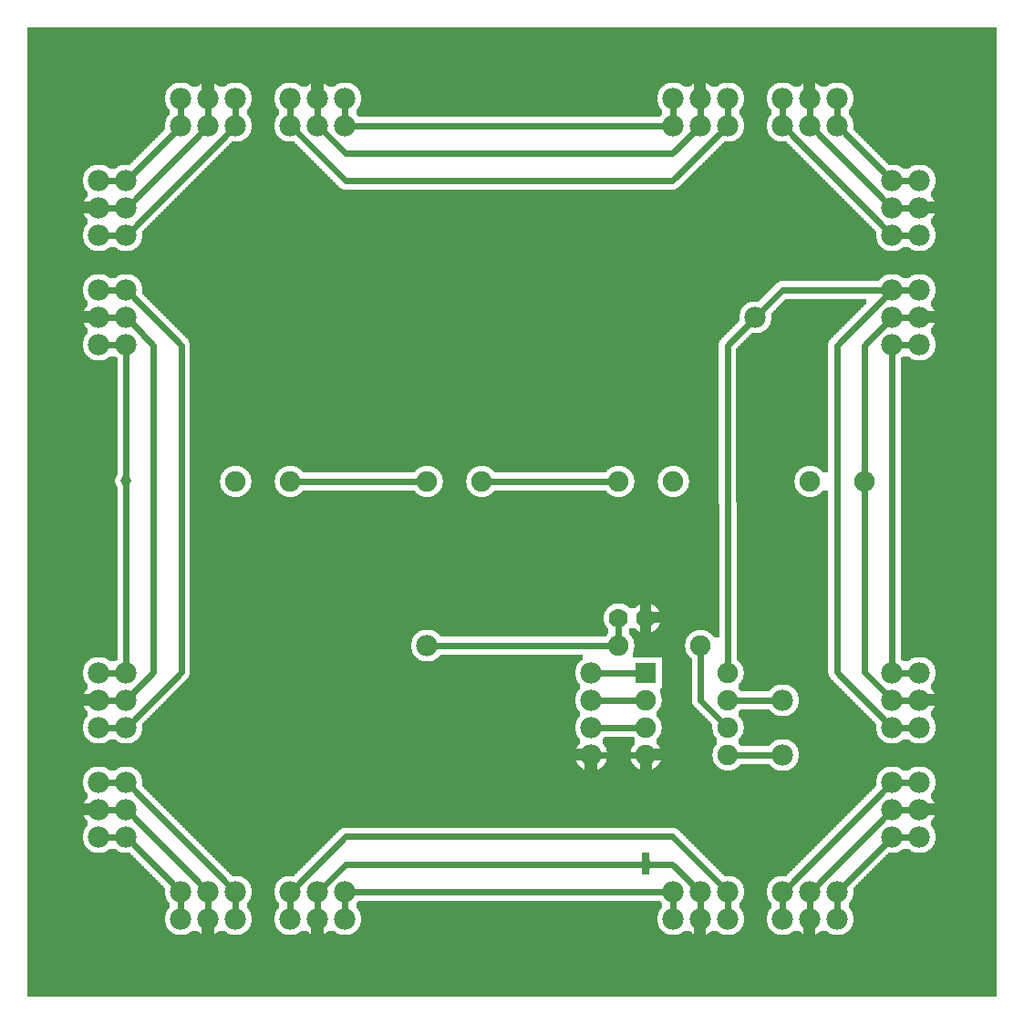
<source format=gtl>
G04 MADE WITH FRITZING*
G04 WWW.FRITZING.ORG*
G04 DOUBLE SIDED*
G04 HOLES PLATED*
G04 CONTOUR ON CENTER OF CONTOUR VECTOR*
%ASAXBY*%
%FSLAX23Y23*%
%MOIN*%
%OFA0B0*%
%SFA1.0B1.0*%
%ADD10C,0.075000*%
%ADD11C,0.078000*%
%ADD12C,0.039370*%
%ADD13C,0.070000*%
%ADD14R,0.075000X0.075000*%
%ADD15C,0.024000*%
%LNCOPPER1*%
G90*
G70*
G54D10*
X124Y3502D03*
G54D11*
X2100Y1222D03*
X2100Y1122D03*
X2100Y1022D03*
X2100Y922D03*
X1200Y3322D03*
X1100Y3322D03*
X1000Y3322D03*
X1200Y3322D03*
X1100Y3322D03*
X1000Y3322D03*
X1000Y3222D03*
X1100Y3222D03*
X1200Y3222D03*
X800Y3322D03*
X700Y3322D03*
X600Y3322D03*
X800Y3322D03*
X700Y3322D03*
X600Y3322D03*
X600Y3222D03*
X700Y3222D03*
X800Y3222D03*
X300Y3022D03*
X300Y2922D03*
X300Y2822D03*
X300Y3022D03*
X300Y2922D03*
X300Y2822D03*
X400Y2822D03*
X400Y2922D03*
X400Y3022D03*
X300Y2622D03*
X300Y2522D03*
X300Y2422D03*
X300Y2622D03*
X300Y2522D03*
X300Y2422D03*
X400Y2422D03*
X400Y2522D03*
X400Y2622D03*
X800Y422D03*
X700Y422D03*
X600Y422D03*
X800Y422D03*
X700Y422D03*
X600Y422D03*
X600Y322D03*
X700Y322D03*
X800Y322D03*
X1200Y422D03*
X1100Y422D03*
X1000Y422D03*
X1200Y422D03*
X1100Y422D03*
X1000Y422D03*
X1000Y322D03*
X1100Y322D03*
X1200Y322D03*
X300Y1222D03*
X300Y1122D03*
X300Y1022D03*
X300Y1222D03*
X300Y1122D03*
X300Y1022D03*
X400Y1022D03*
X400Y1122D03*
X400Y1222D03*
X300Y822D03*
X300Y722D03*
X300Y622D03*
X300Y822D03*
X300Y722D03*
X300Y622D03*
X400Y622D03*
X400Y722D03*
X400Y822D03*
X3000Y3322D03*
X2900Y3322D03*
X2800Y3322D03*
X3000Y3322D03*
X2900Y3322D03*
X2800Y3322D03*
X2800Y3222D03*
X2900Y3222D03*
X3000Y3222D03*
X2600Y3322D03*
X2500Y3322D03*
X2400Y3322D03*
X2600Y3322D03*
X2500Y3322D03*
X2400Y3322D03*
X2400Y3222D03*
X2500Y3222D03*
X2600Y3222D03*
X2600Y422D03*
X2500Y422D03*
X2400Y422D03*
X2600Y422D03*
X2500Y422D03*
X2400Y422D03*
X2400Y322D03*
X2500Y322D03*
X2600Y322D03*
X3000Y422D03*
X2900Y422D03*
X2800Y422D03*
X3000Y422D03*
X2900Y422D03*
X2800Y422D03*
X2800Y322D03*
X2900Y322D03*
X3000Y322D03*
X3200Y2622D03*
X3200Y2522D03*
X3200Y2422D03*
X3200Y2622D03*
X3200Y2522D03*
X3200Y2422D03*
X3300Y2422D03*
X3300Y2522D03*
X3300Y2622D03*
X3200Y822D03*
X3200Y722D03*
X3200Y622D03*
X3200Y822D03*
X3200Y722D03*
X3200Y622D03*
X3300Y622D03*
X3300Y722D03*
X3300Y822D03*
X3200Y3022D03*
X3200Y2922D03*
X3200Y2822D03*
X3200Y3022D03*
X3200Y2922D03*
X3200Y2822D03*
X3300Y2822D03*
X3300Y2922D03*
X3300Y3022D03*
G54D10*
X2300Y1222D03*
X2600Y1222D03*
X2300Y1122D03*
X2600Y1122D03*
X2300Y1022D03*
X2600Y1022D03*
X2300Y922D03*
X2600Y922D03*
G54D11*
X3200Y1222D03*
X3200Y1122D03*
X3200Y1022D03*
X3200Y1222D03*
X3200Y1122D03*
X3200Y1022D03*
X3300Y1022D03*
X3300Y1122D03*
X3300Y1222D03*
G54D12*
X2301Y523D03*
G54D11*
X2700Y2522D03*
X1500Y1322D03*
X2800Y922D03*
X2800Y1122D03*
G54D10*
X2200Y1322D03*
X2500Y1322D03*
G54D13*
X2300Y1422D03*
X2200Y1422D03*
G54D10*
X800Y1922D03*
X1000Y1922D03*
X1500Y1922D03*
X1700Y1922D03*
X2200Y1922D03*
X2400Y1922D03*
X2900Y1922D03*
X3100Y1922D03*
G54D12*
X400Y1924D03*
G54D14*
X2300Y1222D03*
G54D15*
X2821Y3201D02*
X3179Y2843D01*
D02*
X421Y701D02*
X679Y443D01*
D02*
X579Y443D02*
X421Y601D01*
D02*
X421Y3043D02*
X579Y3201D01*
D02*
X679Y3201D02*
X421Y2943D01*
D02*
X421Y2843D02*
X779Y3201D01*
D02*
X3021Y3201D02*
X3179Y3043D01*
D02*
X3179Y2943D02*
X2921Y3201D01*
D02*
X3179Y601D02*
X3021Y443D01*
D02*
X2921Y443D02*
X3179Y701D01*
D02*
X3179Y801D02*
X2821Y443D01*
D02*
X779Y443D02*
X421Y801D01*
D02*
X370Y1022D02*
X330Y1022D01*
D02*
X370Y2822D02*
X330Y2822D01*
D02*
X370Y822D02*
X330Y822D01*
D02*
X370Y2622D02*
X330Y2622D01*
D02*
X370Y722D02*
X330Y722D01*
D02*
X370Y2522D02*
X330Y2522D01*
D02*
X370Y622D02*
X330Y622D01*
D02*
X370Y2422D02*
X330Y2422D01*
D02*
X370Y1222D02*
X330Y1222D01*
D02*
X370Y3022D02*
X330Y3022D01*
D02*
X370Y1122D02*
X330Y1122D01*
D02*
X370Y2922D02*
X330Y2922D01*
D02*
X2400Y3292D02*
X2400Y3252D01*
D02*
X600Y3292D02*
X600Y3252D01*
D02*
X2500Y3292D02*
X2500Y3252D01*
D02*
X700Y3292D02*
X700Y3252D01*
D02*
X2600Y3292D02*
X2600Y3252D01*
D02*
X800Y3292D02*
X800Y3252D01*
D02*
X2800Y3292D02*
X2800Y3252D01*
D02*
X1000Y3292D02*
X1000Y3252D01*
D02*
X2900Y3292D02*
X2900Y3252D01*
D02*
X1100Y3292D02*
X1100Y3252D01*
D02*
X3000Y3292D02*
X3000Y3252D01*
D02*
X1200Y3292D02*
X1200Y3252D01*
D02*
X3270Y1222D02*
X3230Y1222D01*
D02*
X3270Y3022D02*
X3230Y3022D01*
D02*
X3270Y1122D02*
X3230Y1122D01*
D02*
X3270Y2922D02*
X3230Y2922D01*
D02*
X3270Y1022D02*
X3230Y1022D01*
D02*
X3270Y2822D02*
X3230Y2822D01*
D02*
X3270Y822D02*
X3230Y822D01*
D02*
X3270Y2622D02*
X3230Y2622D01*
D02*
X3270Y722D02*
X3230Y722D01*
D02*
X3270Y2522D02*
X3230Y2522D01*
D02*
X3270Y622D02*
X3230Y622D01*
D02*
X3270Y2422D02*
X3230Y2422D01*
D02*
X3000Y352D02*
X3000Y392D01*
D02*
X1200Y352D02*
X1200Y392D01*
D02*
X2900Y352D02*
X2900Y392D01*
D02*
X1100Y352D02*
X1100Y392D01*
D02*
X2800Y352D02*
X2800Y392D01*
D02*
X1000Y352D02*
X1000Y392D01*
D02*
X2600Y352D02*
X2600Y392D01*
D02*
X800Y352D02*
X800Y392D01*
D02*
X2500Y352D02*
X2500Y392D01*
D02*
X700Y352D02*
X700Y392D01*
D02*
X2400Y352D02*
X2400Y392D01*
D02*
X600Y352D02*
X600Y392D01*
D02*
X3200Y2392D02*
X3200Y1252D01*
D02*
X1230Y422D02*
X2370Y422D01*
D02*
X400Y1905D02*
X400Y1252D01*
D02*
X400Y2392D02*
X400Y1943D01*
D02*
X2370Y3222D02*
X1230Y3222D01*
D02*
X1202Y3122D02*
X1122Y3201D01*
D02*
X2397Y3122D02*
X1202Y3122D01*
D02*
X2478Y3201D02*
X2397Y3122D01*
D02*
X2397Y3021D02*
X2579Y3201D01*
D02*
X1202Y3021D02*
X2397Y3021D01*
D02*
X1021Y3201D02*
X1202Y3021D01*
D02*
X2998Y2420D02*
X3179Y2601D01*
D02*
X2998Y1225D02*
X2998Y2420D01*
D02*
X3179Y1043D02*
X2998Y1225D01*
D02*
X2397Y523D02*
X2479Y443D01*
D02*
X2320Y523D02*
X2397Y523D01*
D02*
X1202Y523D02*
X2282Y523D01*
D02*
X1121Y443D02*
X1202Y523D01*
D02*
X2397Y624D02*
X2579Y443D01*
D02*
X1202Y624D02*
X2397Y624D01*
D02*
X1021Y443D02*
X1202Y624D01*
D02*
X500Y1225D02*
X421Y1144D01*
D02*
X500Y2420D02*
X500Y1225D01*
D02*
X421Y2501D02*
X500Y2420D01*
D02*
X601Y1225D02*
X601Y2420D01*
D02*
X601Y2420D02*
X421Y2601D01*
D02*
X421Y1043D02*
X601Y1225D01*
D02*
X2130Y1222D02*
X2271Y1222D01*
D02*
X2130Y1122D02*
X2271Y1122D01*
D02*
X2130Y1022D02*
X2271Y1022D01*
D02*
X2130Y922D02*
X2271Y922D01*
D02*
X2799Y2623D02*
X2721Y2544D01*
D02*
X3170Y2622D02*
X2799Y2623D01*
D02*
X2598Y2420D02*
X2600Y1251D01*
D02*
X2679Y2501D02*
X2598Y2420D01*
D02*
X2629Y922D02*
X2770Y922D01*
D02*
X2629Y1122D02*
X2770Y1122D01*
D02*
X2500Y1122D02*
X2500Y1293D01*
D02*
X2580Y1042D02*
X2500Y1122D01*
D02*
X2200Y1351D02*
X2200Y1396D01*
D02*
X1530Y1322D02*
X2171Y1322D01*
D02*
X3099Y2420D02*
X3179Y2501D01*
D02*
X3100Y1951D02*
X3099Y2420D01*
D02*
X3099Y1225D02*
X3179Y1144D01*
D02*
X3100Y1893D02*
X3099Y1225D01*
D02*
X1729Y1922D02*
X2171Y1922D01*
D02*
X1029Y1922D02*
X1471Y1922D01*
G36*
X40Y3582D02*
X40Y3380D01*
X3014Y3380D01*
X3014Y3378D01*
X3022Y3378D01*
X3022Y3376D01*
X3026Y3376D01*
X3026Y3374D01*
X3030Y3374D01*
X3030Y3372D01*
X3032Y3372D01*
X3032Y3370D01*
X3036Y3370D01*
X3036Y3368D01*
X3038Y3368D01*
X3038Y3366D01*
X3040Y3366D01*
X3040Y3364D01*
X3042Y3364D01*
X3042Y3362D01*
X3044Y3362D01*
X3044Y3360D01*
X3046Y3360D01*
X3046Y3358D01*
X3048Y3358D01*
X3048Y3354D01*
X3050Y3354D01*
X3050Y3352D01*
X3052Y3352D01*
X3052Y3348D01*
X3054Y3348D01*
X3054Y3344D01*
X3056Y3344D01*
X3056Y3336D01*
X3058Y3336D01*
X3058Y3308D01*
X3056Y3308D01*
X3056Y3300D01*
X3054Y3300D01*
X3054Y3296D01*
X3052Y3296D01*
X3052Y3292D01*
X3050Y3292D01*
X3050Y3290D01*
X3048Y3290D01*
X3048Y3286D01*
X3046Y3286D01*
X3046Y3284D01*
X3044Y3284D01*
X3044Y3282D01*
X3042Y3282D01*
X3042Y3262D01*
X3044Y3262D01*
X3044Y3260D01*
X3046Y3260D01*
X3046Y3258D01*
X3048Y3258D01*
X3048Y3254D01*
X3050Y3254D01*
X3050Y3252D01*
X3052Y3252D01*
X3052Y3248D01*
X3054Y3248D01*
X3054Y3244D01*
X3056Y3244D01*
X3056Y3236D01*
X3058Y3236D01*
X3058Y3208D01*
X3060Y3208D01*
X3060Y3206D01*
X3062Y3206D01*
X3062Y3204D01*
X3064Y3204D01*
X3064Y3202D01*
X3066Y3202D01*
X3066Y3200D01*
X3068Y3200D01*
X3068Y3198D01*
X3070Y3198D01*
X3070Y3196D01*
X3072Y3196D01*
X3072Y3194D01*
X3074Y3194D01*
X3074Y3192D01*
X3076Y3192D01*
X3076Y3190D01*
X3078Y3190D01*
X3078Y3188D01*
X3080Y3188D01*
X3080Y3186D01*
X3082Y3186D01*
X3082Y3184D01*
X3084Y3184D01*
X3084Y3182D01*
X3086Y3182D01*
X3086Y3180D01*
X3088Y3180D01*
X3088Y3178D01*
X3090Y3178D01*
X3090Y3176D01*
X3092Y3176D01*
X3092Y3174D01*
X3094Y3174D01*
X3094Y3172D01*
X3096Y3172D01*
X3096Y3170D01*
X3098Y3170D01*
X3098Y3168D01*
X3100Y3168D01*
X3100Y3166D01*
X3102Y3166D01*
X3102Y3164D01*
X3104Y3164D01*
X3104Y3162D01*
X3106Y3162D01*
X3106Y3160D01*
X3108Y3160D01*
X3108Y3158D01*
X3110Y3158D01*
X3110Y3156D01*
X3112Y3156D01*
X3112Y3154D01*
X3114Y3154D01*
X3114Y3152D01*
X3116Y3152D01*
X3116Y3150D01*
X3118Y3150D01*
X3118Y3148D01*
X3120Y3148D01*
X3120Y3146D01*
X3122Y3146D01*
X3122Y3144D01*
X3124Y3144D01*
X3124Y3142D01*
X3126Y3142D01*
X3126Y3140D01*
X3128Y3140D01*
X3128Y3138D01*
X3130Y3138D01*
X3130Y3136D01*
X3132Y3136D01*
X3132Y3134D01*
X3134Y3134D01*
X3134Y3132D01*
X3136Y3132D01*
X3136Y3130D01*
X3138Y3130D01*
X3138Y3128D01*
X3140Y3128D01*
X3140Y3126D01*
X3142Y3126D01*
X3142Y3124D01*
X3144Y3124D01*
X3144Y3122D01*
X3146Y3122D01*
X3146Y3120D01*
X3148Y3120D01*
X3148Y3118D01*
X3150Y3118D01*
X3150Y3116D01*
X3152Y3116D01*
X3152Y3114D01*
X3154Y3114D01*
X3154Y3112D01*
X3156Y3112D01*
X3156Y3110D01*
X3158Y3110D01*
X3158Y3108D01*
X3160Y3108D01*
X3160Y3106D01*
X3162Y3106D01*
X3162Y3104D01*
X3164Y3104D01*
X3164Y3102D01*
X3166Y3102D01*
X3166Y3100D01*
X3168Y3100D01*
X3168Y3098D01*
X3170Y3098D01*
X3170Y3096D01*
X3172Y3096D01*
X3172Y3094D01*
X3174Y3094D01*
X3174Y3092D01*
X3176Y3092D01*
X3176Y3090D01*
X3178Y3090D01*
X3178Y3088D01*
X3180Y3088D01*
X3180Y3086D01*
X3182Y3086D01*
X3182Y3084D01*
X3184Y3084D01*
X3184Y3082D01*
X3186Y3082D01*
X3186Y3080D01*
X3314Y3080D01*
X3314Y3078D01*
X3322Y3078D01*
X3322Y3076D01*
X3326Y3076D01*
X3326Y3074D01*
X3330Y3074D01*
X3330Y3072D01*
X3332Y3072D01*
X3332Y3070D01*
X3336Y3070D01*
X3336Y3068D01*
X3338Y3068D01*
X3338Y3066D01*
X3340Y3066D01*
X3340Y3064D01*
X3342Y3064D01*
X3342Y3062D01*
X3344Y3062D01*
X3344Y3060D01*
X3346Y3060D01*
X3346Y3058D01*
X3348Y3058D01*
X3348Y3054D01*
X3350Y3054D01*
X3350Y3052D01*
X3352Y3052D01*
X3352Y3048D01*
X3354Y3048D01*
X3354Y3044D01*
X3356Y3044D01*
X3356Y3036D01*
X3358Y3036D01*
X3358Y3008D01*
X3356Y3008D01*
X3356Y3000D01*
X3354Y3000D01*
X3354Y2996D01*
X3352Y2996D01*
X3352Y2992D01*
X3350Y2992D01*
X3350Y2990D01*
X3348Y2990D01*
X3348Y2986D01*
X3346Y2986D01*
X3346Y2984D01*
X3344Y2984D01*
X3344Y2982D01*
X3342Y2982D01*
X3342Y2962D01*
X3344Y2962D01*
X3344Y2960D01*
X3346Y2960D01*
X3346Y2958D01*
X3348Y2958D01*
X3348Y2954D01*
X3350Y2954D01*
X3350Y2952D01*
X3352Y2952D01*
X3352Y2948D01*
X3354Y2948D01*
X3354Y2944D01*
X3356Y2944D01*
X3356Y2936D01*
X3358Y2936D01*
X3358Y2908D01*
X3356Y2908D01*
X3356Y2900D01*
X3354Y2900D01*
X3354Y2896D01*
X3352Y2896D01*
X3352Y2892D01*
X3350Y2892D01*
X3350Y2890D01*
X3348Y2890D01*
X3348Y2886D01*
X3346Y2886D01*
X3346Y2884D01*
X3344Y2884D01*
X3344Y2882D01*
X3342Y2882D01*
X3342Y2862D01*
X3344Y2862D01*
X3344Y2860D01*
X3346Y2860D01*
X3346Y2858D01*
X3348Y2858D01*
X3348Y2854D01*
X3350Y2854D01*
X3350Y2852D01*
X3352Y2852D01*
X3352Y2848D01*
X3354Y2848D01*
X3354Y2844D01*
X3356Y2844D01*
X3356Y2836D01*
X3358Y2836D01*
X3358Y2808D01*
X3356Y2808D01*
X3356Y2800D01*
X3354Y2800D01*
X3354Y2796D01*
X3352Y2796D01*
X3352Y2792D01*
X3350Y2792D01*
X3350Y2790D01*
X3348Y2790D01*
X3348Y2786D01*
X3346Y2786D01*
X3346Y2784D01*
X3344Y2784D01*
X3344Y2782D01*
X3342Y2782D01*
X3342Y2780D01*
X3340Y2780D01*
X3340Y2778D01*
X3338Y2778D01*
X3338Y2776D01*
X3336Y2776D01*
X3336Y2774D01*
X3332Y2774D01*
X3332Y2772D01*
X3330Y2772D01*
X3330Y2770D01*
X3326Y2770D01*
X3326Y2768D01*
X3322Y2768D01*
X3322Y2766D01*
X3314Y2766D01*
X3314Y2764D01*
X3582Y2764D01*
X3582Y3582D01*
X40Y3582D01*
G37*
D02*
G36*
X40Y3380D02*
X40Y3080D01*
X314Y3080D01*
X314Y3078D01*
X322Y3078D01*
X322Y3076D01*
X326Y3076D01*
X326Y3074D01*
X330Y3074D01*
X330Y3072D01*
X332Y3072D01*
X332Y3070D01*
X336Y3070D01*
X336Y3068D01*
X338Y3068D01*
X338Y3066D01*
X340Y3066D01*
X340Y3064D01*
X360Y3064D01*
X360Y3066D01*
X362Y3066D01*
X362Y3068D01*
X364Y3068D01*
X364Y3070D01*
X368Y3070D01*
X368Y3072D01*
X370Y3072D01*
X370Y3074D01*
X374Y3074D01*
X374Y3076D01*
X378Y3076D01*
X378Y3078D01*
X386Y3078D01*
X386Y3080D01*
X414Y3080D01*
X414Y3082D01*
X416Y3082D01*
X416Y3084D01*
X418Y3084D01*
X418Y3086D01*
X420Y3086D01*
X420Y3088D01*
X422Y3088D01*
X422Y3090D01*
X424Y3090D01*
X424Y3092D01*
X426Y3092D01*
X426Y3094D01*
X428Y3094D01*
X428Y3096D01*
X430Y3096D01*
X430Y3098D01*
X432Y3098D01*
X432Y3100D01*
X434Y3100D01*
X434Y3102D01*
X436Y3102D01*
X436Y3104D01*
X438Y3104D01*
X438Y3106D01*
X440Y3106D01*
X440Y3108D01*
X442Y3108D01*
X442Y3110D01*
X444Y3110D01*
X444Y3112D01*
X446Y3112D01*
X446Y3114D01*
X448Y3114D01*
X448Y3116D01*
X450Y3116D01*
X450Y3118D01*
X452Y3118D01*
X452Y3120D01*
X454Y3120D01*
X454Y3122D01*
X456Y3122D01*
X456Y3124D01*
X458Y3124D01*
X458Y3126D01*
X460Y3126D01*
X460Y3128D01*
X462Y3128D01*
X462Y3130D01*
X464Y3130D01*
X464Y3132D01*
X466Y3132D01*
X466Y3134D01*
X468Y3134D01*
X468Y3136D01*
X470Y3136D01*
X470Y3138D01*
X472Y3138D01*
X472Y3140D01*
X474Y3140D01*
X474Y3142D01*
X476Y3142D01*
X476Y3144D01*
X478Y3144D01*
X478Y3146D01*
X480Y3146D01*
X480Y3148D01*
X482Y3148D01*
X482Y3150D01*
X484Y3150D01*
X484Y3152D01*
X486Y3152D01*
X486Y3154D01*
X488Y3154D01*
X488Y3156D01*
X490Y3156D01*
X490Y3158D01*
X492Y3158D01*
X492Y3160D01*
X494Y3160D01*
X494Y3162D01*
X496Y3162D01*
X496Y3164D01*
X498Y3164D01*
X498Y3166D01*
X500Y3166D01*
X500Y3168D01*
X502Y3168D01*
X502Y3170D01*
X504Y3170D01*
X504Y3172D01*
X506Y3172D01*
X506Y3174D01*
X508Y3174D01*
X508Y3176D01*
X510Y3176D01*
X510Y3178D01*
X512Y3178D01*
X512Y3180D01*
X514Y3180D01*
X514Y3182D01*
X516Y3182D01*
X516Y3184D01*
X518Y3184D01*
X518Y3186D01*
X520Y3186D01*
X520Y3188D01*
X522Y3188D01*
X522Y3190D01*
X524Y3190D01*
X524Y3192D01*
X526Y3192D01*
X526Y3194D01*
X528Y3194D01*
X528Y3196D01*
X530Y3196D01*
X530Y3198D01*
X532Y3198D01*
X532Y3200D01*
X534Y3200D01*
X534Y3202D01*
X536Y3202D01*
X536Y3204D01*
X538Y3204D01*
X538Y3206D01*
X540Y3206D01*
X540Y3208D01*
X542Y3208D01*
X542Y3236D01*
X544Y3236D01*
X544Y3244D01*
X546Y3244D01*
X546Y3248D01*
X548Y3248D01*
X548Y3252D01*
X550Y3252D01*
X550Y3254D01*
X552Y3254D01*
X552Y3258D01*
X554Y3258D01*
X554Y3260D01*
X556Y3260D01*
X556Y3262D01*
X558Y3262D01*
X558Y3282D01*
X556Y3282D01*
X556Y3284D01*
X554Y3284D01*
X554Y3286D01*
X552Y3286D01*
X552Y3290D01*
X550Y3290D01*
X550Y3292D01*
X548Y3292D01*
X548Y3296D01*
X546Y3296D01*
X546Y3300D01*
X544Y3300D01*
X544Y3308D01*
X542Y3308D01*
X542Y3336D01*
X544Y3336D01*
X544Y3344D01*
X546Y3344D01*
X546Y3348D01*
X548Y3348D01*
X548Y3352D01*
X550Y3352D01*
X550Y3354D01*
X552Y3354D01*
X552Y3358D01*
X554Y3358D01*
X554Y3360D01*
X556Y3360D01*
X556Y3362D01*
X558Y3362D01*
X558Y3364D01*
X560Y3364D01*
X560Y3366D01*
X562Y3366D01*
X562Y3368D01*
X564Y3368D01*
X564Y3370D01*
X568Y3370D01*
X568Y3372D01*
X570Y3372D01*
X570Y3374D01*
X574Y3374D01*
X574Y3376D01*
X578Y3376D01*
X578Y3378D01*
X586Y3378D01*
X586Y3380D01*
X40Y3380D01*
G37*
D02*
G36*
X614Y3380D02*
X614Y3378D01*
X622Y3378D01*
X622Y3376D01*
X626Y3376D01*
X626Y3374D01*
X630Y3374D01*
X630Y3372D01*
X632Y3372D01*
X632Y3370D01*
X636Y3370D01*
X636Y3368D01*
X638Y3368D01*
X638Y3366D01*
X640Y3366D01*
X640Y3364D01*
X660Y3364D01*
X660Y3366D01*
X662Y3366D01*
X662Y3368D01*
X664Y3368D01*
X664Y3370D01*
X668Y3370D01*
X668Y3372D01*
X670Y3372D01*
X670Y3374D01*
X674Y3374D01*
X674Y3376D01*
X678Y3376D01*
X678Y3378D01*
X686Y3378D01*
X686Y3380D01*
X614Y3380D01*
G37*
D02*
G36*
X714Y3380D02*
X714Y3378D01*
X722Y3378D01*
X722Y3376D01*
X726Y3376D01*
X726Y3374D01*
X730Y3374D01*
X730Y3372D01*
X732Y3372D01*
X732Y3370D01*
X736Y3370D01*
X736Y3368D01*
X738Y3368D01*
X738Y3366D01*
X740Y3366D01*
X740Y3364D01*
X760Y3364D01*
X760Y3366D01*
X762Y3366D01*
X762Y3368D01*
X764Y3368D01*
X764Y3370D01*
X768Y3370D01*
X768Y3372D01*
X770Y3372D01*
X770Y3374D01*
X774Y3374D01*
X774Y3376D01*
X778Y3376D01*
X778Y3378D01*
X786Y3378D01*
X786Y3380D01*
X714Y3380D01*
G37*
D02*
G36*
X814Y3380D02*
X814Y3378D01*
X822Y3378D01*
X822Y3376D01*
X826Y3376D01*
X826Y3374D01*
X830Y3374D01*
X830Y3372D01*
X832Y3372D01*
X832Y3370D01*
X836Y3370D01*
X836Y3368D01*
X838Y3368D01*
X838Y3366D01*
X840Y3366D01*
X840Y3364D01*
X842Y3364D01*
X842Y3362D01*
X844Y3362D01*
X844Y3360D01*
X846Y3360D01*
X846Y3358D01*
X848Y3358D01*
X848Y3354D01*
X850Y3354D01*
X850Y3352D01*
X852Y3352D01*
X852Y3348D01*
X854Y3348D01*
X854Y3344D01*
X856Y3344D01*
X856Y3336D01*
X858Y3336D01*
X858Y3308D01*
X856Y3308D01*
X856Y3300D01*
X854Y3300D01*
X854Y3296D01*
X852Y3296D01*
X852Y3292D01*
X850Y3292D01*
X850Y3290D01*
X848Y3290D01*
X848Y3286D01*
X846Y3286D01*
X846Y3284D01*
X844Y3284D01*
X844Y3282D01*
X842Y3282D01*
X842Y3262D01*
X844Y3262D01*
X844Y3260D01*
X846Y3260D01*
X846Y3258D01*
X848Y3258D01*
X848Y3254D01*
X850Y3254D01*
X850Y3252D01*
X852Y3252D01*
X852Y3248D01*
X854Y3248D01*
X854Y3244D01*
X856Y3244D01*
X856Y3236D01*
X858Y3236D01*
X858Y3208D01*
X856Y3208D01*
X856Y3200D01*
X854Y3200D01*
X854Y3196D01*
X852Y3196D01*
X852Y3192D01*
X850Y3192D01*
X850Y3190D01*
X848Y3190D01*
X848Y3186D01*
X846Y3186D01*
X846Y3184D01*
X844Y3184D01*
X844Y3182D01*
X842Y3182D01*
X842Y3180D01*
X840Y3180D01*
X840Y3178D01*
X838Y3178D01*
X838Y3176D01*
X836Y3176D01*
X836Y3174D01*
X832Y3174D01*
X832Y3172D01*
X830Y3172D01*
X830Y3170D01*
X826Y3170D01*
X826Y3168D01*
X822Y3168D01*
X822Y3166D01*
X814Y3166D01*
X814Y3164D01*
X786Y3164D01*
X786Y3162D01*
X784Y3162D01*
X784Y3160D01*
X782Y3160D01*
X782Y3158D01*
X780Y3158D01*
X780Y3156D01*
X778Y3156D01*
X778Y3154D01*
X776Y3154D01*
X776Y3152D01*
X774Y3152D01*
X774Y3150D01*
X772Y3150D01*
X772Y3148D01*
X770Y3148D01*
X770Y3146D01*
X768Y3146D01*
X768Y3144D01*
X766Y3144D01*
X766Y3142D01*
X764Y3142D01*
X764Y3140D01*
X762Y3140D01*
X762Y3138D01*
X760Y3138D01*
X760Y3136D01*
X758Y3136D01*
X758Y3134D01*
X756Y3134D01*
X756Y3132D01*
X754Y3132D01*
X754Y3130D01*
X752Y3130D01*
X752Y3128D01*
X750Y3128D01*
X750Y3126D01*
X748Y3126D01*
X748Y3124D01*
X746Y3124D01*
X746Y3122D01*
X744Y3122D01*
X744Y3120D01*
X742Y3120D01*
X742Y3118D01*
X740Y3118D01*
X740Y3116D01*
X738Y3116D01*
X738Y3114D01*
X736Y3114D01*
X736Y3112D01*
X734Y3112D01*
X734Y3110D01*
X732Y3110D01*
X732Y3108D01*
X730Y3108D01*
X730Y3106D01*
X728Y3106D01*
X728Y3104D01*
X726Y3104D01*
X726Y3102D01*
X724Y3102D01*
X724Y3100D01*
X722Y3100D01*
X722Y3098D01*
X720Y3098D01*
X720Y3096D01*
X718Y3096D01*
X718Y3094D01*
X716Y3094D01*
X716Y3092D01*
X714Y3092D01*
X714Y3090D01*
X712Y3090D01*
X712Y3088D01*
X710Y3088D01*
X710Y3086D01*
X708Y3086D01*
X708Y3084D01*
X706Y3084D01*
X706Y3082D01*
X704Y3082D01*
X704Y3080D01*
X702Y3080D01*
X702Y3078D01*
X700Y3078D01*
X700Y3076D01*
X698Y3076D01*
X698Y3074D01*
X696Y3074D01*
X696Y3072D01*
X694Y3072D01*
X694Y3070D01*
X692Y3070D01*
X692Y3068D01*
X690Y3068D01*
X690Y3066D01*
X688Y3066D01*
X688Y3064D01*
X686Y3064D01*
X686Y3062D01*
X684Y3062D01*
X684Y3060D01*
X682Y3060D01*
X682Y3058D01*
X680Y3058D01*
X680Y3056D01*
X678Y3056D01*
X678Y3054D01*
X676Y3054D01*
X676Y3052D01*
X674Y3052D01*
X674Y3050D01*
X672Y3050D01*
X672Y3048D01*
X670Y3048D01*
X670Y3046D01*
X668Y3046D01*
X668Y3044D01*
X666Y3044D01*
X666Y3042D01*
X664Y3042D01*
X664Y3040D01*
X662Y3040D01*
X662Y3038D01*
X660Y3038D01*
X660Y3036D01*
X658Y3036D01*
X658Y3034D01*
X656Y3034D01*
X656Y3032D01*
X654Y3032D01*
X654Y3030D01*
X652Y3030D01*
X652Y3028D01*
X650Y3028D01*
X650Y3026D01*
X648Y3026D01*
X648Y3024D01*
X646Y3024D01*
X646Y3022D01*
X644Y3022D01*
X644Y3020D01*
X642Y3020D01*
X642Y3018D01*
X640Y3018D01*
X640Y3016D01*
X638Y3016D01*
X638Y3014D01*
X636Y3014D01*
X636Y3012D01*
X634Y3012D01*
X634Y3010D01*
X632Y3010D01*
X632Y3008D01*
X630Y3008D01*
X630Y3006D01*
X628Y3006D01*
X628Y3004D01*
X626Y3004D01*
X626Y3002D01*
X624Y3002D01*
X624Y3000D01*
X622Y3000D01*
X622Y2998D01*
X620Y2998D01*
X620Y2996D01*
X618Y2996D01*
X618Y2994D01*
X616Y2994D01*
X616Y2992D01*
X614Y2992D01*
X614Y2990D01*
X1192Y2990D01*
X1192Y2992D01*
X1186Y2992D01*
X1186Y2994D01*
X1184Y2994D01*
X1184Y2996D01*
X1180Y2996D01*
X1180Y2998D01*
X1178Y2998D01*
X1178Y3000D01*
X1176Y3000D01*
X1176Y3002D01*
X1174Y3002D01*
X1174Y3004D01*
X1172Y3004D01*
X1172Y3006D01*
X1170Y3006D01*
X1170Y3008D01*
X1168Y3008D01*
X1168Y3010D01*
X1166Y3010D01*
X1166Y3012D01*
X1164Y3012D01*
X1164Y3014D01*
X1162Y3014D01*
X1162Y3016D01*
X1160Y3016D01*
X1160Y3018D01*
X1158Y3018D01*
X1158Y3020D01*
X1156Y3020D01*
X1156Y3022D01*
X1154Y3022D01*
X1154Y3024D01*
X1152Y3024D01*
X1152Y3026D01*
X1150Y3026D01*
X1150Y3028D01*
X1148Y3028D01*
X1148Y3030D01*
X1146Y3030D01*
X1146Y3032D01*
X1144Y3032D01*
X1144Y3034D01*
X1142Y3034D01*
X1142Y3036D01*
X1140Y3036D01*
X1140Y3038D01*
X1138Y3038D01*
X1138Y3040D01*
X1136Y3040D01*
X1136Y3042D01*
X1134Y3042D01*
X1134Y3044D01*
X1132Y3044D01*
X1132Y3046D01*
X1130Y3046D01*
X1130Y3048D01*
X1128Y3048D01*
X1128Y3050D01*
X1126Y3050D01*
X1126Y3052D01*
X1124Y3052D01*
X1124Y3054D01*
X1122Y3054D01*
X1122Y3056D01*
X1120Y3056D01*
X1120Y3058D01*
X1118Y3058D01*
X1118Y3060D01*
X1116Y3060D01*
X1116Y3062D01*
X1114Y3062D01*
X1114Y3064D01*
X1112Y3064D01*
X1112Y3066D01*
X1110Y3066D01*
X1110Y3068D01*
X1108Y3068D01*
X1108Y3070D01*
X1106Y3070D01*
X1106Y3072D01*
X1104Y3072D01*
X1104Y3074D01*
X1102Y3074D01*
X1102Y3076D01*
X1100Y3076D01*
X1100Y3078D01*
X1098Y3078D01*
X1098Y3080D01*
X1096Y3080D01*
X1096Y3082D01*
X1094Y3082D01*
X1094Y3084D01*
X1092Y3084D01*
X1092Y3086D01*
X1090Y3086D01*
X1090Y3088D01*
X1088Y3088D01*
X1088Y3090D01*
X1086Y3090D01*
X1086Y3092D01*
X1084Y3092D01*
X1084Y3094D01*
X1082Y3094D01*
X1082Y3096D01*
X1080Y3096D01*
X1080Y3098D01*
X1078Y3098D01*
X1078Y3100D01*
X1076Y3100D01*
X1076Y3102D01*
X1074Y3102D01*
X1074Y3104D01*
X1072Y3104D01*
X1072Y3106D01*
X1070Y3106D01*
X1070Y3108D01*
X1068Y3108D01*
X1068Y3110D01*
X1066Y3110D01*
X1066Y3112D01*
X1064Y3112D01*
X1064Y3114D01*
X1062Y3114D01*
X1062Y3116D01*
X1060Y3116D01*
X1060Y3118D01*
X1058Y3118D01*
X1058Y3120D01*
X1056Y3120D01*
X1056Y3122D01*
X1054Y3122D01*
X1054Y3124D01*
X1052Y3124D01*
X1052Y3126D01*
X1050Y3126D01*
X1050Y3128D01*
X1048Y3128D01*
X1048Y3130D01*
X1046Y3130D01*
X1046Y3132D01*
X1044Y3132D01*
X1044Y3134D01*
X1042Y3134D01*
X1042Y3136D01*
X1040Y3136D01*
X1040Y3138D01*
X1038Y3138D01*
X1038Y3140D01*
X1036Y3140D01*
X1036Y3142D01*
X1034Y3142D01*
X1034Y3144D01*
X1032Y3144D01*
X1032Y3146D01*
X1030Y3146D01*
X1030Y3148D01*
X1028Y3148D01*
X1028Y3150D01*
X1026Y3150D01*
X1026Y3152D01*
X1024Y3152D01*
X1024Y3154D01*
X1022Y3154D01*
X1022Y3156D01*
X1020Y3156D01*
X1020Y3158D01*
X1018Y3158D01*
X1018Y3160D01*
X1016Y3160D01*
X1016Y3162D01*
X1014Y3162D01*
X1014Y3164D01*
X986Y3164D01*
X986Y3166D01*
X978Y3166D01*
X978Y3168D01*
X974Y3168D01*
X974Y3170D01*
X970Y3170D01*
X970Y3172D01*
X968Y3172D01*
X968Y3174D01*
X964Y3174D01*
X964Y3176D01*
X962Y3176D01*
X962Y3178D01*
X960Y3178D01*
X960Y3180D01*
X958Y3180D01*
X958Y3182D01*
X956Y3182D01*
X956Y3184D01*
X954Y3184D01*
X954Y3186D01*
X952Y3186D01*
X952Y3190D01*
X950Y3190D01*
X950Y3192D01*
X948Y3192D01*
X948Y3196D01*
X946Y3196D01*
X946Y3200D01*
X944Y3200D01*
X944Y3208D01*
X942Y3208D01*
X942Y3236D01*
X944Y3236D01*
X944Y3244D01*
X946Y3244D01*
X946Y3248D01*
X948Y3248D01*
X948Y3252D01*
X950Y3252D01*
X950Y3254D01*
X952Y3254D01*
X952Y3258D01*
X954Y3258D01*
X954Y3260D01*
X956Y3260D01*
X956Y3262D01*
X958Y3262D01*
X958Y3282D01*
X956Y3282D01*
X956Y3284D01*
X954Y3284D01*
X954Y3286D01*
X952Y3286D01*
X952Y3290D01*
X950Y3290D01*
X950Y3292D01*
X948Y3292D01*
X948Y3296D01*
X946Y3296D01*
X946Y3300D01*
X944Y3300D01*
X944Y3308D01*
X942Y3308D01*
X942Y3336D01*
X944Y3336D01*
X944Y3344D01*
X946Y3344D01*
X946Y3348D01*
X948Y3348D01*
X948Y3352D01*
X950Y3352D01*
X950Y3354D01*
X952Y3354D01*
X952Y3358D01*
X954Y3358D01*
X954Y3360D01*
X956Y3360D01*
X956Y3362D01*
X958Y3362D01*
X958Y3364D01*
X960Y3364D01*
X960Y3366D01*
X962Y3366D01*
X962Y3368D01*
X964Y3368D01*
X964Y3370D01*
X968Y3370D01*
X968Y3372D01*
X970Y3372D01*
X970Y3374D01*
X974Y3374D01*
X974Y3376D01*
X978Y3376D01*
X978Y3378D01*
X986Y3378D01*
X986Y3380D01*
X814Y3380D01*
G37*
D02*
G36*
X1014Y3380D02*
X1014Y3378D01*
X1022Y3378D01*
X1022Y3376D01*
X1026Y3376D01*
X1026Y3374D01*
X1030Y3374D01*
X1030Y3372D01*
X1032Y3372D01*
X1032Y3370D01*
X1036Y3370D01*
X1036Y3368D01*
X1038Y3368D01*
X1038Y3366D01*
X1040Y3366D01*
X1040Y3364D01*
X1060Y3364D01*
X1060Y3366D01*
X1062Y3366D01*
X1062Y3368D01*
X1064Y3368D01*
X1064Y3370D01*
X1068Y3370D01*
X1068Y3372D01*
X1070Y3372D01*
X1070Y3374D01*
X1074Y3374D01*
X1074Y3376D01*
X1078Y3376D01*
X1078Y3378D01*
X1086Y3378D01*
X1086Y3380D01*
X1014Y3380D01*
G37*
D02*
G36*
X1114Y3380D02*
X1114Y3378D01*
X1122Y3378D01*
X1122Y3376D01*
X1126Y3376D01*
X1126Y3374D01*
X1130Y3374D01*
X1130Y3372D01*
X1132Y3372D01*
X1132Y3370D01*
X1136Y3370D01*
X1136Y3368D01*
X1138Y3368D01*
X1138Y3366D01*
X1140Y3366D01*
X1140Y3364D01*
X1160Y3364D01*
X1160Y3366D01*
X1162Y3366D01*
X1162Y3368D01*
X1164Y3368D01*
X1164Y3370D01*
X1168Y3370D01*
X1168Y3372D01*
X1170Y3372D01*
X1170Y3374D01*
X1174Y3374D01*
X1174Y3376D01*
X1178Y3376D01*
X1178Y3378D01*
X1186Y3378D01*
X1186Y3380D01*
X1114Y3380D01*
G37*
D02*
G36*
X1214Y3380D02*
X1214Y3378D01*
X1222Y3378D01*
X1222Y3376D01*
X1226Y3376D01*
X1226Y3374D01*
X1230Y3374D01*
X1230Y3372D01*
X1232Y3372D01*
X1232Y3370D01*
X1236Y3370D01*
X1236Y3368D01*
X1238Y3368D01*
X1238Y3366D01*
X1240Y3366D01*
X1240Y3364D01*
X1242Y3364D01*
X1242Y3362D01*
X1244Y3362D01*
X1244Y3360D01*
X1246Y3360D01*
X1246Y3358D01*
X1248Y3358D01*
X1248Y3354D01*
X1250Y3354D01*
X1250Y3352D01*
X1252Y3352D01*
X1252Y3348D01*
X1254Y3348D01*
X1254Y3344D01*
X1256Y3344D01*
X1256Y3336D01*
X1258Y3336D01*
X1258Y3308D01*
X1256Y3308D01*
X1256Y3300D01*
X1254Y3300D01*
X1254Y3296D01*
X1252Y3296D01*
X1252Y3292D01*
X1250Y3292D01*
X1250Y3290D01*
X1248Y3290D01*
X1248Y3286D01*
X1246Y3286D01*
X1246Y3284D01*
X1244Y3284D01*
X1244Y3282D01*
X1242Y3282D01*
X1242Y3262D01*
X1244Y3262D01*
X1244Y3260D01*
X1246Y3260D01*
X1246Y3258D01*
X1248Y3258D01*
X1248Y3254D01*
X2352Y3254D01*
X2352Y3258D01*
X2354Y3258D01*
X2354Y3260D01*
X2356Y3260D01*
X2356Y3262D01*
X2358Y3262D01*
X2358Y3282D01*
X2356Y3282D01*
X2356Y3284D01*
X2354Y3284D01*
X2354Y3286D01*
X2352Y3286D01*
X2352Y3290D01*
X2350Y3290D01*
X2350Y3292D01*
X2348Y3292D01*
X2348Y3296D01*
X2346Y3296D01*
X2346Y3300D01*
X2344Y3300D01*
X2344Y3308D01*
X2342Y3308D01*
X2342Y3336D01*
X2344Y3336D01*
X2344Y3344D01*
X2346Y3344D01*
X2346Y3348D01*
X2348Y3348D01*
X2348Y3352D01*
X2350Y3352D01*
X2350Y3354D01*
X2352Y3354D01*
X2352Y3358D01*
X2354Y3358D01*
X2354Y3360D01*
X2356Y3360D01*
X2356Y3362D01*
X2358Y3362D01*
X2358Y3364D01*
X2360Y3364D01*
X2360Y3366D01*
X2362Y3366D01*
X2362Y3368D01*
X2364Y3368D01*
X2364Y3370D01*
X2368Y3370D01*
X2368Y3372D01*
X2370Y3372D01*
X2370Y3374D01*
X2374Y3374D01*
X2374Y3376D01*
X2378Y3376D01*
X2378Y3378D01*
X2386Y3378D01*
X2386Y3380D01*
X1214Y3380D01*
G37*
D02*
G36*
X2414Y3380D02*
X2414Y3378D01*
X2422Y3378D01*
X2422Y3376D01*
X2426Y3376D01*
X2426Y3374D01*
X2430Y3374D01*
X2430Y3372D01*
X2432Y3372D01*
X2432Y3370D01*
X2436Y3370D01*
X2436Y3368D01*
X2438Y3368D01*
X2438Y3366D01*
X2440Y3366D01*
X2440Y3364D01*
X2460Y3364D01*
X2460Y3366D01*
X2462Y3366D01*
X2462Y3368D01*
X2464Y3368D01*
X2464Y3370D01*
X2468Y3370D01*
X2468Y3372D01*
X2470Y3372D01*
X2470Y3374D01*
X2474Y3374D01*
X2474Y3376D01*
X2478Y3376D01*
X2478Y3378D01*
X2486Y3378D01*
X2486Y3380D01*
X2414Y3380D01*
G37*
D02*
G36*
X2514Y3380D02*
X2514Y3378D01*
X2522Y3378D01*
X2522Y3376D01*
X2526Y3376D01*
X2526Y3374D01*
X2530Y3374D01*
X2530Y3372D01*
X2532Y3372D01*
X2532Y3370D01*
X2536Y3370D01*
X2536Y3368D01*
X2538Y3368D01*
X2538Y3366D01*
X2540Y3366D01*
X2540Y3364D01*
X2560Y3364D01*
X2560Y3366D01*
X2562Y3366D01*
X2562Y3368D01*
X2564Y3368D01*
X2564Y3370D01*
X2568Y3370D01*
X2568Y3372D01*
X2570Y3372D01*
X2570Y3374D01*
X2574Y3374D01*
X2574Y3376D01*
X2578Y3376D01*
X2578Y3378D01*
X2586Y3378D01*
X2586Y3380D01*
X2514Y3380D01*
G37*
D02*
G36*
X2614Y3380D02*
X2614Y3378D01*
X2622Y3378D01*
X2622Y3376D01*
X2626Y3376D01*
X2626Y3374D01*
X2630Y3374D01*
X2630Y3372D01*
X2632Y3372D01*
X2632Y3370D01*
X2636Y3370D01*
X2636Y3368D01*
X2638Y3368D01*
X2638Y3366D01*
X2640Y3366D01*
X2640Y3364D01*
X2642Y3364D01*
X2642Y3362D01*
X2644Y3362D01*
X2644Y3360D01*
X2646Y3360D01*
X2646Y3358D01*
X2648Y3358D01*
X2648Y3354D01*
X2650Y3354D01*
X2650Y3352D01*
X2652Y3352D01*
X2652Y3348D01*
X2654Y3348D01*
X2654Y3344D01*
X2656Y3344D01*
X2656Y3336D01*
X2658Y3336D01*
X2658Y3308D01*
X2656Y3308D01*
X2656Y3300D01*
X2654Y3300D01*
X2654Y3296D01*
X2652Y3296D01*
X2652Y3292D01*
X2650Y3292D01*
X2650Y3290D01*
X2648Y3290D01*
X2648Y3286D01*
X2646Y3286D01*
X2646Y3284D01*
X2644Y3284D01*
X2644Y3282D01*
X2642Y3282D01*
X2642Y3262D01*
X2644Y3262D01*
X2644Y3260D01*
X2646Y3260D01*
X2646Y3258D01*
X2648Y3258D01*
X2648Y3254D01*
X2650Y3254D01*
X2650Y3252D01*
X2652Y3252D01*
X2652Y3248D01*
X2654Y3248D01*
X2654Y3244D01*
X2656Y3244D01*
X2656Y3236D01*
X2658Y3236D01*
X2658Y3208D01*
X2656Y3208D01*
X2656Y3200D01*
X2654Y3200D01*
X2654Y3196D01*
X2652Y3196D01*
X2652Y3192D01*
X2650Y3192D01*
X2650Y3190D01*
X2648Y3190D01*
X2648Y3186D01*
X2646Y3186D01*
X2646Y3184D01*
X2644Y3184D01*
X2644Y3182D01*
X2642Y3182D01*
X2642Y3180D01*
X2640Y3180D01*
X2640Y3178D01*
X2638Y3178D01*
X2638Y3176D01*
X2636Y3176D01*
X2636Y3174D01*
X2632Y3174D01*
X2632Y3172D01*
X2630Y3172D01*
X2630Y3170D01*
X2626Y3170D01*
X2626Y3168D01*
X2622Y3168D01*
X2622Y3166D01*
X2614Y3166D01*
X2614Y3164D01*
X2586Y3164D01*
X2586Y3162D01*
X2584Y3162D01*
X2584Y3160D01*
X2582Y3160D01*
X2582Y3158D01*
X2580Y3158D01*
X2580Y3156D01*
X2578Y3156D01*
X2578Y3154D01*
X2576Y3154D01*
X2576Y3152D01*
X2574Y3152D01*
X2574Y3150D01*
X2572Y3150D01*
X2572Y3148D01*
X2570Y3148D01*
X2570Y3146D01*
X2568Y3146D01*
X2568Y3144D01*
X2566Y3144D01*
X2566Y3142D01*
X2564Y3142D01*
X2564Y3140D01*
X2562Y3140D01*
X2562Y3138D01*
X2560Y3138D01*
X2560Y3136D01*
X2558Y3136D01*
X2558Y3134D01*
X2556Y3134D01*
X2556Y3132D01*
X2554Y3132D01*
X2554Y3130D01*
X2552Y3130D01*
X2552Y3128D01*
X2550Y3128D01*
X2550Y3126D01*
X2548Y3126D01*
X2548Y3124D01*
X2546Y3124D01*
X2546Y3122D01*
X2544Y3122D01*
X2544Y3120D01*
X2542Y3120D01*
X2542Y3118D01*
X2540Y3118D01*
X2540Y3116D01*
X2538Y3116D01*
X2538Y3114D01*
X2536Y3114D01*
X2536Y3112D01*
X2534Y3112D01*
X2534Y3110D01*
X2532Y3110D01*
X2532Y3108D01*
X2530Y3108D01*
X2530Y3106D01*
X2528Y3106D01*
X2528Y3104D01*
X2526Y3104D01*
X2526Y3102D01*
X2524Y3102D01*
X2524Y3100D01*
X2522Y3100D01*
X2522Y3098D01*
X2520Y3098D01*
X2520Y3096D01*
X2518Y3096D01*
X2518Y3094D01*
X2516Y3094D01*
X2516Y3092D01*
X2514Y3092D01*
X2514Y3090D01*
X2512Y3090D01*
X2512Y3088D01*
X2510Y3088D01*
X2510Y3086D01*
X2508Y3086D01*
X2508Y3084D01*
X2506Y3084D01*
X2506Y3082D01*
X2504Y3082D01*
X2504Y3080D01*
X2502Y3080D01*
X2502Y3078D01*
X2500Y3078D01*
X2500Y3076D01*
X2498Y3076D01*
X2498Y3074D01*
X2496Y3074D01*
X2496Y3072D01*
X2492Y3072D01*
X2492Y3070D01*
X2490Y3070D01*
X2490Y3068D01*
X2488Y3068D01*
X2488Y3066D01*
X2486Y3066D01*
X2486Y3064D01*
X2484Y3064D01*
X2484Y3062D01*
X2482Y3062D01*
X2482Y3060D01*
X2480Y3060D01*
X2480Y3058D01*
X2478Y3058D01*
X2478Y3056D01*
X2476Y3056D01*
X2476Y3054D01*
X2474Y3054D01*
X2474Y3052D01*
X2472Y3052D01*
X2472Y3050D01*
X2470Y3050D01*
X2470Y3048D01*
X2468Y3048D01*
X2468Y3046D01*
X2466Y3046D01*
X2466Y3044D01*
X2464Y3044D01*
X2464Y3042D01*
X2462Y3042D01*
X2462Y3040D01*
X2460Y3040D01*
X2460Y3038D01*
X2458Y3038D01*
X2458Y3036D01*
X2456Y3036D01*
X2456Y3034D01*
X2454Y3034D01*
X2454Y3032D01*
X2452Y3032D01*
X2452Y3030D01*
X2450Y3030D01*
X2450Y3028D01*
X2448Y3028D01*
X2448Y3026D01*
X2446Y3026D01*
X2446Y3024D01*
X2444Y3024D01*
X2444Y3022D01*
X2442Y3022D01*
X2442Y3020D01*
X2440Y3020D01*
X2440Y3018D01*
X2438Y3018D01*
X2438Y3016D01*
X2436Y3016D01*
X2436Y3014D01*
X2434Y3014D01*
X2434Y3012D01*
X2432Y3012D01*
X2432Y3010D01*
X2430Y3010D01*
X2430Y3008D01*
X2428Y3008D01*
X2428Y3006D01*
X2426Y3006D01*
X2426Y3004D01*
X2424Y3004D01*
X2424Y3002D01*
X2422Y3002D01*
X2422Y3000D01*
X2420Y3000D01*
X2420Y2998D01*
X2418Y2998D01*
X2418Y2996D01*
X2416Y2996D01*
X2416Y2994D01*
X2412Y2994D01*
X2412Y2992D01*
X2408Y2992D01*
X2408Y2990D01*
X2986Y2990D01*
X2986Y2992D01*
X2984Y2992D01*
X2984Y2994D01*
X2982Y2994D01*
X2982Y2996D01*
X2980Y2996D01*
X2980Y2998D01*
X2978Y2998D01*
X2978Y3000D01*
X2976Y3000D01*
X2976Y3002D01*
X2974Y3002D01*
X2974Y3004D01*
X2972Y3004D01*
X2972Y3006D01*
X2970Y3006D01*
X2970Y3008D01*
X2968Y3008D01*
X2968Y3010D01*
X2966Y3010D01*
X2966Y3012D01*
X2964Y3012D01*
X2964Y3014D01*
X2962Y3014D01*
X2962Y3016D01*
X2960Y3016D01*
X2960Y3018D01*
X2958Y3018D01*
X2958Y3020D01*
X2956Y3020D01*
X2956Y3022D01*
X2954Y3022D01*
X2954Y3024D01*
X2952Y3024D01*
X2952Y3026D01*
X2950Y3026D01*
X2950Y3028D01*
X2948Y3028D01*
X2948Y3030D01*
X2946Y3030D01*
X2946Y3032D01*
X2944Y3032D01*
X2944Y3034D01*
X2942Y3034D01*
X2942Y3036D01*
X2940Y3036D01*
X2940Y3038D01*
X2938Y3038D01*
X2938Y3040D01*
X2936Y3040D01*
X2936Y3042D01*
X2934Y3042D01*
X2934Y3044D01*
X2932Y3044D01*
X2932Y3046D01*
X2930Y3046D01*
X2930Y3048D01*
X2928Y3048D01*
X2928Y3050D01*
X2926Y3050D01*
X2926Y3052D01*
X2924Y3052D01*
X2924Y3054D01*
X2922Y3054D01*
X2922Y3056D01*
X2920Y3056D01*
X2920Y3058D01*
X2918Y3058D01*
X2918Y3060D01*
X2916Y3060D01*
X2916Y3062D01*
X2914Y3062D01*
X2914Y3064D01*
X2912Y3064D01*
X2912Y3066D01*
X2910Y3066D01*
X2910Y3068D01*
X2908Y3068D01*
X2908Y3070D01*
X2906Y3070D01*
X2906Y3072D01*
X2904Y3072D01*
X2904Y3074D01*
X2902Y3074D01*
X2902Y3076D01*
X2900Y3076D01*
X2900Y3078D01*
X2898Y3078D01*
X2898Y3080D01*
X2896Y3080D01*
X2896Y3082D01*
X2894Y3082D01*
X2894Y3084D01*
X2892Y3084D01*
X2892Y3086D01*
X2890Y3086D01*
X2890Y3088D01*
X2888Y3088D01*
X2888Y3090D01*
X2886Y3090D01*
X2886Y3092D01*
X2884Y3092D01*
X2884Y3094D01*
X2882Y3094D01*
X2882Y3096D01*
X2880Y3096D01*
X2880Y3098D01*
X2878Y3098D01*
X2878Y3100D01*
X2876Y3100D01*
X2876Y3102D01*
X2874Y3102D01*
X2874Y3104D01*
X2872Y3104D01*
X2872Y3106D01*
X2870Y3106D01*
X2870Y3108D01*
X2868Y3108D01*
X2868Y3110D01*
X2866Y3110D01*
X2866Y3112D01*
X2864Y3112D01*
X2864Y3114D01*
X2862Y3114D01*
X2862Y3116D01*
X2860Y3116D01*
X2860Y3118D01*
X2858Y3118D01*
X2858Y3120D01*
X2856Y3120D01*
X2856Y3122D01*
X2854Y3122D01*
X2854Y3124D01*
X2852Y3124D01*
X2852Y3126D01*
X2850Y3126D01*
X2850Y3128D01*
X2848Y3128D01*
X2848Y3130D01*
X2846Y3130D01*
X2846Y3132D01*
X2844Y3132D01*
X2844Y3134D01*
X2842Y3134D01*
X2842Y3136D01*
X2840Y3136D01*
X2840Y3138D01*
X2838Y3138D01*
X2838Y3140D01*
X2836Y3140D01*
X2836Y3142D01*
X2834Y3142D01*
X2834Y3144D01*
X2832Y3144D01*
X2832Y3146D01*
X2830Y3146D01*
X2830Y3148D01*
X2828Y3148D01*
X2828Y3150D01*
X2826Y3150D01*
X2826Y3152D01*
X2824Y3152D01*
X2824Y3154D01*
X2822Y3154D01*
X2822Y3156D01*
X2820Y3156D01*
X2820Y3158D01*
X2818Y3158D01*
X2818Y3160D01*
X2816Y3160D01*
X2816Y3162D01*
X2814Y3162D01*
X2814Y3164D01*
X2786Y3164D01*
X2786Y3166D01*
X2778Y3166D01*
X2778Y3168D01*
X2774Y3168D01*
X2774Y3170D01*
X2770Y3170D01*
X2770Y3172D01*
X2768Y3172D01*
X2768Y3174D01*
X2764Y3174D01*
X2764Y3176D01*
X2762Y3176D01*
X2762Y3178D01*
X2760Y3178D01*
X2760Y3180D01*
X2758Y3180D01*
X2758Y3182D01*
X2756Y3182D01*
X2756Y3184D01*
X2754Y3184D01*
X2754Y3186D01*
X2752Y3186D01*
X2752Y3190D01*
X2750Y3190D01*
X2750Y3192D01*
X2748Y3192D01*
X2748Y3196D01*
X2746Y3196D01*
X2746Y3200D01*
X2744Y3200D01*
X2744Y3208D01*
X2742Y3208D01*
X2742Y3236D01*
X2744Y3236D01*
X2744Y3244D01*
X2746Y3244D01*
X2746Y3248D01*
X2748Y3248D01*
X2748Y3252D01*
X2750Y3252D01*
X2750Y3254D01*
X2752Y3254D01*
X2752Y3258D01*
X2754Y3258D01*
X2754Y3260D01*
X2756Y3260D01*
X2756Y3262D01*
X2758Y3262D01*
X2758Y3282D01*
X2756Y3282D01*
X2756Y3284D01*
X2754Y3284D01*
X2754Y3286D01*
X2752Y3286D01*
X2752Y3290D01*
X2750Y3290D01*
X2750Y3292D01*
X2748Y3292D01*
X2748Y3296D01*
X2746Y3296D01*
X2746Y3300D01*
X2744Y3300D01*
X2744Y3308D01*
X2742Y3308D01*
X2742Y3336D01*
X2744Y3336D01*
X2744Y3344D01*
X2746Y3344D01*
X2746Y3348D01*
X2748Y3348D01*
X2748Y3352D01*
X2750Y3352D01*
X2750Y3354D01*
X2752Y3354D01*
X2752Y3358D01*
X2754Y3358D01*
X2754Y3360D01*
X2756Y3360D01*
X2756Y3362D01*
X2758Y3362D01*
X2758Y3364D01*
X2760Y3364D01*
X2760Y3366D01*
X2762Y3366D01*
X2762Y3368D01*
X2764Y3368D01*
X2764Y3370D01*
X2768Y3370D01*
X2768Y3372D01*
X2770Y3372D01*
X2770Y3374D01*
X2774Y3374D01*
X2774Y3376D01*
X2778Y3376D01*
X2778Y3378D01*
X2786Y3378D01*
X2786Y3380D01*
X2614Y3380D01*
G37*
D02*
G36*
X2814Y3380D02*
X2814Y3378D01*
X2822Y3378D01*
X2822Y3376D01*
X2826Y3376D01*
X2826Y3374D01*
X2830Y3374D01*
X2830Y3372D01*
X2832Y3372D01*
X2832Y3370D01*
X2836Y3370D01*
X2836Y3368D01*
X2838Y3368D01*
X2838Y3366D01*
X2840Y3366D01*
X2840Y3364D01*
X2860Y3364D01*
X2860Y3366D01*
X2862Y3366D01*
X2862Y3368D01*
X2864Y3368D01*
X2864Y3370D01*
X2868Y3370D01*
X2868Y3372D01*
X2870Y3372D01*
X2870Y3374D01*
X2874Y3374D01*
X2874Y3376D01*
X2878Y3376D01*
X2878Y3378D01*
X2886Y3378D01*
X2886Y3380D01*
X2814Y3380D01*
G37*
D02*
G36*
X2914Y3380D02*
X2914Y3378D01*
X2922Y3378D01*
X2922Y3376D01*
X2926Y3376D01*
X2926Y3374D01*
X2930Y3374D01*
X2930Y3372D01*
X2932Y3372D01*
X2932Y3370D01*
X2936Y3370D01*
X2936Y3368D01*
X2938Y3368D01*
X2938Y3366D01*
X2940Y3366D01*
X2940Y3364D01*
X2960Y3364D01*
X2960Y3366D01*
X2962Y3366D01*
X2962Y3368D01*
X2964Y3368D01*
X2964Y3370D01*
X2968Y3370D01*
X2968Y3372D01*
X2970Y3372D01*
X2970Y3374D01*
X2974Y3374D01*
X2974Y3376D01*
X2978Y3376D01*
X2978Y3378D01*
X2986Y3378D01*
X2986Y3380D01*
X2914Y3380D01*
G37*
D02*
G36*
X40Y3080D02*
X40Y2764D01*
X286Y2764D01*
X286Y2766D01*
X278Y2766D01*
X278Y2768D01*
X274Y2768D01*
X274Y2770D01*
X270Y2770D01*
X270Y2772D01*
X268Y2772D01*
X268Y2774D01*
X264Y2774D01*
X264Y2776D01*
X262Y2776D01*
X262Y2778D01*
X260Y2778D01*
X260Y2780D01*
X258Y2780D01*
X258Y2782D01*
X256Y2782D01*
X256Y2784D01*
X254Y2784D01*
X254Y2786D01*
X252Y2786D01*
X252Y2790D01*
X250Y2790D01*
X250Y2792D01*
X248Y2792D01*
X248Y2796D01*
X246Y2796D01*
X246Y2800D01*
X244Y2800D01*
X244Y2808D01*
X242Y2808D01*
X242Y2836D01*
X244Y2836D01*
X244Y2844D01*
X246Y2844D01*
X246Y2848D01*
X248Y2848D01*
X248Y2852D01*
X250Y2852D01*
X250Y2854D01*
X252Y2854D01*
X252Y2858D01*
X254Y2858D01*
X254Y2860D01*
X256Y2860D01*
X256Y2862D01*
X258Y2862D01*
X258Y2882D01*
X256Y2882D01*
X256Y2884D01*
X254Y2884D01*
X254Y2886D01*
X252Y2886D01*
X252Y2890D01*
X250Y2890D01*
X250Y2892D01*
X248Y2892D01*
X248Y2896D01*
X246Y2896D01*
X246Y2900D01*
X244Y2900D01*
X244Y2908D01*
X242Y2908D01*
X242Y2936D01*
X244Y2936D01*
X244Y2944D01*
X246Y2944D01*
X246Y2948D01*
X248Y2948D01*
X248Y2952D01*
X250Y2952D01*
X250Y2954D01*
X252Y2954D01*
X252Y2958D01*
X254Y2958D01*
X254Y2960D01*
X256Y2960D01*
X256Y2962D01*
X258Y2962D01*
X258Y2982D01*
X256Y2982D01*
X256Y2984D01*
X254Y2984D01*
X254Y2986D01*
X252Y2986D01*
X252Y2990D01*
X250Y2990D01*
X250Y2992D01*
X248Y2992D01*
X248Y2996D01*
X246Y2996D01*
X246Y3000D01*
X244Y3000D01*
X244Y3008D01*
X242Y3008D01*
X242Y3036D01*
X244Y3036D01*
X244Y3044D01*
X246Y3044D01*
X246Y3048D01*
X248Y3048D01*
X248Y3052D01*
X250Y3052D01*
X250Y3054D01*
X252Y3054D01*
X252Y3058D01*
X254Y3058D01*
X254Y3060D01*
X256Y3060D01*
X256Y3062D01*
X258Y3062D01*
X258Y3064D01*
X260Y3064D01*
X260Y3066D01*
X262Y3066D01*
X262Y3068D01*
X264Y3068D01*
X264Y3070D01*
X268Y3070D01*
X268Y3072D01*
X270Y3072D01*
X270Y3074D01*
X274Y3074D01*
X274Y3076D01*
X278Y3076D01*
X278Y3078D01*
X286Y3078D01*
X286Y3080D01*
X40Y3080D01*
G37*
D02*
G36*
X3214Y3080D02*
X3214Y3078D01*
X3222Y3078D01*
X3222Y3076D01*
X3226Y3076D01*
X3226Y3074D01*
X3230Y3074D01*
X3230Y3072D01*
X3232Y3072D01*
X3232Y3070D01*
X3236Y3070D01*
X3236Y3068D01*
X3238Y3068D01*
X3238Y3066D01*
X3240Y3066D01*
X3240Y3064D01*
X3260Y3064D01*
X3260Y3066D01*
X3262Y3066D01*
X3262Y3068D01*
X3264Y3068D01*
X3264Y3070D01*
X3268Y3070D01*
X3268Y3072D01*
X3270Y3072D01*
X3270Y3074D01*
X3274Y3074D01*
X3274Y3076D01*
X3278Y3076D01*
X3278Y3078D01*
X3286Y3078D01*
X3286Y3080D01*
X3214Y3080D01*
G37*
D02*
G36*
X612Y2990D02*
X612Y2988D01*
X2988Y2988D01*
X2988Y2990D01*
X612Y2990D01*
G37*
D02*
G36*
X612Y2990D02*
X612Y2988D01*
X2988Y2988D01*
X2988Y2990D01*
X612Y2990D01*
G37*
D02*
G36*
X610Y2988D02*
X610Y2986D01*
X608Y2986D01*
X608Y2984D01*
X606Y2984D01*
X606Y2982D01*
X604Y2982D01*
X604Y2980D01*
X602Y2980D01*
X602Y2978D01*
X600Y2978D01*
X600Y2976D01*
X598Y2976D01*
X598Y2974D01*
X596Y2974D01*
X596Y2972D01*
X594Y2972D01*
X594Y2970D01*
X592Y2970D01*
X592Y2968D01*
X590Y2968D01*
X590Y2966D01*
X588Y2966D01*
X588Y2964D01*
X586Y2964D01*
X586Y2962D01*
X584Y2962D01*
X584Y2960D01*
X582Y2960D01*
X582Y2958D01*
X580Y2958D01*
X580Y2956D01*
X578Y2956D01*
X578Y2954D01*
X576Y2954D01*
X576Y2952D01*
X574Y2952D01*
X574Y2950D01*
X572Y2950D01*
X572Y2948D01*
X570Y2948D01*
X570Y2946D01*
X568Y2946D01*
X568Y2944D01*
X566Y2944D01*
X566Y2942D01*
X564Y2942D01*
X564Y2940D01*
X562Y2940D01*
X562Y2938D01*
X560Y2938D01*
X560Y2936D01*
X558Y2936D01*
X558Y2934D01*
X556Y2934D01*
X556Y2932D01*
X554Y2932D01*
X554Y2930D01*
X552Y2930D01*
X552Y2928D01*
X550Y2928D01*
X550Y2926D01*
X548Y2926D01*
X548Y2924D01*
X546Y2924D01*
X546Y2922D01*
X544Y2922D01*
X544Y2920D01*
X542Y2920D01*
X542Y2918D01*
X540Y2918D01*
X540Y2916D01*
X538Y2916D01*
X538Y2914D01*
X536Y2914D01*
X536Y2912D01*
X534Y2912D01*
X534Y2910D01*
X532Y2910D01*
X532Y2908D01*
X530Y2908D01*
X530Y2906D01*
X528Y2906D01*
X528Y2904D01*
X526Y2904D01*
X526Y2902D01*
X524Y2902D01*
X524Y2900D01*
X522Y2900D01*
X522Y2898D01*
X520Y2898D01*
X520Y2896D01*
X518Y2896D01*
X518Y2894D01*
X516Y2894D01*
X516Y2892D01*
X514Y2892D01*
X514Y2890D01*
X512Y2890D01*
X512Y2888D01*
X510Y2888D01*
X510Y2886D01*
X508Y2886D01*
X508Y2884D01*
X506Y2884D01*
X506Y2882D01*
X504Y2882D01*
X504Y2880D01*
X502Y2880D01*
X502Y2878D01*
X500Y2878D01*
X500Y2876D01*
X498Y2876D01*
X498Y2874D01*
X496Y2874D01*
X496Y2872D01*
X494Y2872D01*
X494Y2870D01*
X492Y2870D01*
X492Y2868D01*
X490Y2868D01*
X490Y2866D01*
X488Y2866D01*
X488Y2864D01*
X486Y2864D01*
X486Y2862D01*
X484Y2862D01*
X484Y2860D01*
X482Y2860D01*
X482Y2858D01*
X480Y2858D01*
X480Y2856D01*
X478Y2856D01*
X478Y2854D01*
X476Y2854D01*
X476Y2852D01*
X474Y2852D01*
X474Y2850D01*
X472Y2850D01*
X472Y2848D01*
X470Y2848D01*
X470Y2846D01*
X468Y2846D01*
X468Y2844D01*
X466Y2844D01*
X466Y2842D01*
X464Y2842D01*
X464Y2840D01*
X462Y2840D01*
X462Y2838D01*
X460Y2838D01*
X460Y2836D01*
X458Y2836D01*
X458Y2808D01*
X456Y2808D01*
X456Y2800D01*
X454Y2800D01*
X454Y2796D01*
X452Y2796D01*
X452Y2792D01*
X450Y2792D01*
X450Y2790D01*
X448Y2790D01*
X448Y2786D01*
X446Y2786D01*
X446Y2784D01*
X444Y2784D01*
X444Y2782D01*
X442Y2782D01*
X442Y2780D01*
X440Y2780D01*
X440Y2778D01*
X438Y2778D01*
X438Y2776D01*
X436Y2776D01*
X436Y2774D01*
X432Y2774D01*
X432Y2772D01*
X430Y2772D01*
X430Y2770D01*
X426Y2770D01*
X426Y2768D01*
X422Y2768D01*
X422Y2766D01*
X414Y2766D01*
X414Y2764D01*
X3186Y2764D01*
X3186Y2766D01*
X3178Y2766D01*
X3178Y2768D01*
X3174Y2768D01*
X3174Y2770D01*
X3170Y2770D01*
X3170Y2772D01*
X3168Y2772D01*
X3168Y2774D01*
X3164Y2774D01*
X3164Y2776D01*
X3162Y2776D01*
X3162Y2778D01*
X3160Y2778D01*
X3160Y2780D01*
X3158Y2780D01*
X3158Y2782D01*
X3156Y2782D01*
X3156Y2784D01*
X3154Y2784D01*
X3154Y2786D01*
X3152Y2786D01*
X3152Y2790D01*
X3150Y2790D01*
X3150Y2792D01*
X3148Y2792D01*
X3148Y2796D01*
X3146Y2796D01*
X3146Y2800D01*
X3144Y2800D01*
X3144Y2808D01*
X3142Y2808D01*
X3142Y2836D01*
X3140Y2836D01*
X3140Y2838D01*
X3138Y2838D01*
X3138Y2840D01*
X3136Y2840D01*
X3136Y2842D01*
X3134Y2842D01*
X3134Y2844D01*
X3132Y2844D01*
X3132Y2846D01*
X3130Y2846D01*
X3130Y2848D01*
X3128Y2848D01*
X3128Y2850D01*
X3126Y2850D01*
X3126Y2852D01*
X3124Y2852D01*
X3124Y2854D01*
X3122Y2854D01*
X3122Y2856D01*
X3120Y2856D01*
X3120Y2858D01*
X3118Y2858D01*
X3118Y2860D01*
X3116Y2860D01*
X3116Y2862D01*
X3114Y2862D01*
X3114Y2864D01*
X3112Y2864D01*
X3112Y2866D01*
X3110Y2866D01*
X3110Y2868D01*
X3108Y2868D01*
X3108Y2870D01*
X3106Y2870D01*
X3106Y2872D01*
X3104Y2872D01*
X3104Y2874D01*
X3102Y2874D01*
X3102Y2876D01*
X3100Y2876D01*
X3100Y2878D01*
X3098Y2878D01*
X3098Y2880D01*
X3096Y2880D01*
X3096Y2882D01*
X3094Y2882D01*
X3094Y2884D01*
X3092Y2884D01*
X3092Y2886D01*
X3090Y2886D01*
X3090Y2888D01*
X3088Y2888D01*
X3088Y2890D01*
X3086Y2890D01*
X3086Y2892D01*
X3084Y2892D01*
X3084Y2894D01*
X3082Y2894D01*
X3082Y2896D01*
X3080Y2896D01*
X3080Y2898D01*
X3078Y2898D01*
X3078Y2900D01*
X3076Y2900D01*
X3076Y2902D01*
X3074Y2902D01*
X3074Y2904D01*
X3072Y2904D01*
X3072Y2906D01*
X3070Y2906D01*
X3070Y2908D01*
X3068Y2908D01*
X3068Y2910D01*
X3066Y2910D01*
X3066Y2912D01*
X3064Y2912D01*
X3064Y2914D01*
X3062Y2914D01*
X3062Y2916D01*
X3060Y2916D01*
X3060Y2918D01*
X3058Y2918D01*
X3058Y2920D01*
X3056Y2920D01*
X3056Y2922D01*
X3054Y2922D01*
X3054Y2924D01*
X3052Y2924D01*
X3052Y2926D01*
X3050Y2926D01*
X3050Y2928D01*
X3048Y2928D01*
X3048Y2930D01*
X3046Y2930D01*
X3046Y2932D01*
X3044Y2932D01*
X3044Y2934D01*
X3042Y2934D01*
X3042Y2936D01*
X3040Y2936D01*
X3040Y2938D01*
X3038Y2938D01*
X3038Y2940D01*
X3036Y2940D01*
X3036Y2942D01*
X3034Y2942D01*
X3034Y2944D01*
X3032Y2944D01*
X3032Y2946D01*
X3030Y2946D01*
X3030Y2948D01*
X3028Y2948D01*
X3028Y2950D01*
X3026Y2950D01*
X3026Y2952D01*
X3024Y2952D01*
X3024Y2954D01*
X3022Y2954D01*
X3022Y2956D01*
X3020Y2956D01*
X3020Y2958D01*
X3018Y2958D01*
X3018Y2960D01*
X3016Y2960D01*
X3016Y2962D01*
X3014Y2962D01*
X3014Y2964D01*
X3012Y2964D01*
X3012Y2966D01*
X3010Y2966D01*
X3010Y2968D01*
X3008Y2968D01*
X3008Y2970D01*
X3006Y2970D01*
X3006Y2972D01*
X3004Y2972D01*
X3004Y2974D01*
X3002Y2974D01*
X3002Y2976D01*
X3000Y2976D01*
X3000Y2978D01*
X2998Y2978D01*
X2998Y2980D01*
X2996Y2980D01*
X2996Y2982D01*
X2994Y2982D01*
X2994Y2984D01*
X2992Y2984D01*
X2992Y2986D01*
X2990Y2986D01*
X2990Y2988D01*
X610Y2988D01*
G37*
D02*
G36*
X340Y2780D02*
X340Y2778D01*
X338Y2778D01*
X338Y2776D01*
X336Y2776D01*
X336Y2774D01*
X332Y2774D01*
X332Y2772D01*
X330Y2772D01*
X330Y2770D01*
X326Y2770D01*
X326Y2768D01*
X322Y2768D01*
X322Y2766D01*
X314Y2766D01*
X314Y2764D01*
X386Y2764D01*
X386Y2766D01*
X378Y2766D01*
X378Y2768D01*
X374Y2768D01*
X374Y2770D01*
X370Y2770D01*
X370Y2772D01*
X368Y2772D01*
X368Y2774D01*
X364Y2774D01*
X364Y2776D01*
X362Y2776D01*
X362Y2778D01*
X360Y2778D01*
X360Y2780D01*
X340Y2780D01*
G37*
D02*
G36*
X3240Y2780D02*
X3240Y2778D01*
X3238Y2778D01*
X3238Y2776D01*
X3236Y2776D01*
X3236Y2774D01*
X3232Y2774D01*
X3232Y2772D01*
X3230Y2772D01*
X3230Y2770D01*
X3226Y2770D01*
X3226Y2768D01*
X3222Y2768D01*
X3222Y2766D01*
X3214Y2766D01*
X3214Y2764D01*
X3286Y2764D01*
X3286Y2766D01*
X3278Y2766D01*
X3278Y2768D01*
X3274Y2768D01*
X3274Y2770D01*
X3270Y2770D01*
X3270Y2772D01*
X3268Y2772D01*
X3268Y2774D01*
X3264Y2774D01*
X3264Y2776D01*
X3262Y2776D01*
X3262Y2778D01*
X3260Y2778D01*
X3260Y2780D01*
X3240Y2780D01*
G37*
D02*
G36*
X40Y2764D02*
X40Y2762D01*
X3582Y2762D01*
X3582Y2764D01*
X40Y2764D01*
G37*
D02*
G36*
X40Y2764D02*
X40Y2762D01*
X3582Y2762D01*
X3582Y2764D01*
X40Y2764D01*
G37*
D02*
G36*
X40Y2764D02*
X40Y2762D01*
X3582Y2762D01*
X3582Y2764D01*
X40Y2764D01*
G37*
D02*
G36*
X40Y2764D02*
X40Y2762D01*
X3582Y2762D01*
X3582Y2764D01*
X40Y2764D01*
G37*
D02*
G36*
X40Y2764D02*
X40Y2762D01*
X3582Y2762D01*
X3582Y2764D01*
X40Y2764D01*
G37*
D02*
G36*
X40Y2762D02*
X40Y2680D01*
X3314Y2680D01*
X3314Y2678D01*
X3322Y2678D01*
X3322Y2676D01*
X3326Y2676D01*
X3326Y2674D01*
X3330Y2674D01*
X3330Y2672D01*
X3332Y2672D01*
X3332Y2670D01*
X3336Y2670D01*
X3336Y2668D01*
X3338Y2668D01*
X3338Y2666D01*
X3340Y2666D01*
X3340Y2664D01*
X3342Y2664D01*
X3342Y2662D01*
X3344Y2662D01*
X3344Y2660D01*
X3346Y2660D01*
X3346Y2658D01*
X3348Y2658D01*
X3348Y2654D01*
X3350Y2654D01*
X3350Y2652D01*
X3352Y2652D01*
X3352Y2648D01*
X3354Y2648D01*
X3354Y2644D01*
X3356Y2644D01*
X3356Y2636D01*
X3358Y2636D01*
X3358Y2608D01*
X3356Y2608D01*
X3356Y2600D01*
X3354Y2600D01*
X3354Y2596D01*
X3352Y2596D01*
X3352Y2592D01*
X3350Y2592D01*
X3350Y2590D01*
X3348Y2590D01*
X3348Y2586D01*
X3346Y2586D01*
X3346Y2584D01*
X3344Y2584D01*
X3344Y2582D01*
X3342Y2582D01*
X3342Y2562D01*
X3344Y2562D01*
X3344Y2560D01*
X3346Y2560D01*
X3346Y2558D01*
X3348Y2558D01*
X3348Y2554D01*
X3350Y2554D01*
X3350Y2552D01*
X3352Y2552D01*
X3352Y2548D01*
X3354Y2548D01*
X3354Y2544D01*
X3356Y2544D01*
X3356Y2536D01*
X3358Y2536D01*
X3358Y2508D01*
X3356Y2508D01*
X3356Y2500D01*
X3354Y2500D01*
X3354Y2496D01*
X3352Y2496D01*
X3352Y2492D01*
X3350Y2492D01*
X3350Y2490D01*
X3348Y2490D01*
X3348Y2486D01*
X3346Y2486D01*
X3346Y2484D01*
X3344Y2484D01*
X3344Y2482D01*
X3342Y2482D01*
X3342Y2462D01*
X3344Y2462D01*
X3344Y2460D01*
X3346Y2460D01*
X3346Y2458D01*
X3348Y2458D01*
X3348Y2454D01*
X3350Y2454D01*
X3350Y2452D01*
X3352Y2452D01*
X3352Y2448D01*
X3354Y2448D01*
X3354Y2444D01*
X3356Y2444D01*
X3356Y2436D01*
X3358Y2436D01*
X3358Y2408D01*
X3356Y2408D01*
X3356Y2400D01*
X3354Y2400D01*
X3354Y2396D01*
X3352Y2396D01*
X3352Y2392D01*
X3350Y2392D01*
X3350Y2390D01*
X3348Y2390D01*
X3348Y2386D01*
X3346Y2386D01*
X3346Y2384D01*
X3344Y2384D01*
X3344Y2382D01*
X3342Y2382D01*
X3342Y2380D01*
X3340Y2380D01*
X3340Y2378D01*
X3338Y2378D01*
X3338Y2376D01*
X3336Y2376D01*
X3336Y2374D01*
X3332Y2374D01*
X3332Y2372D01*
X3330Y2372D01*
X3330Y2370D01*
X3326Y2370D01*
X3326Y2368D01*
X3322Y2368D01*
X3322Y2366D01*
X3314Y2366D01*
X3314Y2364D01*
X3582Y2364D01*
X3582Y2762D01*
X40Y2762D01*
G37*
D02*
G36*
X40Y2680D02*
X40Y2364D01*
X286Y2364D01*
X286Y2366D01*
X278Y2366D01*
X278Y2368D01*
X274Y2368D01*
X274Y2370D01*
X270Y2370D01*
X270Y2372D01*
X268Y2372D01*
X268Y2374D01*
X264Y2374D01*
X264Y2376D01*
X262Y2376D01*
X262Y2378D01*
X260Y2378D01*
X260Y2380D01*
X258Y2380D01*
X258Y2382D01*
X256Y2382D01*
X256Y2384D01*
X254Y2384D01*
X254Y2386D01*
X252Y2386D01*
X252Y2390D01*
X250Y2390D01*
X250Y2392D01*
X248Y2392D01*
X248Y2396D01*
X246Y2396D01*
X246Y2400D01*
X244Y2400D01*
X244Y2408D01*
X242Y2408D01*
X242Y2436D01*
X244Y2436D01*
X244Y2444D01*
X246Y2444D01*
X246Y2448D01*
X248Y2448D01*
X248Y2452D01*
X250Y2452D01*
X250Y2454D01*
X252Y2454D01*
X252Y2458D01*
X254Y2458D01*
X254Y2460D01*
X256Y2460D01*
X256Y2462D01*
X258Y2462D01*
X258Y2482D01*
X256Y2482D01*
X256Y2484D01*
X254Y2484D01*
X254Y2486D01*
X252Y2486D01*
X252Y2490D01*
X250Y2490D01*
X250Y2492D01*
X248Y2492D01*
X248Y2496D01*
X246Y2496D01*
X246Y2500D01*
X244Y2500D01*
X244Y2508D01*
X242Y2508D01*
X242Y2536D01*
X244Y2536D01*
X244Y2544D01*
X246Y2544D01*
X246Y2548D01*
X248Y2548D01*
X248Y2552D01*
X250Y2552D01*
X250Y2554D01*
X252Y2554D01*
X252Y2558D01*
X254Y2558D01*
X254Y2560D01*
X256Y2560D01*
X256Y2562D01*
X258Y2562D01*
X258Y2582D01*
X256Y2582D01*
X256Y2584D01*
X254Y2584D01*
X254Y2586D01*
X252Y2586D01*
X252Y2590D01*
X250Y2590D01*
X250Y2592D01*
X248Y2592D01*
X248Y2596D01*
X246Y2596D01*
X246Y2600D01*
X244Y2600D01*
X244Y2608D01*
X242Y2608D01*
X242Y2636D01*
X244Y2636D01*
X244Y2644D01*
X246Y2644D01*
X246Y2648D01*
X248Y2648D01*
X248Y2652D01*
X250Y2652D01*
X250Y2654D01*
X252Y2654D01*
X252Y2658D01*
X254Y2658D01*
X254Y2660D01*
X256Y2660D01*
X256Y2662D01*
X258Y2662D01*
X258Y2664D01*
X260Y2664D01*
X260Y2666D01*
X262Y2666D01*
X262Y2668D01*
X264Y2668D01*
X264Y2670D01*
X268Y2670D01*
X268Y2672D01*
X270Y2672D01*
X270Y2674D01*
X274Y2674D01*
X274Y2676D01*
X278Y2676D01*
X278Y2678D01*
X286Y2678D01*
X286Y2680D01*
X40Y2680D01*
G37*
D02*
G36*
X314Y2680D02*
X314Y2678D01*
X322Y2678D01*
X322Y2676D01*
X326Y2676D01*
X326Y2674D01*
X330Y2674D01*
X330Y2672D01*
X332Y2672D01*
X332Y2670D01*
X336Y2670D01*
X336Y2668D01*
X338Y2668D01*
X338Y2666D01*
X340Y2666D01*
X340Y2664D01*
X360Y2664D01*
X360Y2666D01*
X362Y2666D01*
X362Y2668D01*
X364Y2668D01*
X364Y2670D01*
X368Y2670D01*
X368Y2672D01*
X370Y2672D01*
X370Y2674D01*
X374Y2674D01*
X374Y2676D01*
X378Y2676D01*
X378Y2678D01*
X386Y2678D01*
X386Y2680D01*
X314Y2680D01*
G37*
D02*
G36*
X414Y2680D02*
X414Y2678D01*
X422Y2678D01*
X422Y2676D01*
X426Y2676D01*
X426Y2674D01*
X430Y2674D01*
X430Y2672D01*
X432Y2672D01*
X432Y2670D01*
X436Y2670D01*
X436Y2668D01*
X438Y2668D01*
X438Y2666D01*
X440Y2666D01*
X440Y2664D01*
X442Y2664D01*
X442Y2662D01*
X444Y2662D01*
X444Y2660D01*
X446Y2660D01*
X446Y2658D01*
X448Y2658D01*
X448Y2654D01*
X450Y2654D01*
X450Y2652D01*
X452Y2652D01*
X452Y2648D01*
X454Y2648D01*
X454Y2644D01*
X456Y2644D01*
X456Y2636D01*
X458Y2636D01*
X458Y2608D01*
X460Y2608D01*
X460Y2606D01*
X462Y2606D01*
X462Y2604D01*
X464Y2604D01*
X464Y2602D01*
X466Y2602D01*
X466Y2600D01*
X468Y2600D01*
X468Y2598D01*
X470Y2598D01*
X470Y2596D01*
X472Y2596D01*
X472Y2594D01*
X474Y2594D01*
X474Y2592D01*
X476Y2592D01*
X476Y2590D01*
X478Y2590D01*
X478Y2588D01*
X480Y2588D01*
X480Y2586D01*
X482Y2586D01*
X482Y2584D01*
X484Y2584D01*
X484Y2582D01*
X486Y2582D01*
X486Y2580D01*
X488Y2580D01*
X488Y2578D01*
X490Y2578D01*
X490Y2576D01*
X492Y2576D01*
X492Y2574D01*
X494Y2574D01*
X494Y2572D01*
X496Y2572D01*
X496Y2570D01*
X498Y2570D01*
X498Y2568D01*
X500Y2568D01*
X500Y2566D01*
X502Y2566D01*
X502Y2564D01*
X504Y2564D01*
X504Y2562D01*
X506Y2562D01*
X506Y2560D01*
X508Y2560D01*
X508Y2558D01*
X510Y2558D01*
X510Y2556D01*
X512Y2556D01*
X512Y2554D01*
X514Y2554D01*
X514Y2552D01*
X516Y2552D01*
X516Y2550D01*
X518Y2550D01*
X518Y2548D01*
X520Y2548D01*
X520Y2546D01*
X522Y2546D01*
X522Y2544D01*
X524Y2544D01*
X524Y2542D01*
X526Y2542D01*
X526Y2540D01*
X528Y2540D01*
X528Y2538D01*
X530Y2538D01*
X530Y2536D01*
X532Y2536D01*
X532Y2534D01*
X534Y2534D01*
X534Y2532D01*
X536Y2532D01*
X536Y2530D01*
X538Y2530D01*
X538Y2528D01*
X540Y2528D01*
X540Y2526D01*
X542Y2526D01*
X542Y2524D01*
X544Y2524D01*
X544Y2522D01*
X546Y2522D01*
X546Y2520D01*
X548Y2520D01*
X548Y2518D01*
X550Y2518D01*
X550Y2516D01*
X552Y2516D01*
X552Y2514D01*
X554Y2514D01*
X554Y2512D01*
X556Y2512D01*
X556Y2510D01*
X558Y2510D01*
X558Y2508D01*
X560Y2508D01*
X560Y2506D01*
X562Y2506D01*
X562Y2504D01*
X564Y2504D01*
X564Y2502D01*
X566Y2502D01*
X566Y2500D01*
X568Y2500D01*
X568Y2498D01*
X570Y2498D01*
X570Y2496D01*
X572Y2496D01*
X572Y2494D01*
X574Y2494D01*
X574Y2492D01*
X576Y2492D01*
X576Y2490D01*
X578Y2490D01*
X578Y2488D01*
X580Y2488D01*
X580Y2486D01*
X582Y2486D01*
X582Y2484D01*
X584Y2484D01*
X584Y2482D01*
X586Y2482D01*
X586Y2480D01*
X588Y2480D01*
X588Y2478D01*
X590Y2478D01*
X590Y2476D01*
X592Y2476D01*
X592Y2474D01*
X594Y2474D01*
X594Y2472D01*
X596Y2472D01*
X596Y2470D01*
X598Y2470D01*
X598Y2468D01*
X600Y2468D01*
X600Y2466D01*
X602Y2466D01*
X602Y2464D01*
X604Y2464D01*
X604Y2462D01*
X606Y2462D01*
X606Y2460D01*
X608Y2460D01*
X608Y2458D01*
X610Y2458D01*
X610Y2456D01*
X612Y2456D01*
X612Y2454D01*
X614Y2454D01*
X614Y2452D01*
X616Y2452D01*
X616Y2450D01*
X618Y2450D01*
X618Y2448D01*
X620Y2448D01*
X620Y2446D01*
X622Y2446D01*
X622Y2444D01*
X624Y2444D01*
X624Y2442D01*
X626Y2442D01*
X626Y2438D01*
X628Y2438D01*
X628Y2436D01*
X630Y2436D01*
X630Y2430D01*
X632Y2430D01*
X632Y1980D01*
X2406Y1980D01*
X2406Y1978D01*
X2416Y1978D01*
X2416Y1976D01*
X2422Y1976D01*
X2422Y1974D01*
X2426Y1974D01*
X2426Y1972D01*
X2430Y1972D01*
X2430Y1970D01*
X2432Y1970D01*
X2432Y1968D01*
X2436Y1968D01*
X2436Y1966D01*
X2438Y1966D01*
X2438Y1964D01*
X2440Y1964D01*
X2440Y1962D01*
X2442Y1962D01*
X2442Y1960D01*
X2444Y1960D01*
X2444Y1958D01*
X2446Y1958D01*
X2446Y1954D01*
X2448Y1954D01*
X2448Y1952D01*
X2450Y1952D01*
X2450Y1948D01*
X2452Y1948D01*
X2452Y1944D01*
X2454Y1944D01*
X2454Y1938D01*
X2456Y1938D01*
X2456Y1928D01*
X2458Y1928D01*
X2458Y1916D01*
X2456Y1916D01*
X2456Y1906D01*
X2454Y1906D01*
X2454Y1900D01*
X2452Y1900D01*
X2452Y1896D01*
X2450Y1896D01*
X2450Y1892D01*
X2448Y1892D01*
X2448Y1890D01*
X2446Y1890D01*
X2446Y1886D01*
X2444Y1886D01*
X2444Y1884D01*
X2442Y1884D01*
X2442Y1882D01*
X2440Y1882D01*
X2440Y1880D01*
X2438Y1880D01*
X2438Y1878D01*
X2436Y1878D01*
X2436Y1876D01*
X2432Y1876D01*
X2432Y1874D01*
X2430Y1874D01*
X2430Y1872D01*
X2426Y1872D01*
X2426Y1870D01*
X2422Y1870D01*
X2422Y1868D01*
X2416Y1868D01*
X2416Y1866D01*
X2406Y1866D01*
X2406Y1864D01*
X2566Y1864D01*
X2566Y2428D01*
X2568Y2428D01*
X2568Y2434D01*
X2570Y2434D01*
X2570Y2438D01*
X2572Y2438D01*
X2572Y2440D01*
X2574Y2440D01*
X2574Y2442D01*
X2576Y2442D01*
X2576Y2444D01*
X2578Y2444D01*
X2578Y2446D01*
X2580Y2446D01*
X2580Y2448D01*
X2582Y2448D01*
X2582Y2450D01*
X2584Y2450D01*
X2584Y2452D01*
X2586Y2452D01*
X2586Y2454D01*
X2588Y2454D01*
X2588Y2456D01*
X2590Y2456D01*
X2590Y2458D01*
X2592Y2458D01*
X2592Y2460D01*
X2594Y2460D01*
X2594Y2462D01*
X2596Y2462D01*
X2596Y2464D01*
X2598Y2464D01*
X2598Y2466D01*
X2600Y2466D01*
X2600Y2468D01*
X2602Y2468D01*
X2602Y2470D01*
X2604Y2470D01*
X2604Y2472D01*
X2606Y2472D01*
X2606Y2474D01*
X2608Y2474D01*
X2608Y2476D01*
X2610Y2476D01*
X2610Y2478D01*
X2612Y2478D01*
X2612Y2480D01*
X2614Y2480D01*
X2614Y2482D01*
X2616Y2482D01*
X2616Y2484D01*
X2618Y2484D01*
X2618Y2486D01*
X2620Y2486D01*
X2620Y2488D01*
X2622Y2488D01*
X2622Y2490D01*
X2624Y2490D01*
X2624Y2492D01*
X2626Y2492D01*
X2626Y2494D01*
X2628Y2494D01*
X2628Y2496D01*
X2630Y2496D01*
X2630Y2498D01*
X2632Y2498D01*
X2632Y2500D01*
X2634Y2500D01*
X2634Y2502D01*
X2636Y2502D01*
X2636Y2504D01*
X2638Y2504D01*
X2638Y2506D01*
X2640Y2506D01*
X2640Y2508D01*
X2642Y2508D01*
X2642Y2536D01*
X2644Y2536D01*
X2644Y2544D01*
X2646Y2544D01*
X2646Y2548D01*
X2648Y2548D01*
X2648Y2552D01*
X2650Y2552D01*
X2650Y2554D01*
X2652Y2554D01*
X2652Y2558D01*
X2654Y2558D01*
X2654Y2560D01*
X2656Y2560D01*
X2656Y2562D01*
X2658Y2562D01*
X2658Y2564D01*
X2660Y2564D01*
X2660Y2566D01*
X2662Y2566D01*
X2662Y2568D01*
X2664Y2568D01*
X2664Y2570D01*
X2668Y2570D01*
X2668Y2572D01*
X2670Y2572D01*
X2670Y2574D01*
X2674Y2574D01*
X2674Y2576D01*
X2678Y2576D01*
X2678Y2578D01*
X2686Y2578D01*
X2686Y2580D01*
X2712Y2580D01*
X2712Y2582D01*
X2714Y2582D01*
X2714Y2584D01*
X2716Y2584D01*
X2716Y2586D01*
X2718Y2586D01*
X2718Y2588D01*
X2720Y2588D01*
X2720Y2590D01*
X2722Y2590D01*
X2722Y2592D01*
X2724Y2592D01*
X2724Y2594D01*
X2726Y2594D01*
X2726Y2596D01*
X2728Y2596D01*
X2728Y2598D01*
X2730Y2598D01*
X2730Y2600D01*
X2732Y2600D01*
X2732Y2602D01*
X2734Y2602D01*
X2734Y2604D01*
X2736Y2604D01*
X2736Y2606D01*
X2738Y2606D01*
X2738Y2608D01*
X2740Y2608D01*
X2740Y2610D01*
X2742Y2610D01*
X2742Y2612D01*
X2744Y2612D01*
X2744Y2614D01*
X2746Y2614D01*
X2746Y2616D01*
X2748Y2616D01*
X2748Y2618D01*
X2750Y2618D01*
X2750Y2620D01*
X2752Y2620D01*
X2752Y2622D01*
X2754Y2622D01*
X2754Y2624D01*
X2756Y2624D01*
X2756Y2626D01*
X2758Y2626D01*
X2758Y2628D01*
X2760Y2628D01*
X2760Y2630D01*
X2762Y2630D01*
X2762Y2632D01*
X2764Y2632D01*
X2764Y2634D01*
X2766Y2634D01*
X2766Y2636D01*
X2768Y2636D01*
X2768Y2638D01*
X2770Y2638D01*
X2770Y2640D01*
X2772Y2640D01*
X2772Y2642D01*
X2774Y2642D01*
X2774Y2644D01*
X2776Y2644D01*
X2776Y2646D01*
X2778Y2646D01*
X2778Y2648D01*
X2780Y2648D01*
X2780Y2650D01*
X2784Y2650D01*
X2784Y2652D01*
X2788Y2652D01*
X2788Y2654D01*
X3152Y2654D01*
X3152Y2658D01*
X3154Y2658D01*
X3154Y2660D01*
X3156Y2660D01*
X3156Y2662D01*
X3158Y2662D01*
X3158Y2664D01*
X3160Y2664D01*
X3160Y2666D01*
X3162Y2666D01*
X3162Y2668D01*
X3164Y2668D01*
X3164Y2670D01*
X3168Y2670D01*
X3168Y2672D01*
X3170Y2672D01*
X3170Y2674D01*
X3174Y2674D01*
X3174Y2676D01*
X3178Y2676D01*
X3178Y2678D01*
X3186Y2678D01*
X3186Y2680D01*
X414Y2680D01*
G37*
D02*
G36*
X3214Y2680D02*
X3214Y2678D01*
X3222Y2678D01*
X3222Y2676D01*
X3226Y2676D01*
X3226Y2674D01*
X3230Y2674D01*
X3230Y2672D01*
X3232Y2672D01*
X3232Y2670D01*
X3236Y2670D01*
X3236Y2668D01*
X3238Y2668D01*
X3238Y2666D01*
X3240Y2666D01*
X3240Y2664D01*
X3260Y2664D01*
X3260Y2666D01*
X3262Y2666D01*
X3262Y2668D01*
X3264Y2668D01*
X3264Y2670D01*
X3268Y2670D01*
X3268Y2672D01*
X3270Y2672D01*
X3270Y2674D01*
X3274Y2674D01*
X3274Y2676D01*
X3278Y2676D01*
X3278Y2678D01*
X3286Y2678D01*
X3286Y2680D01*
X3214Y2680D01*
G37*
D02*
G36*
X2810Y2590D02*
X2810Y2588D01*
X2808Y2588D01*
X2808Y2586D01*
X2806Y2586D01*
X2806Y2584D01*
X2804Y2584D01*
X2804Y2582D01*
X2802Y2582D01*
X2802Y2580D01*
X2800Y2580D01*
X2800Y2578D01*
X2798Y2578D01*
X2798Y2576D01*
X2796Y2576D01*
X2796Y2574D01*
X2794Y2574D01*
X2794Y2572D01*
X2792Y2572D01*
X2792Y2570D01*
X2790Y2570D01*
X2790Y2568D01*
X2788Y2568D01*
X2788Y2566D01*
X2786Y2566D01*
X2786Y2564D01*
X2784Y2564D01*
X2784Y2562D01*
X2782Y2562D01*
X2782Y2560D01*
X2780Y2560D01*
X2780Y2556D01*
X2778Y2556D01*
X2778Y2554D01*
X2776Y2554D01*
X2776Y2552D01*
X2774Y2552D01*
X2774Y2550D01*
X2772Y2550D01*
X2772Y2548D01*
X2770Y2548D01*
X2770Y2546D01*
X2768Y2546D01*
X2768Y2544D01*
X2766Y2544D01*
X2766Y2542D01*
X2764Y2542D01*
X2764Y2540D01*
X2762Y2540D01*
X2762Y2538D01*
X2760Y2538D01*
X2760Y2536D01*
X2758Y2536D01*
X2758Y2508D01*
X2756Y2508D01*
X2756Y2500D01*
X2754Y2500D01*
X2754Y2496D01*
X2752Y2496D01*
X2752Y2492D01*
X2750Y2492D01*
X2750Y2490D01*
X2748Y2490D01*
X2748Y2486D01*
X2746Y2486D01*
X2746Y2484D01*
X2744Y2484D01*
X2744Y2482D01*
X2742Y2482D01*
X2742Y2480D01*
X2740Y2480D01*
X2740Y2478D01*
X2738Y2478D01*
X2738Y2476D01*
X2736Y2476D01*
X2736Y2474D01*
X2732Y2474D01*
X2732Y2472D01*
X2730Y2472D01*
X2730Y2470D01*
X2726Y2470D01*
X2726Y2468D01*
X2722Y2468D01*
X2722Y2466D01*
X2714Y2466D01*
X2714Y2464D01*
X2686Y2464D01*
X2686Y2462D01*
X2684Y2462D01*
X2684Y2460D01*
X2682Y2460D01*
X2682Y2458D01*
X2680Y2458D01*
X2680Y2456D01*
X2678Y2456D01*
X2678Y2454D01*
X2676Y2454D01*
X2676Y2452D01*
X2674Y2452D01*
X2674Y2450D01*
X2672Y2450D01*
X2672Y2448D01*
X2670Y2448D01*
X2670Y2446D01*
X2668Y2446D01*
X2668Y2444D01*
X2666Y2444D01*
X2666Y2442D01*
X2664Y2442D01*
X2664Y2440D01*
X2662Y2440D01*
X2662Y2438D01*
X2660Y2438D01*
X2660Y2436D01*
X2658Y2436D01*
X2658Y2434D01*
X2656Y2434D01*
X2656Y2432D01*
X2654Y2432D01*
X2654Y2430D01*
X2652Y2430D01*
X2652Y2428D01*
X2650Y2428D01*
X2650Y2426D01*
X2648Y2426D01*
X2648Y2424D01*
X2646Y2424D01*
X2646Y2422D01*
X2644Y2422D01*
X2644Y2420D01*
X2642Y2420D01*
X2642Y2418D01*
X2640Y2418D01*
X2640Y2416D01*
X2638Y2416D01*
X2638Y2414D01*
X2636Y2414D01*
X2636Y2412D01*
X2634Y2412D01*
X2634Y2410D01*
X2632Y2410D01*
X2632Y2408D01*
X2630Y2408D01*
X2630Y1980D01*
X2906Y1980D01*
X2906Y1978D01*
X2916Y1978D01*
X2916Y1976D01*
X2922Y1976D01*
X2922Y1974D01*
X2926Y1974D01*
X2926Y1972D01*
X2930Y1972D01*
X2930Y1970D01*
X2932Y1970D01*
X2932Y1968D01*
X2936Y1968D01*
X2936Y1966D01*
X2938Y1966D01*
X2938Y1964D01*
X2940Y1964D01*
X2940Y1962D01*
X2942Y1962D01*
X2942Y1960D01*
X2944Y1960D01*
X2944Y1958D01*
X2946Y1958D01*
X2946Y1954D01*
X2966Y1954D01*
X2966Y2428D01*
X2968Y2428D01*
X2968Y2434D01*
X2970Y2434D01*
X2970Y2438D01*
X2972Y2438D01*
X2972Y2440D01*
X2974Y2440D01*
X2974Y2442D01*
X2976Y2442D01*
X2976Y2444D01*
X2978Y2444D01*
X2978Y2446D01*
X2980Y2446D01*
X2980Y2448D01*
X2982Y2448D01*
X2982Y2450D01*
X2984Y2450D01*
X2984Y2452D01*
X2986Y2452D01*
X2986Y2454D01*
X2988Y2454D01*
X2988Y2456D01*
X2990Y2456D01*
X2990Y2458D01*
X2992Y2458D01*
X2992Y2460D01*
X2994Y2460D01*
X2994Y2462D01*
X2996Y2462D01*
X2996Y2464D01*
X2998Y2464D01*
X2998Y2466D01*
X3000Y2466D01*
X3000Y2468D01*
X3002Y2468D01*
X3002Y2470D01*
X3004Y2470D01*
X3004Y2472D01*
X3006Y2472D01*
X3006Y2474D01*
X3008Y2474D01*
X3008Y2476D01*
X3010Y2476D01*
X3010Y2478D01*
X3012Y2478D01*
X3012Y2480D01*
X3014Y2480D01*
X3014Y2482D01*
X3016Y2482D01*
X3016Y2484D01*
X3018Y2484D01*
X3018Y2486D01*
X3020Y2486D01*
X3020Y2488D01*
X3022Y2488D01*
X3022Y2490D01*
X3024Y2490D01*
X3024Y2492D01*
X3026Y2492D01*
X3026Y2494D01*
X3028Y2494D01*
X3028Y2496D01*
X3030Y2496D01*
X3030Y2498D01*
X3032Y2498D01*
X3032Y2500D01*
X3034Y2500D01*
X3034Y2502D01*
X3036Y2502D01*
X3036Y2504D01*
X3038Y2504D01*
X3038Y2506D01*
X3040Y2506D01*
X3040Y2508D01*
X3042Y2508D01*
X3042Y2510D01*
X3044Y2510D01*
X3044Y2512D01*
X3046Y2512D01*
X3046Y2514D01*
X3048Y2514D01*
X3048Y2516D01*
X3050Y2516D01*
X3050Y2518D01*
X3052Y2518D01*
X3052Y2520D01*
X3054Y2520D01*
X3054Y2522D01*
X3056Y2522D01*
X3056Y2524D01*
X3058Y2524D01*
X3058Y2526D01*
X3060Y2526D01*
X3060Y2528D01*
X3062Y2528D01*
X3062Y2530D01*
X3064Y2530D01*
X3064Y2532D01*
X3066Y2532D01*
X3066Y2534D01*
X3068Y2534D01*
X3068Y2536D01*
X3070Y2536D01*
X3070Y2538D01*
X3072Y2538D01*
X3072Y2540D01*
X3074Y2540D01*
X3074Y2542D01*
X3076Y2542D01*
X3076Y2544D01*
X3078Y2544D01*
X3078Y2546D01*
X3080Y2546D01*
X3080Y2548D01*
X3082Y2548D01*
X3082Y2550D01*
X3084Y2550D01*
X3084Y2552D01*
X3086Y2552D01*
X3086Y2554D01*
X3088Y2554D01*
X3088Y2556D01*
X3090Y2556D01*
X3090Y2558D01*
X3092Y2558D01*
X3092Y2560D01*
X3094Y2560D01*
X3094Y2562D01*
X3096Y2562D01*
X3096Y2564D01*
X3098Y2564D01*
X3098Y2566D01*
X3100Y2566D01*
X3100Y2568D01*
X3102Y2568D01*
X3102Y2570D01*
X3104Y2570D01*
X3104Y2590D01*
X2810Y2590D01*
G37*
D02*
G36*
X340Y2380D02*
X340Y2378D01*
X338Y2378D01*
X338Y2376D01*
X336Y2376D01*
X336Y2374D01*
X332Y2374D01*
X332Y2372D01*
X330Y2372D01*
X330Y2370D01*
X326Y2370D01*
X326Y2368D01*
X322Y2368D01*
X322Y2366D01*
X314Y2366D01*
X314Y2364D01*
X368Y2364D01*
X368Y2374D01*
X364Y2374D01*
X364Y2376D01*
X362Y2376D01*
X362Y2378D01*
X360Y2378D01*
X360Y2380D01*
X340Y2380D01*
G37*
D02*
G36*
X3240Y2380D02*
X3240Y2378D01*
X3238Y2378D01*
X3238Y2376D01*
X3236Y2376D01*
X3236Y2374D01*
X3232Y2374D01*
X3232Y2364D01*
X3286Y2364D01*
X3286Y2366D01*
X3278Y2366D01*
X3278Y2368D01*
X3274Y2368D01*
X3274Y2370D01*
X3270Y2370D01*
X3270Y2372D01*
X3268Y2372D01*
X3268Y2374D01*
X3264Y2374D01*
X3264Y2376D01*
X3262Y2376D01*
X3262Y2378D01*
X3260Y2378D01*
X3260Y2380D01*
X3240Y2380D01*
G37*
D02*
G36*
X40Y2364D02*
X40Y2362D01*
X368Y2362D01*
X368Y2364D01*
X40Y2364D01*
G37*
D02*
G36*
X40Y2364D02*
X40Y2362D01*
X368Y2362D01*
X368Y2364D01*
X40Y2364D01*
G37*
D02*
G36*
X3232Y2364D02*
X3232Y2362D01*
X3582Y2362D01*
X3582Y2364D01*
X3232Y2364D01*
G37*
D02*
G36*
X3232Y2364D02*
X3232Y2362D01*
X3582Y2362D01*
X3582Y2364D01*
X3232Y2364D01*
G37*
D02*
G36*
X40Y2362D02*
X40Y1280D01*
X314Y1280D01*
X314Y1278D01*
X322Y1278D01*
X322Y1276D01*
X326Y1276D01*
X326Y1274D01*
X330Y1274D01*
X330Y1272D01*
X332Y1272D01*
X332Y1270D01*
X336Y1270D01*
X336Y1268D01*
X338Y1268D01*
X338Y1266D01*
X340Y1266D01*
X340Y1264D01*
X360Y1264D01*
X360Y1266D01*
X362Y1266D01*
X362Y1268D01*
X364Y1268D01*
X364Y1270D01*
X368Y1270D01*
X368Y1902D01*
X366Y1902D01*
X366Y1904D01*
X364Y1904D01*
X364Y1908D01*
X362Y1908D01*
X362Y1916D01*
X360Y1916D01*
X360Y1932D01*
X362Y1932D01*
X362Y1940D01*
X364Y1940D01*
X364Y1942D01*
X366Y1942D01*
X366Y1946D01*
X368Y1946D01*
X368Y2362D01*
X40Y2362D01*
G37*
D02*
G36*
X3232Y2362D02*
X3232Y1280D01*
X3314Y1280D01*
X3314Y1278D01*
X3322Y1278D01*
X3322Y1276D01*
X3326Y1276D01*
X3326Y1274D01*
X3330Y1274D01*
X3330Y1272D01*
X3332Y1272D01*
X3332Y1270D01*
X3336Y1270D01*
X3336Y1268D01*
X3338Y1268D01*
X3338Y1266D01*
X3340Y1266D01*
X3340Y1264D01*
X3342Y1264D01*
X3342Y1262D01*
X3344Y1262D01*
X3344Y1260D01*
X3346Y1260D01*
X3346Y1258D01*
X3348Y1258D01*
X3348Y1254D01*
X3350Y1254D01*
X3350Y1252D01*
X3352Y1252D01*
X3352Y1248D01*
X3354Y1248D01*
X3354Y1244D01*
X3356Y1244D01*
X3356Y1236D01*
X3358Y1236D01*
X3358Y1208D01*
X3356Y1208D01*
X3356Y1200D01*
X3354Y1200D01*
X3354Y1196D01*
X3352Y1196D01*
X3352Y1192D01*
X3350Y1192D01*
X3350Y1190D01*
X3348Y1190D01*
X3348Y1186D01*
X3346Y1186D01*
X3346Y1184D01*
X3344Y1184D01*
X3344Y1182D01*
X3342Y1182D01*
X3342Y1162D01*
X3344Y1162D01*
X3344Y1160D01*
X3346Y1160D01*
X3346Y1158D01*
X3348Y1158D01*
X3348Y1154D01*
X3350Y1154D01*
X3350Y1152D01*
X3352Y1152D01*
X3352Y1148D01*
X3354Y1148D01*
X3354Y1144D01*
X3356Y1144D01*
X3356Y1136D01*
X3358Y1136D01*
X3358Y1108D01*
X3356Y1108D01*
X3356Y1100D01*
X3354Y1100D01*
X3354Y1096D01*
X3352Y1096D01*
X3352Y1092D01*
X3350Y1092D01*
X3350Y1090D01*
X3348Y1090D01*
X3348Y1086D01*
X3346Y1086D01*
X3346Y1084D01*
X3344Y1084D01*
X3344Y1082D01*
X3342Y1082D01*
X3342Y1062D01*
X3344Y1062D01*
X3344Y1060D01*
X3346Y1060D01*
X3346Y1058D01*
X3348Y1058D01*
X3348Y1054D01*
X3350Y1054D01*
X3350Y1052D01*
X3352Y1052D01*
X3352Y1048D01*
X3354Y1048D01*
X3354Y1044D01*
X3356Y1044D01*
X3356Y1036D01*
X3358Y1036D01*
X3358Y1008D01*
X3356Y1008D01*
X3356Y1000D01*
X3354Y1000D01*
X3354Y996D01*
X3352Y996D01*
X3352Y992D01*
X3350Y992D01*
X3350Y990D01*
X3348Y990D01*
X3348Y986D01*
X3346Y986D01*
X3346Y984D01*
X3344Y984D01*
X3344Y982D01*
X3342Y982D01*
X3342Y980D01*
X3340Y980D01*
X3340Y978D01*
X3338Y978D01*
X3338Y976D01*
X3336Y976D01*
X3336Y974D01*
X3332Y974D01*
X3332Y972D01*
X3330Y972D01*
X3330Y970D01*
X3326Y970D01*
X3326Y968D01*
X3322Y968D01*
X3322Y966D01*
X3314Y966D01*
X3314Y964D01*
X3582Y964D01*
X3582Y2362D01*
X3232Y2362D01*
G37*
D02*
G36*
X632Y1980D02*
X632Y1864D01*
X794Y1864D01*
X794Y1866D01*
X784Y1866D01*
X784Y1868D01*
X778Y1868D01*
X778Y1870D01*
X774Y1870D01*
X774Y1872D01*
X770Y1872D01*
X770Y1874D01*
X768Y1874D01*
X768Y1876D01*
X764Y1876D01*
X764Y1878D01*
X762Y1878D01*
X762Y1880D01*
X760Y1880D01*
X760Y1882D01*
X758Y1882D01*
X758Y1884D01*
X756Y1884D01*
X756Y1886D01*
X754Y1886D01*
X754Y1890D01*
X752Y1890D01*
X752Y1892D01*
X750Y1892D01*
X750Y1896D01*
X748Y1896D01*
X748Y1900D01*
X746Y1900D01*
X746Y1906D01*
X744Y1906D01*
X744Y1916D01*
X742Y1916D01*
X742Y1928D01*
X744Y1928D01*
X744Y1938D01*
X746Y1938D01*
X746Y1944D01*
X748Y1944D01*
X748Y1948D01*
X750Y1948D01*
X750Y1952D01*
X752Y1952D01*
X752Y1954D01*
X754Y1954D01*
X754Y1958D01*
X756Y1958D01*
X756Y1960D01*
X758Y1960D01*
X758Y1962D01*
X760Y1962D01*
X760Y1964D01*
X762Y1964D01*
X762Y1966D01*
X764Y1966D01*
X764Y1968D01*
X768Y1968D01*
X768Y1970D01*
X770Y1970D01*
X770Y1972D01*
X774Y1972D01*
X774Y1974D01*
X778Y1974D01*
X778Y1976D01*
X784Y1976D01*
X784Y1978D01*
X794Y1978D01*
X794Y1980D01*
X632Y1980D01*
G37*
D02*
G36*
X806Y1980D02*
X806Y1978D01*
X816Y1978D01*
X816Y1976D01*
X822Y1976D01*
X822Y1974D01*
X826Y1974D01*
X826Y1972D01*
X830Y1972D01*
X830Y1970D01*
X832Y1970D01*
X832Y1968D01*
X836Y1968D01*
X836Y1966D01*
X838Y1966D01*
X838Y1964D01*
X840Y1964D01*
X840Y1962D01*
X842Y1962D01*
X842Y1960D01*
X844Y1960D01*
X844Y1958D01*
X846Y1958D01*
X846Y1954D01*
X848Y1954D01*
X848Y1952D01*
X850Y1952D01*
X850Y1948D01*
X852Y1948D01*
X852Y1944D01*
X854Y1944D01*
X854Y1938D01*
X856Y1938D01*
X856Y1928D01*
X858Y1928D01*
X858Y1916D01*
X856Y1916D01*
X856Y1906D01*
X854Y1906D01*
X854Y1900D01*
X852Y1900D01*
X852Y1896D01*
X850Y1896D01*
X850Y1892D01*
X848Y1892D01*
X848Y1890D01*
X846Y1890D01*
X846Y1886D01*
X844Y1886D01*
X844Y1884D01*
X842Y1884D01*
X842Y1882D01*
X840Y1882D01*
X840Y1880D01*
X838Y1880D01*
X838Y1878D01*
X836Y1878D01*
X836Y1876D01*
X832Y1876D01*
X832Y1874D01*
X830Y1874D01*
X830Y1872D01*
X826Y1872D01*
X826Y1870D01*
X822Y1870D01*
X822Y1868D01*
X816Y1868D01*
X816Y1866D01*
X806Y1866D01*
X806Y1864D01*
X994Y1864D01*
X994Y1866D01*
X984Y1866D01*
X984Y1868D01*
X978Y1868D01*
X978Y1870D01*
X974Y1870D01*
X974Y1872D01*
X970Y1872D01*
X970Y1874D01*
X968Y1874D01*
X968Y1876D01*
X964Y1876D01*
X964Y1878D01*
X962Y1878D01*
X962Y1880D01*
X960Y1880D01*
X960Y1882D01*
X958Y1882D01*
X958Y1884D01*
X956Y1884D01*
X956Y1886D01*
X954Y1886D01*
X954Y1890D01*
X952Y1890D01*
X952Y1892D01*
X950Y1892D01*
X950Y1896D01*
X948Y1896D01*
X948Y1900D01*
X946Y1900D01*
X946Y1906D01*
X944Y1906D01*
X944Y1916D01*
X942Y1916D01*
X942Y1928D01*
X944Y1928D01*
X944Y1938D01*
X946Y1938D01*
X946Y1944D01*
X948Y1944D01*
X948Y1948D01*
X950Y1948D01*
X950Y1952D01*
X952Y1952D01*
X952Y1954D01*
X954Y1954D01*
X954Y1958D01*
X956Y1958D01*
X956Y1960D01*
X958Y1960D01*
X958Y1962D01*
X960Y1962D01*
X960Y1964D01*
X962Y1964D01*
X962Y1966D01*
X964Y1966D01*
X964Y1968D01*
X968Y1968D01*
X968Y1970D01*
X970Y1970D01*
X970Y1972D01*
X974Y1972D01*
X974Y1974D01*
X978Y1974D01*
X978Y1976D01*
X984Y1976D01*
X984Y1978D01*
X994Y1978D01*
X994Y1980D01*
X806Y1980D01*
G37*
D02*
G36*
X1006Y1980D02*
X1006Y1978D01*
X1016Y1978D01*
X1016Y1976D01*
X1022Y1976D01*
X1022Y1974D01*
X1026Y1974D01*
X1026Y1972D01*
X1030Y1972D01*
X1030Y1970D01*
X1032Y1970D01*
X1032Y1968D01*
X1036Y1968D01*
X1036Y1966D01*
X1038Y1966D01*
X1038Y1964D01*
X1040Y1964D01*
X1040Y1962D01*
X1042Y1962D01*
X1042Y1960D01*
X1044Y1960D01*
X1044Y1958D01*
X1046Y1958D01*
X1046Y1954D01*
X1454Y1954D01*
X1454Y1958D01*
X1456Y1958D01*
X1456Y1960D01*
X1458Y1960D01*
X1458Y1962D01*
X1460Y1962D01*
X1460Y1964D01*
X1462Y1964D01*
X1462Y1966D01*
X1464Y1966D01*
X1464Y1968D01*
X1468Y1968D01*
X1468Y1970D01*
X1470Y1970D01*
X1470Y1972D01*
X1474Y1972D01*
X1474Y1974D01*
X1478Y1974D01*
X1478Y1976D01*
X1484Y1976D01*
X1484Y1978D01*
X1494Y1978D01*
X1494Y1980D01*
X1006Y1980D01*
G37*
D02*
G36*
X1506Y1980D02*
X1506Y1978D01*
X1516Y1978D01*
X1516Y1976D01*
X1522Y1976D01*
X1522Y1974D01*
X1526Y1974D01*
X1526Y1972D01*
X1530Y1972D01*
X1530Y1970D01*
X1532Y1970D01*
X1532Y1968D01*
X1536Y1968D01*
X1536Y1966D01*
X1538Y1966D01*
X1538Y1964D01*
X1540Y1964D01*
X1540Y1962D01*
X1542Y1962D01*
X1542Y1960D01*
X1544Y1960D01*
X1544Y1958D01*
X1546Y1958D01*
X1546Y1954D01*
X1548Y1954D01*
X1548Y1952D01*
X1550Y1952D01*
X1550Y1948D01*
X1552Y1948D01*
X1552Y1944D01*
X1554Y1944D01*
X1554Y1938D01*
X1556Y1938D01*
X1556Y1928D01*
X1558Y1928D01*
X1558Y1916D01*
X1556Y1916D01*
X1556Y1906D01*
X1554Y1906D01*
X1554Y1900D01*
X1552Y1900D01*
X1552Y1896D01*
X1550Y1896D01*
X1550Y1892D01*
X1548Y1892D01*
X1548Y1890D01*
X1546Y1890D01*
X1546Y1886D01*
X1544Y1886D01*
X1544Y1884D01*
X1542Y1884D01*
X1542Y1882D01*
X1540Y1882D01*
X1540Y1880D01*
X1538Y1880D01*
X1538Y1878D01*
X1536Y1878D01*
X1536Y1876D01*
X1532Y1876D01*
X1532Y1874D01*
X1530Y1874D01*
X1530Y1872D01*
X1526Y1872D01*
X1526Y1870D01*
X1522Y1870D01*
X1522Y1868D01*
X1516Y1868D01*
X1516Y1866D01*
X1506Y1866D01*
X1506Y1864D01*
X1694Y1864D01*
X1694Y1866D01*
X1684Y1866D01*
X1684Y1868D01*
X1678Y1868D01*
X1678Y1870D01*
X1674Y1870D01*
X1674Y1872D01*
X1670Y1872D01*
X1670Y1874D01*
X1668Y1874D01*
X1668Y1876D01*
X1664Y1876D01*
X1664Y1878D01*
X1662Y1878D01*
X1662Y1880D01*
X1660Y1880D01*
X1660Y1882D01*
X1658Y1882D01*
X1658Y1884D01*
X1656Y1884D01*
X1656Y1886D01*
X1654Y1886D01*
X1654Y1890D01*
X1652Y1890D01*
X1652Y1892D01*
X1650Y1892D01*
X1650Y1896D01*
X1648Y1896D01*
X1648Y1900D01*
X1646Y1900D01*
X1646Y1906D01*
X1644Y1906D01*
X1644Y1916D01*
X1642Y1916D01*
X1642Y1928D01*
X1644Y1928D01*
X1644Y1938D01*
X1646Y1938D01*
X1646Y1944D01*
X1648Y1944D01*
X1648Y1948D01*
X1650Y1948D01*
X1650Y1952D01*
X1652Y1952D01*
X1652Y1954D01*
X1654Y1954D01*
X1654Y1958D01*
X1656Y1958D01*
X1656Y1960D01*
X1658Y1960D01*
X1658Y1962D01*
X1660Y1962D01*
X1660Y1964D01*
X1662Y1964D01*
X1662Y1966D01*
X1664Y1966D01*
X1664Y1968D01*
X1668Y1968D01*
X1668Y1970D01*
X1670Y1970D01*
X1670Y1972D01*
X1674Y1972D01*
X1674Y1974D01*
X1678Y1974D01*
X1678Y1976D01*
X1684Y1976D01*
X1684Y1978D01*
X1694Y1978D01*
X1694Y1980D01*
X1506Y1980D01*
G37*
D02*
G36*
X1706Y1980D02*
X1706Y1978D01*
X1716Y1978D01*
X1716Y1976D01*
X1722Y1976D01*
X1722Y1974D01*
X1726Y1974D01*
X1726Y1972D01*
X1730Y1972D01*
X1730Y1970D01*
X1732Y1970D01*
X1732Y1968D01*
X1736Y1968D01*
X1736Y1966D01*
X1738Y1966D01*
X1738Y1964D01*
X1740Y1964D01*
X1740Y1962D01*
X1742Y1962D01*
X1742Y1960D01*
X1744Y1960D01*
X1744Y1958D01*
X1746Y1958D01*
X1746Y1954D01*
X2154Y1954D01*
X2154Y1958D01*
X2156Y1958D01*
X2156Y1960D01*
X2158Y1960D01*
X2158Y1962D01*
X2160Y1962D01*
X2160Y1964D01*
X2162Y1964D01*
X2162Y1966D01*
X2164Y1966D01*
X2164Y1968D01*
X2168Y1968D01*
X2168Y1970D01*
X2170Y1970D01*
X2170Y1972D01*
X2174Y1972D01*
X2174Y1974D01*
X2178Y1974D01*
X2178Y1976D01*
X2184Y1976D01*
X2184Y1978D01*
X2194Y1978D01*
X2194Y1980D01*
X1706Y1980D01*
G37*
D02*
G36*
X2206Y1980D02*
X2206Y1978D01*
X2216Y1978D01*
X2216Y1976D01*
X2222Y1976D01*
X2222Y1974D01*
X2226Y1974D01*
X2226Y1972D01*
X2230Y1972D01*
X2230Y1970D01*
X2232Y1970D01*
X2232Y1968D01*
X2236Y1968D01*
X2236Y1966D01*
X2238Y1966D01*
X2238Y1964D01*
X2240Y1964D01*
X2240Y1962D01*
X2242Y1962D01*
X2242Y1960D01*
X2244Y1960D01*
X2244Y1958D01*
X2246Y1958D01*
X2246Y1954D01*
X2248Y1954D01*
X2248Y1952D01*
X2250Y1952D01*
X2250Y1948D01*
X2252Y1948D01*
X2252Y1944D01*
X2254Y1944D01*
X2254Y1938D01*
X2256Y1938D01*
X2256Y1928D01*
X2258Y1928D01*
X2258Y1916D01*
X2256Y1916D01*
X2256Y1906D01*
X2254Y1906D01*
X2254Y1900D01*
X2252Y1900D01*
X2252Y1896D01*
X2250Y1896D01*
X2250Y1892D01*
X2248Y1892D01*
X2248Y1890D01*
X2246Y1890D01*
X2246Y1886D01*
X2244Y1886D01*
X2244Y1884D01*
X2242Y1884D01*
X2242Y1882D01*
X2240Y1882D01*
X2240Y1880D01*
X2238Y1880D01*
X2238Y1878D01*
X2236Y1878D01*
X2236Y1876D01*
X2232Y1876D01*
X2232Y1874D01*
X2230Y1874D01*
X2230Y1872D01*
X2226Y1872D01*
X2226Y1870D01*
X2222Y1870D01*
X2222Y1868D01*
X2216Y1868D01*
X2216Y1866D01*
X2206Y1866D01*
X2206Y1864D01*
X2394Y1864D01*
X2394Y1866D01*
X2384Y1866D01*
X2384Y1868D01*
X2378Y1868D01*
X2378Y1870D01*
X2374Y1870D01*
X2374Y1872D01*
X2370Y1872D01*
X2370Y1874D01*
X2368Y1874D01*
X2368Y1876D01*
X2364Y1876D01*
X2364Y1878D01*
X2362Y1878D01*
X2362Y1880D01*
X2360Y1880D01*
X2360Y1882D01*
X2358Y1882D01*
X2358Y1884D01*
X2356Y1884D01*
X2356Y1886D01*
X2354Y1886D01*
X2354Y1890D01*
X2352Y1890D01*
X2352Y1892D01*
X2350Y1892D01*
X2350Y1896D01*
X2348Y1896D01*
X2348Y1900D01*
X2346Y1900D01*
X2346Y1906D01*
X2344Y1906D01*
X2344Y1916D01*
X2342Y1916D01*
X2342Y1928D01*
X2344Y1928D01*
X2344Y1938D01*
X2346Y1938D01*
X2346Y1944D01*
X2348Y1944D01*
X2348Y1948D01*
X2350Y1948D01*
X2350Y1952D01*
X2352Y1952D01*
X2352Y1954D01*
X2354Y1954D01*
X2354Y1958D01*
X2356Y1958D01*
X2356Y1960D01*
X2358Y1960D01*
X2358Y1962D01*
X2360Y1962D01*
X2360Y1964D01*
X2362Y1964D01*
X2362Y1966D01*
X2364Y1966D01*
X2364Y1968D01*
X2368Y1968D01*
X2368Y1970D01*
X2370Y1970D01*
X2370Y1972D01*
X2374Y1972D01*
X2374Y1974D01*
X2378Y1974D01*
X2378Y1976D01*
X2384Y1976D01*
X2384Y1978D01*
X2394Y1978D01*
X2394Y1980D01*
X2206Y1980D01*
G37*
D02*
G36*
X2630Y1980D02*
X2630Y1864D01*
X2894Y1864D01*
X2894Y1866D01*
X2884Y1866D01*
X2884Y1868D01*
X2878Y1868D01*
X2878Y1870D01*
X2874Y1870D01*
X2874Y1872D01*
X2870Y1872D01*
X2870Y1874D01*
X2868Y1874D01*
X2868Y1876D01*
X2864Y1876D01*
X2864Y1878D01*
X2862Y1878D01*
X2862Y1880D01*
X2860Y1880D01*
X2860Y1882D01*
X2858Y1882D01*
X2858Y1884D01*
X2856Y1884D01*
X2856Y1886D01*
X2854Y1886D01*
X2854Y1890D01*
X2852Y1890D01*
X2852Y1892D01*
X2850Y1892D01*
X2850Y1896D01*
X2848Y1896D01*
X2848Y1900D01*
X2846Y1900D01*
X2846Y1906D01*
X2844Y1906D01*
X2844Y1916D01*
X2842Y1916D01*
X2842Y1928D01*
X2844Y1928D01*
X2844Y1938D01*
X2846Y1938D01*
X2846Y1944D01*
X2848Y1944D01*
X2848Y1948D01*
X2850Y1948D01*
X2850Y1952D01*
X2852Y1952D01*
X2852Y1954D01*
X2854Y1954D01*
X2854Y1958D01*
X2856Y1958D01*
X2856Y1960D01*
X2858Y1960D01*
X2858Y1962D01*
X2860Y1962D01*
X2860Y1964D01*
X2862Y1964D01*
X2862Y1966D01*
X2864Y1966D01*
X2864Y1968D01*
X2868Y1968D01*
X2868Y1970D01*
X2870Y1970D01*
X2870Y1972D01*
X2874Y1972D01*
X2874Y1974D01*
X2878Y1974D01*
X2878Y1976D01*
X2884Y1976D01*
X2884Y1978D01*
X2894Y1978D01*
X2894Y1980D01*
X2630Y1980D01*
G37*
D02*
G36*
X1046Y1890D02*
X1046Y1886D01*
X1044Y1886D01*
X1044Y1884D01*
X1042Y1884D01*
X1042Y1882D01*
X1040Y1882D01*
X1040Y1880D01*
X1038Y1880D01*
X1038Y1878D01*
X1036Y1878D01*
X1036Y1876D01*
X1032Y1876D01*
X1032Y1874D01*
X1030Y1874D01*
X1030Y1872D01*
X1026Y1872D01*
X1026Y1870D01*
X1022Y1870D01*
X1022Y1868D01*
X1016Y1868D01*
X1016Y1866D01*
X1006Y1866D01*
X1006Y1864D01*
X1494Y1864D01*
X1494Y1866D01*
X1484Y1866D01*
X1484Y1868D01*
X1478Y1868D01*
X1478Y1870D01*
X1474Y1870D01*
X1474Y1872D01*
X1470Y1872D01*
X1470Y1874D01*
X1468Y1874D01*
X1468Y1876D01*
X1464Y1876D01*
X1464Y1878D01*
X1462Y1878D01*
X1462Y1880D01*
X1460Y1880D01*
X1460Y1882D01*
X1458Y1882D01*
X1458Y1884D01*
X1456Y1884D01*
X1456Y1886D01*
X1454Y1886D01*
X1454Y1890D01*
X1046Y1890D01*
G37*
D02*
G36*
X1746Y1890D02*
X1746Y1886D01*
X1744Y1886D01*
X1744Y1884D01*
X1742Y1884D01*
X1742Y1882D01*
X1740Y1882D01*
X1740Y1880D01*
X1738Y1880D01*
X1738Y1878D01*
X1736Y1878D01*
X1736Y1876D01*
X1732Y1876D01*
X1732Y1874D01*
X1730Y1874D01*
X1730Y1872D01*
X1726Y1872D01*
X1726Y1870D01*
X1722Y1870D01*
X1722Y1868D01*
X1716Y1868D01*
X1716Y1866D01*
X1706Y1866D01*
X1706Y1864D01*
X2194Y1864D01*
X2194Y1866D01*
X2184Y1866D01*
X2184Y1868D01*
X2178Y1868D01*
X2178Y1870D01*
X2174Y1870D01*
X2174Y1872D01*
X2170Y1872D01*
X2170Y1874D01*
X2168Y1874D01*
X2168Y1876D01*
X2164Y1876D01*
X2164Y1878D01*
X2162Y1878D01*
X2162Y1880D01*
X2160Y1880D01*
X2160Y1882D01*
X2158Y1882D01*
X2158Y1884D01*
X2156Y1884D01*
X2156Y1886D01*
X2154Y1886D01*
X2154Y1890D01*
X1746Y1890D01*
G37*
D02*
G36*
X2946Y1890D02*
X2946Y1886D01*
X2944Y1886D01*
X2944Y1884D01*
X2942Y1884D01*
X2942Y1882D01*
X2940Y1882D01*
X2940Y1880D01*
X2938Y1880D01*
X2938Y1878D01*
X2936Y1878D01*
X2936Y1876D01*
X2932Y1876D01*
X2932Y1874D01*
X2930Y1874D01*
X2930Y1872D01*
X2926Y1872D01*
X2926Y1870D01*
X2922Y1870D01*
X2922Y1868D01*
X2916Y1868D01*
X2916Y1866D01*
X2906Y1866D01*
X2906Y1864D01*
X2966Y1864D01*
X2966Y1890D01*
X2946Y1890D01*
G37*
D02*
G36*
X632Y1864D02*
X632Y1862D01*
X2566Y1862D01*
X2566Y1864D01*
X632Y1864D01*
G37*
D02*
G36*
X632Y1864D02*
X632Y1862D01*
X2566Y1862D01*
X2566Y1864D01*
X632Y1864D01*
G37*
D02*
G36*
X632Y1864D02*
X632Y1862D01*
X2566Y1862D01*
X2566Y1864D01*
X632Y1864D01*
G37*
D02*
G36*
X632Y1864D02*
X632Y1862D01*
X2566Y1862D01*
X2566Y1864D01*
X632Y1864D01*
G37*
D02*
G36*
X632Y1864D02*
X632Y1862D01*
X2566Y1862D01*
X2566Y1864D01*
X632Y1864D01*
G37*
D02*
G36*
X632Y1864D02*
X632Y1862D01*
X2566Y1862D01*
X2566Y1864D01*
X632Y1864D01*
G37*
D02*
G36*
X632Y1864D02*
X632Y1862D01*
X2566Y1862D01*
X2566Y1864D01*
X632Y1864D01*
G37*
D02*
G36*
X2630Y1864D02*
X2630Y1862D01*
X2966Y1862D01*
X2966Y1864D01*
X2630Y1864D01*
G37*
D02*
G36*
X2630Y1864D02*
X2630Y1862D01*
X2966Y1862D01*
X2966Y1864D01*
X2630Y1864D01*
G37*
D02*
G36*
X632Y1862D02*
X632Y1476D01*
X2314Y1476D01*
X2314Y1474D01*
X2320Y1474D01*
X2320Y1472D01*
X2324Y1472D01*
X2324Y1470D01*
X2328Y1470D01*
X2328Y1468D01*
X2332Y1468D01*
X2332Y1466D01*
X2334Y1466D01*
X2334Y1464D01*
X2336Y1464D01*
X2336Y1462D01*
X2338Y1462D01*
X2338Y1460D01*
X2340Y1460D01*
X2340Y1458D01*
X2342Y1458D01*
X2342Y1456D01*
X2344Y1456D01*
X2344Y1454D01*
X2346Y1454D01*
X2346Y1450D01*
X2348Y1450D01*
X2348Y1446D01*
X2350Y1446D01*
X2350Y1442D01*
X2352Y1442D01*
X2352Y1436D01*
X2354Y1436D01*
X2354Y1408D01*
X2352Y1408D01*
X2352Y1402D01*
X2350Y1402D01*
X2350Y1398D01*
X2348Y1398D01*
X2348Y1394D01*
X2346Y1394D01*
X2346Y1390D01*
X2344Y1390D01*
X2344Y1388D01*
X2342Y1388D01*
X2342Y1386D01*
X2340Y1386D01*
X2340Y1384D01*
X2338Y1384D01*
X2338Y1382D01*
X2336Y1382D01*
X2336Y1380D01*
X2506Y1380D01*
X2506Y1378D01*
X2516Y1378D01*
X2516Y1376D01*
X2522Y1376D01*
X2522Y1374D01*
X2526Y1374D01*
X2526Y1372D01*
X2530Y1372D01*
X2530Y1370D01*
X2532Y1370D01*
X2532Y1368D01*
X2536Y1368D01*
X2536Y1366D01*
X2538Y1366D01*
X2538Y1364D01*
X2540Y1364D01*
X2540Y1362D01*
X2542Y1362D01*
X2542Y1360D01*
X2544Y1360D01*
X2544Y1358D01*
X2546Y1358D01*
X2546Y1354D01*
X2548Y1354D01*
X2548Y1352D01*
X2568Y1352D01*
X2568Y1840D01*
X2566Y1840D01*
X2566Y1862D01*
X632Y1862D01*
G37*
D02*
G36*
X2630Y1862D02*
X2630Y1846D01*
X2632Y1846D01*
X2632Y1268D01*
X2636Y1268D01*
X2636Y1266D01*
X2638Y1266D01*
X2638Y1264D01*
X2640Y1264D01*
X2640Y1262D01*
X2642Y1262D01*
X2642Y1260D01*
X2644Y1260D01*
X2644Y1258D01*
X2646Y1258D01*
X2646Y1254D01*
X2648Y1254D01*
X2648Y1252D01*
X2650Y1252D01*
X2650Y1248D01*
X2652Y1248D01*
X2652Y1244D01*
X2654Y1244D01*
X2654Y1238D01*
X2656Y1238D01*
X2656Y1228D01*
X2658Y1228D01*
X2658Y1216D01*
X2656Y1216D01*
X2656Y1206D01*
X2654Y1206D01*
X2654Y1200D01*
X2652Y1200D01*
X2652Y1196D01*
X2650Y1196D01*
X2650Y1192D01*
X2648Y1192D01*
X2648Y1190D01*
X2646Y1190D01*
X2646Y1186D01*
X2644Y1186D01*
X2644Y1184D01*
X2642Y1184D01*
X2642Y1182D01*
X2640Y1182D01*
X2640Y1180D01*
X2814Y1180D01*
X2814Y1178D01*
X2822Y1178D01*
X2822Y1176D01*
X2826Y1176D01*
X2826Y1174D01*
X2830Y1174D01*
X2830Y1172D01*
X2832Y1172D01*
X2832Y1170D01*
X2836Y1170D01*
X2836Y1168D01*
X2838Y1168D01*
X2838Y1166D01*
X2840Y1166D01*
X2840Y1164D01*
X2842Y1164D01*
X2842Y1162D01*
X2844Y1162D01*
X2844Y1160D01*
X2846Y1160D01*
X2846Y1158D01*
X2848Y1158D01*
X2848Y1154D01*
X2850Y1154D01*
X2850Y1152D01*
X2852Y1152D01*
X2852Y1148D01*
X2854Y1148D01*
X2854Y1144D01*
X2856Y1144D01*
X2856Y1136D01*
X2858Y1136D01*
X2858Y1108D01*
X2856Y1108D01*
X2856Y1100D01*
X2854Y1100D01*
X2854Y1096D01*
X2852Y1096D01*
X2852Y1092D01*
X2850Y1092D01*
X2850Y1090D01*
X2848Y1090D01*
X2848Y1086D01*
X2846Y1086D01*
X2846Y1084D01*
X2844Y1084D01*
X2844Y1082D01*
X2842Y1082D01*
X2842Y1080D01*
X2840Y1080D01*
X2840Y1078D01*
X2838Y1078D01*
X2838Y1076D01*
X2836Y1076D01*
X2836Y1074D01*
X2832Y1074D01*
X2832Y1072D01*
X2830Y1072D01*
X2830Y1070D01*
X2826Y1070D01*
X2826Y1068D01*
X2822Y1068D01*
X2822Y1066D01*
X2814Y1066D01*
X2814Y1064D01*
X3112Y1064D01*
X3112Y1066D01*
X3110Y1066D01*
X3110Y1068D01*
X3108Y1068D01*
X3108Y1070D01*
X3106Y1070D01*
X3106Y1072D01*
X3104Y1072D01*
X3104Y1074D01*
X3102Y1074D01*
X3102Y1076D01*
X3100Y1076D01*
X3100Y1078D01*
X3098Y1078D01*
X3098Y1080D01*
X3096Y1080D01*
X3096Y1082D01*
X3094Y1082D01*
X3094Y1084D01*
X3092Y1084D01*
X3092Y1086D01*
X3090Y1086D01*
X3090Y1088D01*
X3088Y1088D01*
X3088Y1090D01*
X3086Y1090D01*
X3086Y1092D01*
X3084Y1092D01*
X3084Y1094D01*
X3082Y1094D01*
X3082Y1096D01*
X3080Y1096D01*
X3080Y1098D01*
X3078Y1098D01*
X3078Y1100D01*
X3076Y1100D01*
X3076Y1102D01*
X3074Y1102D01*
X3074Y1104D01*
X3072Y1104D01*
X3072Y1106D01*
X3070Y1106D01*
X3070Y1108D01*
X3068Y1108D01*
X3068Y1110D01*
X3066Y1110D01*
X3066Y1112D01*
X3064Y1112D01*
X3064Y1114D01*
X3062Y1114D01*
X3062Y1116D01*
X3060Y1116D01*
X3060Y1118D01*
X3058Y1118D01*
X3058Y1120D01*
X3056Y1120D01*
X3056Y1122D01*
X3054Y1122D01*
X3054Y1124D01*
X3052Y1124D01*
X3052Y1126D01*
X3050Y1126D01*
X3050Y1128D01*
X3048Y1128D01*
X3048Y1130D01*
X3046Y1130D01*
X3046Y1132D01*
X3044Y1132D01*
X3044Y1134D01*
X3042Y1134D01*
X3042Y1136D01*
X3040Y1136D01*
X3040Y1138D01*
X3038Y1138D01*
X3038Y1140D01*
X3036Y1140D01*
X3036Y1142D01*
X3034Y1142D01*
X3034Y1144D01*
X3032Y1144D01*
X3032Y1146D01*
X3030Y1146D01*
X3030Y1148D01*
X3028Y1148D01*
X3028Y1150D01*
X3026Y1150D01*
X3026Y1152D01*
X3024Y1152D01*
X3024Y1154D01*
X3022Y1154D01*
X3022Y1156D01*
X3020Y1156D01*
X3020Y1158D01*
X3018Y1158D01*
X3018Y1160D01*
X3016Y1160D01*
X3016Y1162D01*
X3014Y1162D01*
X3014Y1164D01*
X3012Y1164D01*
X3012Y1166D01*
X3010Y1166D01*
X3010Y1168D01*
X3008Y1168D01*
X3008Y1170D01*
X3006Y1170D01*
X3006Y1172D01*
X3004Y1172D01*
X3004Y1174D01*
X3002Y1174D01*
X3002Y1176D01*
X3000Y1176D01*
X3000Y1178D01*
X2998Y1178D01*
X2998Y1180D01*
X2996Y1180D01*
X2996Y1182D01*
X2994Y1182D01*
X2994Y1184D01*
X2992Y1184D01*
X2992Y1186D01*
X2990Y1186D01*
X2990Y1188D01*
X2988Y1188D01*
X2988Y1190D01*
X2986Y1190D01*
X2986Y1192D01*
X2984Y1192D01*
X2984Y1194D01*
X2982Y1194D01*
X2982Y1196D01*
X2980Y1196D01*
X2980Y1198D01*
X2978Y1198D01*
X2978Y1200D01*
X2976Y1200D01*
X2976Y1202D01*
X2974Y1202D01*
X2974Y1206D01*
X2972Y1206D01*
X2972Y1208D01*
X2970Y1208D01*
X2970Y1212D01*
X2968Y1212D01*
X2968Y1218D01*
X2966Y1218D01*
X2966Y1862D01*
X2630Y1862D01*
G37*
D02*
G36*
X632Y1476D02*
X632Y1380D01*
X1514Y1380D01*
X1514Y1378D01*
X1522Y1378D01*
X1522Y1376D01*
X1526Y1376D01*
X1526Y1374D01*
X1530Y1374D01*
X1530Y1372D01*
X1532Y1372D01*
X1532Y1370D01*
X1536Y1370D01*
X1536Y1368D01*
X1538Y1368D01*
X1538Y1366D01*
X1540Y1366D01*
X1540Y1364D01*
X1542Y1364D01*
X1542Y1362D01*
X1544Y1362D01*
X1544Y1360D01*
X1546Y1360D01*
X1546Y1358D01*
X1548Y1358D01*
X1548Y1354D01*
X2154Y1354D01*
X2154Y1358D01*
X2156Y1358D01*
X2156Y1360D01*
X2158Y1360D01*
X2158Y1362D01*
X2160Y1362D01*
X2160Y1364D01*
X2162Y1364D01*
X2162Y1384D01*
X2160Y1384D01*
X2160Y1386D01*
X2158Y1386D01*
X2158Y1388D01*
X2156Y1388D01*
X2156Y1390D01*
X2154Y1390D01*
X2154Y1394D01*
X2152Y1394D01*
X2152Y1398D01*
X2150Y1398D01*
X2150Y1402D01*
X2148Y1402D01*
X2148Y1408D01*
X2146Y1408D01*
X2146Y1420D01*
X2144Y1420D01*
X2144Y1424D01*
X2146Y1424D01*
X2146Y1436D01*
X2148Y1436D01*
X2148Y1442D01*
X2150Y1442D01*
X2150Y1446D01*
X2152Y1446D01*
X2152Y1450D01*
X2154Y1450D01*
X2154Y1454D01*
X2156Y1454D01*
X2156Y1456D01*
X2158Y1456D01*
X2158Y1458D01*
X2160Y1458D01*
X2160Y1460D01*
X2162Y1460D01*
X2162Y1462D01*
X2164Y1462D01*
X2164Y1464D01*
X2166Y1464D01*
X2166Y1466D01*
X2168Y1466D01*
X2168Y1468D01*
X2172Y1468D01*
X2172Y1470D01*
X2176Y1470D01*
X2176Y1472D01*
X2180Y1472D01*
X2180Y1474D01*
X2186Y1474D01*
X2186Y1476D01*
X632Y1476D01*
G37*
D02*
G36*
X2214Y1476D02*
X2214Y1474D01*
X2220Y1474D01*
X2220Y1472D01*
X2224Y1472D01*
X2224Y1470D01*
X2228Y1470D01*
X2228Y1468D01*
X2232Y1468D01*
X2232Y1466D01*
X2234Y1466D01*
X2234Y1464D01*
X2236Y1464D01*
X2236Y1462D01*
X2238Y1462D01*
X2238Y1460D01*
X2240Y1460D01*
X2240Y1458D01*
X2260Y1458D01*
X2260Y1460D01*
X2262Y1460D01*
X2262Y1462D01*
X2264Y1462D01*
X2264Y1464D01*
X2266Y1464D01*
X2266Y1466D01*
X2268Y1466D01*
X2268Y1468D01*
X2272Y1468D01*
X2272Y1470D01*
X2276Y1470D01*
X2276Y1472D01*
X2280Y1472D01*
X2280Y1474D01*
X2286Y1474D01*
X2286Y1476D01*
X2214Y1476D01*
G37*
D02*
G36*
X2240Y1386D02*
X2240Y1384D01*
X2238Y1384D01*
X2238Y1368D01*
X2286Y1368D01*
X2286Y1370D01*
X2280Y1370D01*
X2280Y1372D01*
X2276Y1372D01*
X2276Y1374D01*
X2272Y1374D01*
X2272Y1376D01*
X2268Y1376D01*
X2268Y1378D01*
X2266Y1378D01*
X2266Y1380D01*
X2264Y1380D01*
X2264Y1382D01*
X2262Y1382D01*
X2262Y1384D01*
X2260Y1384D01*
X2260Y1386D01*
X2240Y1386D01*
G37*
D02*
G36*
X632Y1380D02*
X632Y1264D01*
X1486Y1264D01*
X1486Y1266D01*
X1478Y1266D01*
X1478Y1268D01*
X1474Y1268D01*
X1474Y1270D01*
X1470Y1270D01*
X1470Y1272D01*
X1468Y1272D01*
X1468Y1274D01*
X1464Y1274D01*
X1464Y1276D01*
X1462Y1276D01*
X1462Y1278D01*
X1460Y1278D01*
X1460Y1280D01*
X1458Y1280D01*
X1458Y1282D01*
X1456Y1282D01*
X1456Y1284D01*
X1454Y1284D01*
X1454Y1286D01*
X1452Y1286D01*
X1452Y1290D01*
X1450Y1290D01*
X1450Y1292D01*
X1448Y1292D01*
X1448Y1296D01*
X1446Y1296D01*
X1446Y1300D01*
X1444Y1300D01*
X1444Y1308D01*
X1442Y1308D01*
X1442Y1336D01*
X1444Y1336D01*
X1444Y1344D01*
X1446Y1344D01*
X1446Y1348D01*
X1448Y1348D01*
X1448Y1352D01*
X1450Y1352D01*
X1450Y1354D01*
X1452Y1354D01*
X1452Y1358D01*
X1454Y1358D01*
X1454Y1360D01*
X1456Y1360D01*
X1456Y1362D01*
X1458Y1362D01*
X1458Y1364D01*
X1460Y1364D01*
X1460Y1366D01*
X1462Y1366D01*
X1462Y1368D01*
X1464Y1368D01*
X1464Y1370D01*
X1468Y1370D01*
X1468Y1372D01*
X1470Y1372D01*
X1470Y1374D01*
X1474Y1374D01*
X1474Y1376D01*
X1478Y1376D01*
X1478Y1378D01*
X1486Y1378D01*
X1486Y1380D01*
X632Y1380D01*
G37*
D02*
G36*
X2334Y1380D02*
X2334Y1378D01*
X2332Y1378D01*
X2332Y1376D01*
X2328Y1376D01*
X2328Y1374D01*
X2324Y1374D01*
X2324Y1372D01*
X2320Y1372D01*
X2320Y1370D01*
X2314Y1370D01*
X2314Y1368D01*
X2468Y1368D01*
X2468Y1370D01*
X2470Y1370D01*
X2470Y1372D01*
X2474Y1372D01*
X2474Y1374D01*
X2478Y1374D01*
X2478Y1376D01*
X2484Y1376D01*
X2484Y1378D01*
X2494Y1378D01*
X2494Y1380D01*
X2334Y1380D01*
G37*
D02*
G36*
X2238Y1368D02*
X2238Y1366D01*
X2464Y1366D01*
X2464Y1368D01*
X2238Y1368D01*
G37*
D02*
G36*
X2238Y1368D02*
X2238Y1366D01*
X2464Y1366D01*
X2464Y1368D01*
X2238Y1368D01*
G37*
D02*
G36*
X2238Y1366D02*
X2238Y1364D01*
X2240Y1364D01*
X2240Y1362D01*
X2242Y1362D01*
X2242Y1360D01*
X2244Y1360D01*
X2244Y1358D01*
X2246Y1358D01*
X2246Y1354D01*
X2248Y1354D01*
X2248Y1352D01*
X2250Y1352D01*
X2250Y1348D01*
X2252Y1348D01*
X2252Y1344D01*
X2254Y1344D01*
X2254Y1338D01*
X2256Y1338D01*
X2256Y1328D01*
X2258Y1328D01*
X2258Y1316D01*
X2256Y1316D01*
X2256Y1306D01*
X2254Y1306D01*
X2254Y1300D01*
X2252Y1300D01*
X2252Y1280D01*
X2358Y1280D01*
X2358Y1164D01*
X2352Y1164D01*
X2352Y1144D01*
X2354Y1144D01*
X2354Y1138D01*
X2356Y1138D01*
X2356Y1128D01*
X2358Y1128D01*
X2358Y1116D01*
X2356Y1116D01*
X2356Y1106D01*
X2354Y1106D01*
X2354Y1100D01*
X2352Y1100D01*
X2352Y1096D01*
X2350Y1096D01*
X2350Y1092D01*
X2348Y1092D01*
X2348Y1090D01*
X2346Y1090D01*
X2346Y1086D01*
X2344Y1086D01*
X2344Y1084D01*
X2342Y1084D01*
X2342Y1082D01*
X2340Y1082D01*
X2340Y1062D01*
X2342Y1062D01*
X2342Y1060D01*
X2344Y1060D01*
X2344Y1058D01*
X2346Y1058D01*
X2346Y1054D01*
X2348Y1054D01*
X2348Y1052D01*
X2350Y1052D01*
X2350Y1048D01*
X2352Y1048D01*
X2352Y1044D01*
X2354Y1044D01*
X2354Y1038D01*
X2356Y1038D01*
X2356Y1028D01*
X2358Y1028D01*
X2358Y1016D01*
X2356Y1016D01*
X2356Y1006D01*
X2354Y1006D01*
X2354Y1000D01*
X2352Y1000D01*
X2352Y996D01*
X2350Y996D01*
X2350Y992D01*
X2348Y992D01*
X2348Y990D01*
X2346Y990D01*
X2346Y986D01*
X2344Y986D01*
X2344Y984D01*
X2342Y984D01*
X2342Y982D01*
X2340Y982D01*
X2340Y962D01*
X2342Y962D01*
X2342Y960D01*
X2344Y960D01*
X2344Y958D01*
X2346Y958D01*
X2346Y954D01*
X2348Y954D01*
X2348Y952D01*
X2350Y952D01*
X2350Y948D01*
X2352Y948D01*
X2352Y944D01*
X2354Y944D01*
X2354Y938D01*
X2356Y938D01*
X2356Y928D01*
X2358Y928D01*
X2358Y916D01*
X2356Y916D01*
X2356Y906D01*
X2354Y906D01*
X2354Y900D01*
X2352Y900D01*
X2352Y896D01*
X2350Y896D01*
X2350Y892D01*
X2348Y892D01*
X2348Y890D01*
X2346Y890D01*
X2346Y886D01*
X2344Y886D01*
X2344Y884D01*
X2342Y884D01*
X2342Y882D01*
X2340Y882D01*
X2340Y880D01*
X2338Y880D01*
X2338Y878D01*
X2336Y878D01*
X2336Y876D01*
X2332Y876D01*
X2332Y874D01*
X2330Y874D01*
X2330Y872D01*
X2326Y872D01*
X2326Y870D01*
X2322Y870D01*
X2322Y868D01*
X2316Y868D01*
X2316Y866D01*
X2306Y866D01*
X2306Y864D01*
X2594Y864D01*
X2594Y866D01*
X2584Y866D01*
X2584Y868D01*
X2578Y868D01*
X2578Y870D01*
X2574Y870D01*
X2574Y872D01*
X2570Y872D01*
X2570Y874D01*
X2568Y874D01*
X2568Y876D01*
X2564Y876D01*
X2564Y878D01*
X2562Y878D01*
X2562Y880D01*
X2560Y880D01*
X2560Y882D01*
X2558Y882D01*
X2558Y884D01*
X2556Y884D01*
X2556Y886D01*
X2554Y886D01*
X2554Y890D01*
X2552Y890D01*
X2552Y892D01*
X2550Y892D01*
X2550Y896D01*
X2548Y896D01*
X2548Y900D01*
X2546Y900D01*
X2546Y906D01*
X2544Y906D01*
X2544Y916D01*
X2542Y916D01*
X2542Y928D01*
X2544Y928D01*
X2544Y938D01*
X2546Y938D01*
X2546Y944D01*
X2548Y944D01*
X2548Y948D01*
X2550Y948D01*
X2550Y952D01*
X2552Y952D01*
X2552Y954D01*
X2554Y954D01*
X2554Y958D01*
X2556Y958D01*
X2556Y960D01*
X2558Y960D01*
X2558Y962D01*
X2560Y962D01*
X2560Y982D01*
X2558Y982D01*
X2558Y984D01*
X2556Y984D01*
X2556Y986D01*
X2554Y986D01*
X2554Y990D01*
X2552Y990D01*
X2552Y992D01*
X2550Y992D01*
X2550Y996D01*
X2548Y996D01*
X2548Y1000D01*
X2546Y1000D01*
X2546Y1006D01*
X2544Y1006D01*
X2544Y1016D01*
X2542Y1016D01*
X2542Y1036D01*
X2540Y1036D01*
X2540Y1038D01*
X2538Y1038D01*
X2538Y1040D01*
X2536Y1040D01*
X2536Y1042D01*
X2534Y1042D01*
X2534Y1044D01*
X2532Y1044D01*
X2532Y1046D01*
X2530Y1046D01*
X2530Y1048D01*
X2528Y1048D01*
X2528Y1050D01*
X2526Y1050D01*
X2526Y1052D01*
X2524Y1052D01*
X2524Y1054D01*
X2522Y1054D01*
X2522Y1056D01*
X2520Y1056D01*
X2520Y1058D01*
X2518Y1058D01*
X2518Y1060D01*
X2516Y1060D01*
X2516Y1062D01*
X2514Y1062D01*
X2514Y1064D01*
X2512Y1064D01*
X2512Y1066D01*
X2510Y1066D01*
X2510Y1068D01*
X2508Y1068D01*
X2508Y1070D01*
X2506Y1070D01*
X2506Y1072D01*
X2504Y1072D01*
X2504Y1074D01*
X2502Y1074D01*
X2502Y1076D01*
X2500Y1076D01*
X2500Y1078D01*
X2498Y1078D01*
X2498Y1080D01*
X2496Y1080D01*
X2496Y1082D01*
X2494Y1082D01*
X2494Y1084D01*
X2492Y1084D01*
X2492Y1086D01*
X2490Y1086D01*
X2490Y1088D01*
X2488Y1088D01*
X2488Y1090D01*
X2486Y1090D01*
X2486Y1092D01*
X2484Y1092D01*
X2484Y1094D01*
X2482Y1094D01*
X2482Y1096D01*
X2480Y1096D01*
X2480Y1098D01*
X2478Y1098D01*
X2478Y1100D01*
X2476Y1100D01*
X2476Y1102D01*
X2474Y1102D01*
X2474Y1106D01*
X2472Y1106D01*
X2472Y1110D01*
X2470Y1110D01*
X2470Y1116D01*
X2468Y1116D01*
X2468Y1276D01*
X2464Y1276D01*
X2464Y1278D01*
X2462Y1278D01*
X2462Y1280D01*
X2460Y1280D01*
X2460Y1282D01*
X2458Y1282D01*
X2458Y1284D01*
X2456Y1284D01*
X2456Y1286D01*
X2454Y1286D01*
X2454Y1290D01*
X2452Y1290D01*
X2452Y1292D01*
X2450Y1292D01*
X2450Y1296D01*
X2448Y1296D01*
X2448Y1300D01*
X2446Y1300D01*
X2446Y1306D01*
X2444Y1306D01*
X2444Y1316D01*
X2442Y1316D01*
X2442Y1328D01*
X2444Y1328D01*
X2444Y1338D01*
X2446Y1338D01*
X2446Y1344D01*
X2448Y1344D01*
X2448Y1348D01*
X2450Y1348D01*
X2450Y1352D01*
X2452Y1352D01*
X2452Y1354D01*
X2454Y1354D01*
X2454Y1358D01*
X2456Y1358D01*
X2456Y1360D01*
X2458Y1360D01*
X2458Y1362D01*
X2460Y1362D01*
X2460Y1364D01*
X2462Y1364D01*
X2462Y1366D01*
X2238Y1366D01*
G37*
D02*
G36*
X1548Y1290D02*
X1548Y1286D01*
X1546Y1286D01*
X1546Y1284D01*
X1544Y1284D01*
X1544Y1282D01*
X1542Y1282D01*
X1542Y1280D01*
X1540Y1280D01*
X1540Y1278D01*
X1538Y1278D01*
X1538Y1276D01*
X1536Y1276D01*
X1536Y1274D01*
X1532Y1274D01*
X1532Y1272D01*
X1530Y1272D01*
X1530Y1270D01*
X1526Y1270D01*
X1526Y1268D01*
X1522Y1268D01*
X1522Y1266D01*
X1514Y1266D01*
X1514Y1264D01*
X2060Y1264D01*
X2060Y1266D01*
X2062Y1266D01*
X2062Y1268D01*
X2064Y1268D01*
X2064Y1270D01*
X2068Y1270D01*
X2068Y1290D01*
X1548Y1290D01*
G37*
D02*
G36*
X40Y1280D02*
X40Y964D01*
X286Y964D01*
X286Y966D01*
X278Y966D01*
X278Y968D01*
X274Y968D01*
X274Y970D01*
X270Y970D01*
X270Y972D01*
X268Y972D01*
X268Y974D01*
X264Y974D01*
X264Y976D01*
X262Y976D01*
X262Y978D01*
X260Y978D01*
X260Y980D01*
X258Y980D01*
X258Y982D01*
X256Y982D01*
X256Y984D01*
X254Y984D01*
X254Y986D01*
X252Y986D01*
X252Y990D01*
X250Y990D01*
X250Y992D01*
X248Y992D01*
X248Y996D01*
X246Y996D01*
X246Y1000D01*
X244Y1000D01*
X244Y1008D01*
X242Y1008D01*
X242Y1036D01*
X244Y1036D01*
X244Y1044D01*
X246Y1044D01*
X246Y1048D01*
X248Y1048D01*
X248Y1052D01*
X250Y1052D01*
X250Y1054D01*
X252Y1054D01*
X252Y1058D01*
X254Y1058D01*
X254Y1060D01*
X256Y1060D01*
X256Y1062D01*
X258Y1062D01*
X258Y1082D01*
X256Y1082D01*
X256Y1084D01*
X254Y1084D01*
X254Y1086D01*
X252Y1086D01*
X252Y1090D01*
X250Y1090D01*
X250Y1092D01*
X248Y1092D01*
X248Y1096D01*
X246Y1096D01*
X246Y1100D01*
X244Y1100D01*
X244Y1108D01*
X242Y1108D01*
X242Y1136D01*
X244Y1136D01*
X244Y1144D01*
X246Y1144D01*
X246Y1148D01*
X248Y1148D01*
X248Y1152D01*
X250Y1152D01*
X250Y1154D01*
X252Y1154D01*
X252Y1158D01*
X254Y1158D01*
X254Y1160D01*
X256Y1160D01*
X256Y1162D01*
X258Y1162D01*
X258Y1182D01*
X256Y1182D01*
X256Y1184D01*
X254Y1184D01*
X254Y1186D01*
X252Y1186D01*
X252Y1190D01*
X250Y1190D01*
X250Y1192D01*
X248Y1192D01*
X248Y1196D01*
X246Y1196D01*
X246Y1200D01*
X244Y1200D01*
X244Y1208D01*
X242Y1208D01*
X242Y1236D01*
X244Y1236D01*
X244Y1244D01*
X246Y1244D01*
X246Y1248D01*
X248Y1248D01*
X248Y1252D01*
X250Y1252D01*
X250Y1254D01*
X252Y1254D01*
X252Y1258D01*
X254Y1258D01*
X254Y1260D01*
X256Y1260D01*
X256Y1262D01*
X258Y1262D01*
X258Y1264D01*
X260Y1264D01*
X260Y1266D01*
X262Y1266D01*
X262Y1268D01*
X264Y1268D01*
X264Y1270D01*
X268Y1270D01*
X268Y1272D01*
X270Y1272D01*
X270Y1274D01*
X274Y1274D01*
X274Y1276D01*
X278Y1276D01*
X278Y1278D01*
X286Y1278D01*
X286Y1280D01*
X40Y1280D01*
G37*
D02*
G36*
X3232Y1280D02*
X3232Y1270D01*
X3236Y1270D01*
X3236Y1268D01*
X3238Y1268D01*
X3238Y1266D01*
X3240Y1266D01*
X3240Y1264D01*
X3260Y1264D01*
X3260Y1266D01*
X3262Y1266D01*
X3262Y1268D01*
X3264Y1268D01*
X3264Y1270D01*
X3268Y1270D01*
X3268Y1272D01*
X3270Y1272D01*
X3270Y1274D01*
X3274Y1274D01*
X3274Y1276D01*
X3278Y1276D01*
X3278Y1278D01*
X3286Y1278D01*
X3286Y1280D01*
X3232Y1280D01*
G37*
D02*
G36*
X632Y1264D02*
X632Y1262D01*
X2058Y1262D01*
X2058Y1264D01*
X632Y1264D01*
G37*
D02*
G36*
X632Y1264D02*
X632Y1262D01*
X2058Y1262D01*
X2058Y1264D01*
X632Y1264D01*
G37*
D02*
G36*
X632Y1262D02*
X632Y1214D01*
X630Y1214D01*
X630Y1210D01*
X628Y1210D01*
X628Y1206D01*
X626Y1206D01*
X626Y1204D01*
X624Y1204D01*
X624Y1202D01*
X622Y1202D01*
X622Y1200D01*
X620Y1200D01*
X620Y1198D01*
X618Y1198D01*
X618Y1196D01*
X616Y1196D01*
X616Y1194D01*
X614Y1194D01*
X614Y1192D01*
X612Y1192D01*
X612Y1190D01*
X610Y1190D01*
X610Y1188D01*
X608Y1188D01*
X608Y1186D01*
X606Y1186D01*
X606Y1184D01*
X604Y1184D01*
X604Y1182D01*
X602Y1182D01*
X602Y1180D01*
X600Y1180D01*
X600Y1178D01*
X598Y1178D01*
X598Y1176D01*
X596Y1176D01*
X596Y1174D01*
X594Y1174D01*
X594Y1172D01*
X592Y1172D01*
X592Y1170D01*
X590Y1170D01*
X590Y1168D01*
X588Y1168D01*
X588Y1166D01*
X586Y1166D01*
X586Y1164D01*
X584Y1164D01*
X584Y1162D01*
X582Y1162D01*
X582Y1160D01*
X580Y1160D01*
X580Y1158D01*
X578Y1158D01*
X578Y1156D01*
X576Y1156D01*
X576Y1154D01*
X574Y1154D01*
X574Y1152D01*
X572Y1152D01*
X572Y1150D01*
X570Y1150D01*
X570Y1148D01*
X568Y1148D01*
X568Y1146D01*
X566Y1146D01*
X566Y1144D01*
X564Y1144D01*
X564Y1142D01*
X562Y1142D01*
X562Y1140D01*
X560Y1140D01*
X560Y1138D01*
X558Y1138D01*
X558Y1136D01*
X556Y1136D01*
X556Y1134D01*
X554Y1134D01*
X554Y1132D01*
X552Y1132D01*
X552Y1130D01*
X550Y1130D01*
X550Y1126D01*
X548Y1126D01*
X548Y1124D01*
X546Y1124D01*
X546Y1122D01*
X544Y1122D01*
X544Y1120D01*
X542Y1120D01*
X542Y1118D01*
X540Y1118D01*
X540Y1116D01*
X538Y1116D01*
X538Y1114D01*
X536Y1114D01*
X536Y1112D01*
X534Y1112D01*
X534Y1110D01*
X532Y1110D01*
X532Y1108D01*
X530Y1108D01*
X530Y1106D01*
X528Y1106D01*
X528Y1104D01*
X526Y1104D01*
X526Y1102D01*
X524Y1102D01*
X524Y1100D01*
X522Y1100D01*
X522Y1098D01*
X520Y1098D01*
X520Y1096D01*
X518Y1096D01*
X518Y1094D01*
X516Y1094D01*
X516Y1092D01*
X514Y1092D01*
X514Y1090D01*
X512Y1090D01*
X512Y1088D01*
X510Y1088D01*
X510Y1086D01*
X508Y1086D01*
X508Y1084D01*
X506Y1084D01*
X506Y1082D01*
X504Y1082D01*
X504Y1080D01*
X502Y1080D01*
X502Y1078D01*
X500Y1078D01*
X500Y1076D01*
X498Y1076D01*
X498Y1074D01*
X496Y1074D01*
X496Y1072D01*
X494Y1072D01*
X494Y1070D01*
X492Y1070D01*
X492Y1068D01*
X490Y1068D01*
X490Y1066D01*
X488Y1066D01*
X488Y1064D01*
X486Y1064D01*
X486Y1062D01*
X484Y1062D01*
X484Y1060D01*
X482Y1060D01*
X482Y1058D01*
X480Y1058D01*
X480Y1056D01*
X478Y1056D01*
X478Y1054D01*
X476Y1054D01*
X476Y1052D01*
X474Y1052D01*
X474Y1050D01*
X472Y1050D01*
X472Y1048D01*
X470Y1048D01*
X470Y1046D01*
X468Y1046D01*
X468Y1044D01*
X466Y1044D01*
X466Y1042D01*
X464Y1042D01*
X464Y1040D01*
X462Y1040D01*
X462Y1038D01*
X460Y1038D01*
X460Y1036D01*
X458Y1036D01*
X458Y1008D01*
X456Y1008D01*
X456Y1000D01*
X454Y1000D01*
X454Y996D01*
X452Y996D01*
X452Y992D01*
X450Y992D01*
X450Y990D01*
X448Y990D01*
X448Y986D01*
X446Y986D01*
X446Y984D01*
X444Y984D01*
X444Y982D01*
X442Y982D01*
X442Y980D01*
X440Y980D01*
X440Y978D01*
X438Y978D01*
X438Y976D01*
X436Y976D01*
X436Y974D01*
X432Y974D01*
X432Y972D01*
X430Y972D01*
X430Y970D01*
X426Y970D01*
X426Y968D01*
X422Y968D01*
X422Y966D01*
X414Y966D01*
X414Y964D01*
X2058Y964D01*
X2058Y982D01*
X2056Y982D01*
X2056Y984D01*
X2054Y984D01*
X2054Y986D01*
X2052Y986D01*
X2052Y990D01*
X2050Y990D01*
X2050Y992D01*
X2048Y992D01*
X2048Y996D01*
X2046Y996D01*
X2046Y1000D01*
X2044Y1000D01*
X2044Y1008D01*
X2042Y1008D01*
X2042Y1036D01*
X2044Y1036D01*
X2044Y1044D01*
X2046Y1044D01*
X2046Y1048D01*
X2048Y1048D01*
X2048Y1052D01*
X2050Y1052D01*
X2050Y1054D01*
X2052Y1054D01*
X2052Y1058D01*
X2054Y1058D01*
X2054Y1060D01*
X2056Y1060D01*
X2056Y1062D01*
X2058Y1062D01*
X2058Y1082D01*
X2056Y1082D01*
X2056Y1084D01*
X2054Y1084D01*
X2054Y1086D01*
X2052Y1086D01*
X2052Y1090D01*
X2050Y1090D01*
X2050Y1092D01*
X2048Y1092D01*
X2048Y1096D01*
X2046Y1096D01*
X2046Y1100D01*
X2044Y1100D01*
X2044Y1108D01*
X2042Y1108D01*
X2042Y1136D01*
X2044Y1136D01*
X2044Y1144D01*
X2046Y1144D01*
X2046Y1148D01*
X2048Y1148D01*
X2048Y1152D01*
X2050Y1152D01*
X2050Y1154D01*
X2052Y1154D01*
X2052Y1158D01*
X2054Y1158D01*
X2054Y1160D01*
X2056Y1160D01*
X2056Y1162D01*
X2058Y1162D01*
X2058Y1182D01*
X2056Y1182D01*
X2056Y1184D01*
X2054Y1184D01*
X2054Y1186D01*
X2052Y1186D01*
X2052Y1190D01*
X2050Y1190D01*
X2050Y1192D01*
X2048Y1192D01*
X2048Y1196D01*
X2046Y1196D01*
X2046Y1200D01*
X2044Y1200D01*
X2044Y1208D01*
X2042Y1208D01*
X2042Y1236D01*
X2044Y1236D01*
X2044Y1244D01*
X2046Y1244D01*
X2046Y1248D01*
X2048Y1248D01*
X2048Y1252D01*
X2050Y1252D01*
X2050Y1254D01*
X2052Y1254D01*
X2052Y1258D01*
X2054Y1258D01*
X2054Y1260D01*
X2056Y1260D01*
X2056Y1262D01*
X632Y1262D01*
G37*
D02*
G36*
X2640Y1180D02*
X2640Y1162D01*
X2642Y1162D01*
X2642Y1160D01*
X2644Y1160D01*
X2644Y1158D01*
X2646Y1158D01*
X2646Y1154D01*
X2752Y1154D01*
X2752Y1158D01*
X2754Y1158D01*
X2754Y1160D01*
X2756Y1160D01*
X2756Y1162D01*
X2758Y1162D01*
X2758Y1164D01*
X2760Y1164D01*
X2760Y1166D01*
X2762Y1166D01*
X2762Y1168D01*
X2764Y1168D01*
X2764Y1170D01*
X2768Y1170D01*
X2768Y1172D01*
X2770Y1172D01*
X2770Y1174D01*
X2774Y1174D01*
X2774Y1176D01*
X2778Y1176D01*
X2778Y1178D01*
X2786Y1178D01*
X2786Y1180D01*
X2640Y1180D01*
G37*
D02*
G36*
X2646Y1090D02*
X2646Y1086D01*
X2644Y1086D01*
X2644Y1084D01*
X2642Y1084D01*
X2642Y1082D01*
X2640Y1082D01*
X2640Y1064D01*
X2786Y1064D01*
X2786Y1066D01*
X2778Y1066D01*
X2778Y1068D01*
X2774Y1068D01*
X2774Y1070D01*
X2770Y1070D01*
X2770Y1072D01*
X2768Y1072D01*
X2768Y1074D01*
X2764Y1074D01*
X2764Y1076D01*
X2762Y1076D01*
X2762Y1078D01*
X2760Y1078D01*
X2760Y1080D01*
X2758Y1080D01*
X2758Y1082D01*
X2756Y1082D01*
X2756Y1084D01*
X2754Y1084D01*
X2754Y1086D01*
X2752Y1086D01*
X2752Y1090D01*
X2646Y1090D01*
G37*
D02*
G36*
X2640Y1064D02*
X2640Y1062D01*
X3114Y1062D01*
X3114Y1064D01*
X2640Y1064D01*
G37*
D02*
G36*
X2640Y1064D02*
X2640Y1062D01*
X3114Y1062D01*
X3114Y1064D01*
X2640Y1064D01*
G37*
D02*
G36*
X2642Y1062D02*
X2642Y1060D01*
X2644Y1060D01*
X2644Y1058D01*
X2646Y1058D01*
X2646Y1054D01*
X2648Y1054D01*
X2648Y1052D01*
X2650Y1052D01*
X2650Y1048D01*
X2652Y1048D01*
X2652Y1044D01*
X2654Y1044D01*
X2654Y1038D01*
X2656Y1038D01*
X2656Y1028D01*
X2658Y1028D01*
X2658Y1016D01*
X2656Y1016D01*
X2656Y1006D01*
X2654Y1006D01*
X2654Y1000D01*
X2652Y1000D01*
X2652Y996D01*
X2650Y996D01*
X2650Y992D01*
X2648Y992D01*
X2648Y990D01*
X2646Y990D01*
X2646Y986D01*
X2644Y986D01*
X2644Y984D01*
X2642Y984D01*
X2642Y982D01*
X2640Y982D01*
X2640Y980D01*
X2814Y980D01*
X2814Y978D01*
X2822Y978D01*
X2822Y976D01*
X2826Y976D01*
X2826Y974D01*
X2830Y974D01*
X2830Y972D01*
X2832Y972D01*
X2832Y970D01*
X2836Y970D01*
X2836Y968D01*
X2838Y968D01*
X2838Y966D01*
X2840Y966D01*
X2840Y964D01*
X3186Y964D01*
X3186Y966D01*
X3178Y966D01*
X3178Y968D01*
X3174Y968D01*
X3174Y970D01*
X3170Y970D01*
X3170Y972D01*
X3168Y972D01*
X3168Y974D01*
X3164Y974D01*
X3164Y976D01*
X3162Y976D01*
X3162Y978D01*
X3160Y978D01*
X3160Y980D01*
X3158Y980D01*
X3158Y982D01*
X3156Y982D01*
X3156Y984D01*
X3154Y984D01*
X3154Y986D01*
X3152Y986D01*
X3152Y990D01*
X3150Y990D01*
X3150Y992D01*
X3148Y992D01*
X3148Y996D01*
X3146Y996D01*
X3146Y1000D01*
X3144Y1000D01*
X3144Y1008D01*
X3142Y1008D01*
X3142Y1036D01*
X3140Y1036D01*
X3140Y1038D01*
X3138Y1038D01*
X3138Y1040D01*
X3136Y1040D01*
X3136Y1042D01*
X3134Y1042D01*
X3134Y1044D01*
X3132Y1044D01*
X3132Y1046D01*
X3130Y1046D01*
X3130Y1048D01*
X3128Y1048D01*
X3128Y1050D01*
X3126Y1050D01*
X3126Y1052D01*
X3124Y1052D01*
X3124Y1054D01*
X3122Y1054D01*
X3122Y1056D01*
X3120Y1056D01*
X3120Y1058D01*
X3118Y1058D01*
X3118Y1060D01*
X3116Y1060D01*
X3116Y1062D01*
X2642Y1062D01*
G37*
D02*
G36*
X2148Y990D02*
X2148Y986D01*
X2146Y986D01*
X2146Y984D01*
X2144Y984D01*
X2144Y982D01*
X2142Y982D01*
X2142Y962D01*
X2144Y962D01*
X2144Y960D01*
X2146Y960D01*
X2146Y958D01*
X2148Y958D01*
X2148Y954D01*
X2150Y954D01*
X2150Y952D01*
X2152Y952D01*
X2152Y948D01*
X2154Y948D01*
X2154Y944D01*
X2156Y944D01*
X2156Y936D01*
X2158Y936D01*
X2158Y908D01*
X2156Y908D01*
X2156Y900D01*
X2154Y900D01*
X2154Y896D01*
X2152Y896D01*
X2152Y892D01*
X2150Y892D01*
X2150Y890D01*
X2148Y890D01*
X2148Y886D01*
X2146Y886D01*
X2146Y884D01*
X2144Y884D01*
X2144Y882D01*
X2142Y882D01*
X2142Y880D01*
X2140Y880D01*
X2140Y878D01*
X2138Y878D01*
X2138Y876D01*
X2136Y876D01*
X2136Y874D01*
X2132Y874D01*
X2132Y872D01*
X2130Y872D01*
X2130Y870D01*
X2126Y870D01*
X2126Y868D01*
X2122Y868D01*
X2122Y866D01*
X2114Y866D01*
X2114Y864D01*
X2294Y864D01*
X2294Y866D01*
X2284Y866D01*
X2284Y868D01*
X2278Y868D01*
X2278Y870D01*
X2274Y870D01*
X2274Y872D01*
X2270Y872D01*
X2270Y874D01*
X2268Y874D01*
X2268Y876D01*
X2264Y876D01*
X2264Y878D01*
X2262Y878D01*
X2262Y880D01*
X2260Y880D01*
X2260Y882D01*
X2258Y882D01*
X2258Y884D01*
X2256Y884D01*
X2256Y886D01*
X2254Y886D01*
X2254Y890D01*
X2252Y890D01*
X2252Y892D01*
X2250Y892D01*
X2250Y896D01*
X2248Y896D01*
X2248Y900D01*
X2246Y900D01*
X2246Y906D01*
X2244Y906D01*
X2244Y916D01*
X2242Y916D01*
X2242Y928D01*
X2244Y928D01*
X2244Y938D01*
X2246Y938D01*
X2246Y944D01*
X2248Y944D01*
X2248Y948D01*
X2250Y948D01*
X2250Y952D01*
X2252Y952D01*
X2252Y954D01*
X2254Y954D01*
X2254Y958D01*
X2256Y958D01*
X2256Y960D01*
X2258Y960D01*
X2258Y962D01*
X2260Y962D01*
X2260Y982D01*
X2258Y982D01*
X2258Y984D01*
X2256Y984D01*
X2256Y986D01*
X2254Y986D01*
X2254Y990D01*
X2148Y990D01*
G37*
D02*
G36*
X340Y980D02*
X340Y978D01*
X338Y978D01*
X338Y976D01*
X336Y976D01*
X336Y974D01*
X332Y974D01*
X332Y972D01*
X330Y972D01*
X330Y970D01*
X326Y970D01*
X326Y968D01*
X322Y968D01*
X322Y966D01*
X314Y966D01*
X314Y964D01*
X386Y964D01*
X386Y966D01*
X378Y966D01*
X378Y968D01*
X374Y968D01*
X374Y970D01*
X370Y970D01*
X370Y972D01*
X368Y972D01*
X368Y974D01*
X364Y974D01*
X364Y976D01*
X362Y976D01*
X362Y978D01*
X360Y978D01*
X360Y980D01*
X340Y980D01*
G37*
D02*
G36*
X2640Y980D02*
X2640Y962D01*
X2642Y962D01*
X2642Y960D01*
X2644Y960D01*
X2644Y958D01*
X2646Y958D01*
X2646Y954D01*
X2752Y954D01*
X2752Y958D01*
X2754Y958D01*
X2754Y960D01*
X2756Y960D01*
X2756Y962D01*
X2758Y962D01*
X2758Y964D01*
X2760Y964D01*
X2760Y966D01*
X2762Y966D01*
X2762Y968D01*
X2764Y968D01*
X2764Y970D01*
X2768Y970D01*
X2768Y972D01*
X2770Y972D01*
X2770Y974D01*
X2774Y974D01*
X2774Y976D01*
X2778Y976D01*
X2778Y978D01*
X2786Y978D01*
X2786Y980D01*
X2640Y980D01*
G37*
D02*
G36*
X3240Y980D02*
X3240Y978D01*
X3238Y978D01*
X3238Y976D01*
X3236Y976D01*
X3236Y974D01*
X3232Y974D01*
X3232Y972D01*
X3230Y972D01*
X3230Y970D01*
X3226Y970D01*
X3226Y968D01*
X3222Y968D01*
X3222Y966D01*
X3214Y966D01*
X3214Y964D01*
X3286Y964D01*
X3286Y966D01*
X3278Y966D01*
X3278Y968D01*
X3274Y968D01*
X3274Y970D01*
X3270Y970D01*
X3270Y972D01*
X3268Y972D01*
X3268Y974D01*
X3264Y974D01*
X3264Y976D01*
X3262Y976D01*
X3262Y978D01*
X3260Y978D01*
X3260Y980D01*
X3240Y980D01*
G37*
D02*
G36*
X40Y964D02*
X40Y962D01*
X2058Y962D01*
X2058Y964D01*
X40Y964D01*
G37*
D02*
G36*
X40Y964D02*
X40Y962D01*
X2058Y962D01*
X2058Y964D01*
X40Y964D01*
G37*
D02*
G36*
X40Y964D02*
X40Y962D01*
X2058Y962D01*
X2058Y964D01*
X40Y964D01*
G37*
D02*
G36*
X2842Y964D02*
X2842Y962D01*
X3582Y962D01*
X3582Y964D01*
X2842Y964D01*
G37*
D02*
G36*
X2842Y964D02*
X2842Y962D01*
X3582Y962D01*
X3582Y964D01*
X2842Y964D01*
G37*
D02*
G36*
X2842Y964D02*
X2842Y962D01*
X3582Y962D01*
X3582Y964D01*
X2842Y964D01*
G37*
D02*
G36*
X40Y962D02*
X40Y880D01*
X414Y880D01*
X414Y878D01*
X422Y878D01*
X422Y876D01*
X426Y876D01*
X426Y874D01*
X430Y874D01*
X430Y872D01*
X432Y872D01*
X432Y870D01*
X436Y870D01*
X436Y868D01*
X438Y868D01*
X438Y866D01*
X440Y866D01*
X440Y864D01*
X2086Y864D01*
X2086Y866D01*
X2078Y866D01*
X2078Y868D01*
X2074Y868D01*
X2074Y870D01*
X2070Y870D01*
X2070Y872D01*
X2068Y872D01*
X2068Y874D01*
X2064Y874D01*
X2064Y876D01*
X2062Y876D01*
X2062Y878D01*
X2060Y878D01*
X2060Y880D01*
X2058Y880D01*
X2058Y882D01*
X2056Y882D01*
X2056Y884D01*
X2054Y884D01*
X2054Y886D01*
X2052Y886D01*
X2052Y890D01*
X2050Y890D01*
X2050Y892D01*
X2048Y892D01*
X2048Y896D01*
X2046Y896D01*
X2046Y900D01*
X2044Y900D01*
X2044Y908D01*
X2042Y908D01*
X2042Y936D01*
X2044Y936D01*
X2044Y944D01*
X2046Y944D01*
X2046Y948D01*
X2048Y948D01*
X2048Y952D01*
X2050Y952D01*
X2050Y954D01*
X2052Y954D01*
X2052Y958D01*
X2054Y958D01*
X2054Y960D01*
X2056Y960D01*
X2056Y962D01*
X40Y962D01*
G37*
D02*
G36*
X2844Y962D02*
X2844Y960D01*
X2846Y960D01*
X2846Y958D01*
X2848Y958D01*
X2848Y954D01*
X2850Y954D01*
X2850Y952D01*
X2852Y952D01*
X2852Y948D01*
X2854Y948D01*
X2854Y944D01*
X2856Y944D01*
X2856Y936D01*
X2858Y936D01*
X2858Y908D01*
X2856Y908D01*
X2856Y900D01*
X2854Y900D01*
X2854Y896D01*
X2852Y896D01*
X2852Y892D01*
X2850Y892D01*
X2850Y890D01*
X2848Y890D01*
X2848Y886D01*
X2846Y886D01*
X2846Y884D01*
X2844Y884D01*
X2844Y882D01*
X2842Y882D01*
X2842Y880D01*
X3314Y880D01*
X3314Y878D01*
X3322Y878D01*
X3322Y876D01*
X3326Y876D01*
X3326Y874D01*
X3330Y874D01*
X3330Y872D01*
X3332Y872D01*
X3332Y870D01*
X3336Y870D01*
X3336Y868D01*
X3338Y868D01*
X3338Y866D01*
X3340Y866D01*
X3340Y864D01*
X3342Y864D01*
X3342Y862D01*
X3344Y862D01*
X3344Y860D01*
X3346Y860D01*
X3346Y858D01*
X3348Y858D01*
X3348Y854D01*
X3350Y854D01*
X3350Y852D01*
X3352Y852D01*
X3352Y848D01*
X3354Y848D01*
X3354Y844D01*
X3356Y844D01*
X3356Y836D01*
X3358Y836D01*
X3358Y808D01*
X3356Y808D01*
X3356Y800D01*
X3354Y800D01*
X3354Y796D01*
X3352Y796D01*
X3352Y792D01*
X3350Y792D01*
X3350Y790D01*
X3348Y790D01*
X3348Y786D01*
X3346Y786D01*
X3346Y784D01*
X3344Y784D01*
X3344Y782D01*
X3342Y782D01*
X3342Y762D01*
X3344Y762D01*
X3344Y760D01*
X3346Y760D01*
X3346Y758D01*
X3348Y758D01*
X3348Y754D01*
X3350Y754D01*
X3350Y752D01*
X3352Y752D01*
X3352Y748D01*
X3354Y748D01*
X3354Y744D01*
X3356Y744D01*
X3356Y736D01*
X3358Y736D01*
X3358Y708D01*
X3356Y708D01*
X3356Y700D01*
X3354Y700D01*
X3354Y696D01*
X3352Y696D01*
X3352Y692D01*
X3350Y692D01*
X3350Y690D01*
X3348Y690D01*
X3348Y686D01*
X3346Y686D01*
X3346Y684D01*
X3344Y684D01*
X3344Y682D01*
X3342Y682D01*
X3342Y662D01*
X3344Y662D01*
X3344Y660D01*
X3346Y660D01*
X3346Y658D01*
X3348Y658D01*
X3348Y654D01*
X3350Y654D01*
X3350Y652D01*
X3352Y652D01*
X3352Y648D01*
X3354Y648D01*
X3354Y644D01*
X3356Y644D01*
X3356Y636D01*
X3358Y636D01*
X3358Y608D01*
X3356Y608D01*
X3356Y600D01*
X3354Y600D01*
X3354Y596D01*
X3352Y596D01*
X3352Y592D01*
X3350Y592D01*
X3350Y590D01*
X3348Y590D01*
X3348Y586D01*
X3346Y586D01*
X3346Y584D01*
X3344Y584D01*
X3344Y582D01*
X3342Y582D01*
X3342Y580D01*
X3340Y580D01*
X3340Y578D01*
X3338Y578D01*
X3338Y576D01*
X3336Y576D01*
X3336Y574D01*
X3332Y574D01*
X3332Y572D01*
X3330Y572D01*
X3330Y570D01*
X3326Y570D01*
X3326Y568D01*
X3322Y568D01*
X3322Y566D01*
X3314Y566D01*
X3314Y564D01*
X3582Y564D01*
X3582Y962D01*
X2844Y962D01*
G37*
D02*
G36*
X2646Y890D02*
X2646Y886D01*
X2644Y886D01*
X2644Y884D01*
X2642Y884D01*
X2642Y882D01*
X2640Y882D01*
X2640Y880D01*
X2638Y880D01*
X2638Y878D01*
X2636Y878D01*
X2636Y876D01*
X2632Y876D01*
X2632Y874D01*
X2630Y874D01*
X2630Y872D01*
X2626Y872D01*
X2626Y870D01*
X2622Y870D01*
X2622Y868D01*
X2616Y868D01*
X2616Y866D01*
X2606Y866D01*
X2606Y864D01*
X2786Y864D01*
X2786Y866D01*
X2778Y866D01*
X2778Y868D01*
X2774Y868D01*
X2774Y870D01*
X2770Y870D01*
X2770Y872D01*
X2768Y872D01*
X2768Y874D01*
X2764Y874D01*
X2764Y876D01*
X2762Y876D01*
X2762Y878D01*
X2760Y878D01*
X2760Y880D01*
X2758Y880D01*
X2758Y882D01*
X2756Y882D01*
X2756Y884D01*
X2754Y884D01*
X2754Y886D01*
X2752Y886D01*
X2752Y890D01*
X2646Y890D01*
G37*
D02*
G36*
X40Y880D02*
X40Y564D01*
X286Y564D01*
X286Y566D01*
X278Y566D01*
X278Y568D01*
X274Y568D01*
X274Y570D01*
X270Y570D01*
X270Y572D01*
X268Y572D01*
X268Y574D01*
X264Y574D01*
X264Y576D01*
X262Y576D01*
X262Y578D01*
X260Y578D01*
X260Y580D01*
X258Y580D01*
X258Y582D01*
X256Y582D01*
X256Y584D01*
X254Y584D01*
X254Y586D01*
X252Y586D01*
X252Y590D01*
X250Y590D01*
X250Y592D01*
X248Y592D01*
X248Y596D01*
X246Y596D01*
X246Y600D01*
X244Y600D01*
X244Y608D01*
X242Y608D01*
X242Y636D01*
X244Y636D01*
X244Y644D01*
X246Y644D01*
X246Y648D01*
X248Y648D01*
X248Y652D01*
X250Y652D01*
X250Y654D01*
X252Y654D01*
X252Y658D01*
X254Y658D01*
X254Y660D01*
X256Y660D01*
X256Y662D01*
X258Y662D01*
X258Y682D01*
X256Y682D01*
X256Y684D01*
X254Y684D01*
X254Y686D01*
X252Y686D01*
X252Y690D01*
X250Y690D01*
X250Y692D01*
X248Y692D01*
X248Y696D01*
X246Y696D01*
X246Y700D01*
X244Y700D01*
X244Y708D01*
X242Y708D01*
X242Y736D01*
X244Y736D01*
X244Y744D01*
X246Y744D01*
X246Y748D01*
X248Y748D01*
X248Y752D01*
X250Y752D01*
X250Y754D01*
X252Y754D01*
X252Y758D01*
X254Y758D01*
X254Y760D01*
X256Y760D01*
X256Y762D01*
X258Y762D01*
X258Y782D01*
X256Y782D01*
X256Y784D01*
X254Y784D01*
X254Y786D01*
X252Y786D01*
X252Y790D01*
X250Y790D01*
X250Y792D01*
X248Y792D01*
X248Y796D01*
X246Y796D01*
X246Y800D01*
X244Y800D01*
X244Y808D01*
X242Y808D01*
X242Y836D01*
X244Y836D01*
X244Y844D01*
X246Y844D01*
X246Y848D01*
X248Y848D01*
X248Y852D01*
X250Y852D01*
X250Y854D01*
X252Y854D01*
X252Y858D01*
X254Y858D01*
X254Y860D01*
X256Y860D01*
X256Y862D01*
X258Y862D01*
X258Y864D01*
X260Y864D01*
X260Y866D01*
X262Y866D01*
X262Y868D01*
X264Y868D01*
X264Y870D01*
X268Y870D01*
X268Y872D01*
X270Y872D01*
X270Y874D01*
X274Y874D01*
X274Y876D01*
X278Y876D01*
X278Y878D01*
X286Y878D01*
X286Y880D01*
X40Y880D01*
G37*
D02*
G36*
X314Y880D02*
X314Y878D01*
X322Y878D01*
X322Y876D01*
X326Y876D01*
X326Y874D01*
X330Y874D01*
X330Y872D01*
X332Y872D01*
X332Y870D01*
X336Y870D01*
X336Y868D01*
X338Y868D01*
X338Y866D01*
X340Y866D01*
X340Y864D01*
X360Y864D01*
X360Y866D01*
X362Y866D01*
X362Y868D01*
X364Y868D01*
X364Y870D01*
X368Y870D01*
X368Y872D01*
X370Y872D01*
X370Y874D01*
X374Y874D01*
X374Y876D01*
X378Y876D01*
X378Y878D01*
X386Y878D01*
X386Y880D01*
X314Y880D01*
G37*
D02*
G36*
X2840Y880D02*
X2840Y878D01*
X2838Y878D01*
X2838Y876D01*
X2836Y876D01*
X2836Y874D01*
X2832Y874D01*
X2832Y872D01*
X2830Y872D01*
X2830Y870D01*
X2826Y870D01*
X2826Y868D01*
X2822Y868D01*
X2822Y866D01*
X2814Y866D01*
X2814Y864D01*
X3160Y864D01*
X3160Y866D01*
X3162Y866D01*
X3162Y868D01*
X3164Y868D01*
X3164Y870D01*
X3168Y870D01*
X3168Y872D01*
X3170Y872D01*
X3170Y874D01*
X3174Y874D01*
X3174Y876D01*
X3178Y876D01*
X3178Y878D01*
X3186Y878D01*
X3186Y880D01*
X2840Y880D01*
G37*
D02*
G36*
X3214Y880D02*
X3214Y878D01*
X3222Y878D01*
X3222Y876D01*
X3226Y876D01*
X3226Y874D01*
X3230Y874D01*
X3230Y872D01*
X3232Y872D01*
X3232Y870D01*
X3236Y870D01*
X3236Y868D01*
X3238Y868D01*
X3238Y866D01*
X3240Y866D01*
X3240Y864D01*
X3260Y864D01*
X3260Y866D01*
X3262Y866D01*
X3262Y868D01*
X3264Y868D01*
X3264Y870D01*
X3268Y870D01*
X3268Y872D01*
X3270Y872D01*
X3270Y874D01*
X3274Y874D01*
X3274Y876D01*
X3278Y876D01*
X3278Y878D01*
X3286Y878D01*
X3286Y880D01*
X3214Y880D01*
G37*
D02*
G36*
X442Y864D02*
X442Y862D01*
X3158Y862D01*
X3158Y864D01*
X442Y864D01*
G37*
D02*
G36*
X442Y864D02*
X442Y862D01*
X3158Y862D01*
X3158Y864D01*
X442Y864D01*
G37*
D02*
G36*
X442Y864D02*
X442Y862D01*
X3158Y862D01*
X3158Y864D01*
X442Y864D01*
G37*
D02*
G36*
X442Y864D02*
X442Y862D01*
X3158Y862D01*
X3158Y864D01*
X442Y864D01*
G37*
D02*
G36*
X442Y864D02*
X442Y862D01*
X3158Y862D01*
X3158Y864D01*
X442Y864D01*
G37*
D02*
G36*
X444Y862D02*
X444Y860D01*
X446Y860D01*
X446Y858D01*
X448Y858D01*
X448Y854D01*
X450Y854D01*
X450Y852D01*
X452Y852D01*
X452Y848D01*
X454Y848D01*
X454Y844D01*
X456Y844D01*
X456Y836D01*
X458Y836D01*
X458Y808D01*
X460Y808D01*
X460Y806D01*
X462Y806D01*
X462Y804D01*
X464Y804D01*
X464Y802D01*
X466Y802D01*
X466Y800D01*
X468Y800D01*
X468Y798D01*
X470Y798D01*
X470Y796D01*
X472Y796D01*
X472Y794D01*
X474Y794D01*
X474Y792D01*
X476Y792D01*
X476Y790D01*
X478Y790D01*
X478Y788D01*
X480Y788D01*
X480Y786D01*
X482Y786D01*
X482Y784D01*
X484Y784D01*
X484Y782D01*
X486Y782D01*
X486Y780D01*
X488Y780D01*
X488Y778D01*
X490Y778D01*
X490Y776D01*
X492Y776D01*
X492Y774D01*
X494Y774D01*
X494Y772D01*
X496Y772D01*
X496Y770D01*
X498Y770D01*
X498Y768D01*
X500Y768D01*
X500Y766D01*
X502Y766D01*
X502Y764D01*
X504Y764D01*
X504Y762D01*
X506Y762D01*
X506Y760D01*
X508Y760D01*
X508Y758D01*
X510Y758D01*
X510Y756D01*
X512Y756D01*
X512Y754D01*
X514Y754D01*
X514Y752D01*
X516Y752D01*
X516Y750D01*
X518Y750D01*
X518Y748D01*
X520Y748D01*
X520Y746D01*
X522Y746D01*
X522Y744D01*
X524Y744D01*
X524Y742D01*
X526Y742D01*
X526Y740D01*
X528Y740D01*
X528Y738D01*
X530Y738D01*
X530Y736D01*
X532Y736D01*
X532Y734D01*
X534Y734D01*
X534Y732D01*
X536Y732D01*
X536Y730D01*
X538Y730D01*
X538Y728D01*
X540Y728D01*
X540Y726D01*
X542Y726D01*
X542Y724D01*
X544Y724D01*
X544Y722D01*
X546Y722D01*
X546Y720D01*
X548Y720D01*
X548Y718D01*
X550Y718D01*
X550Y716D01*
X552Y716D01*
X552Y714D01*
X554Y714D01*
X554Y712D01*
X556Y712D01*
X556Y710D01*
X558Y710D01*
X558Y708D01*
X560Y708D01*
X560Y706D01*
X562Y706D01*
X562Y704D01*
X564Y704D01*
X564Y702D01*
X566Y702D01*
X566Y700D01*
X568Y700D01*
X568Y698D01*
X570Y698D01*
X570Y696D01*
X572Y696D01*
X572Y694D01*
X574Y694D01*
X574Y692D01*
X576Y692D01*
X576Y690D01*
X578Y690D01*
X578Y688D01*
X580Y688D01*
X580Y686D01*
X582Y686D01*
X582Y684D01*
X584Y684D01*
X584Y682D01*
X586Y682D01*
X586Y680D01*
X588Y680D01*
X588Y678D01*
X590Y678D01*
X590Y676D01*
X592Y676D01*
X592Y674D01*
X594Y674D01*
X594Y672D01*
X596Y672D01*
X596Y670D01*
X598Y670D01*
X598Y668D01*
X600Y668D01*
X600Y666D01*
X602Y666D01*
X602Y664D01*
X604Y664D01*
X604Y662D01*
X606Y662D01*
X606Y660D01*
X608Y660D01*
X608Y658D01*
X610Y658D01*
X610Y656D01*
X2404Y656D01*
X2404Y654D01*
X2410Y654D01*
X2410Y652D01*
X2414Y652D01*
X2414Y650D01*
X2418Y650D01*
X2418Y648D01*
X2420Y648D01*
X2420Y646D01*
X2422Y646D01*
X2422Y644D01*
X2424Y644D01*
X2424Y642D01*
X2426Y642D01*
X2426Y640D01*
X2428Y640D01*
X2428Y638D01*
X2430Y638D01*
X2430Y636D01*
X2432Y636D01*
X2432Y634D01*
X2434Y634D01*
X2434Y632D01*
X2436Y632D01*
X2436Y630D01*
X2438Y630D01*
X2438Y628D01*
X2440Y628D01*
X2440Y626D01*
X2442Y626D01*
X2442Y624D01*
X2444Y624D01*
X2444Y622D01*
X2446Y622D01*
X2446Y620D01*
X2448Y620D01*
X2448Y618D01*
X2450Y618D01*
X2450Y616D01*
X2452Y616D01*
X2452Y614D01*
X2454Y614D01*
X2454Y612D01*
X2456Y612D01*
X2456Y610D01*
X2458Y610D01*
X2458Y608D01*
X2460Y608D01*
X2460Y606D01*
X2462Y606D01*
X2462Y604D01*
X2464Y604D01*
X2464Y602D01*
X2466Y602D01*
X2466Y600D01*
X2468Y600D01*
X2468Y598D01*
X2470Y598D01*
X2470Y596D01*
X2472Y596D01*
X2472Y594D01*
X2474Y594D01*
X2474Y592D01*
X2476Y592D01*
X2476Y590D01*
X2478Y590D01*
X2478Y588D01*
X2480Y588D01*
X2480Y586D01*
X2482Y586D01*
X2482Y584D01*
X2484Y584D01*
X2484Y582D01*
X2486Y582D01*
X2486Y580D01*
X2488Y580D01*
X2488Y578D01*
X2490Y578D01*
X2490Y576D01*
X2492Y576D01*
X2492Y574D01*
X2494Y574D01*
X2494Y572D01*
X2496Y572D01*
X2496Y570D01*
X2498Y570D01*
X2498Y568D01*
X2500Y568D01*
X2500Y566D01*
X2502Y566D01*
X2502Y564D01*
X2504Y564D01*
X2504Y562D01*
X2506Y562D01*
X2506Y560D01*
X2508Y560D01*
X2508Y558D01*
X2510Y558D01*
X2510Y556D01*
X2512Y556D01*
X2512Y554D01*
X2514Y554D01*
X2514Y552D01*
X2516Y552D01*
X2516Y550D01*
X2518Y550D01*
X2518Y548D01*
X2520Y548D01*
X2520Y546D01*
X2522Y546D01*
X2522Y544D01*
X2524Y544D01*
X2524Y542D01*
X2526Y542D01*
X2526Y540D01*
X2528Y540D01*
X2528Y538D01*
X2530Y538D01*
X2530Y536D01*
X2532Y536D01*
X2532Y534D01*
X2534Y534D01*
X2534Y532D01*
X2536Y532D01*
X2536Y530D01*
X2538Y530D01*
X2538Y528D01*
X2540Y528D01*
X2540Y526D01*
X2542Y526D01*
X2542Y524D01*
X2544Y524D01*
X2544Y522D01*
X2546Y522D01*
X2546Y520D01*
X2548Y520D01*
X2548Y518D01*
X2550Y518D01*
X2550Y516D01*
X2552Y516D01*
X2552Y514D01*
X2554Y514D01*
X2554Y512D01*
X2556Y512D01*
X2556Y510D01*
X2558Y510D01*
X2558Y508D01*
X2560Y508D01*
X2560Y506D01*
X2562Y506D01*
X2562Y504D01*
X2564Y504D01*
X2564Y502D01*
X2566Y502D01*
X2566Y500D01*
X2568Y500D01*
X2568Y498D01*
X2570Y498D01*
X2570Y496D01*
X2572Y496D01*
X2572Y494D01*
X2574Y494D01*
X2574Y492D01*
X2576Y492D01*
X2576Y490D01*
X2578Y490D01*
X2578Y488D01*
X2580Y488D01*
X2580Y486D01*
X2582Y486D01*
X2582Y484D01*
X2584Y484D01*
X2584Y482D01*
X2586Y482D01*
X2586Y480D01*
X2614Y480D01*
X2614Y478D01*
X2622Y478D01*
X2622Y476D01*
X2626Y476D01*
X2626Y474D01*
X2630Y474D01*
X2630Y472D01*
X2632Y472D01*
X2632Y470D01*
X2636Y470D01*
X2636Y468D01*
X2638Y468D01*
X2638Y466D01*
X2640Y466D01*
X2640Y464D01*
X2642Y464D01*
X2642Y462D01*
X2644Y462D01*
X2644Y460D01*
X2646Y460D01*
X2646Y458D01*
X2648Y458D01*
X2648Y454D01*
X2650Y454D01*
X2650Y452D01*
X2652Y452D01*
X2652Y448D01*
X2654Y448D01*
X2654Y444D01*
X2656Y444D01*
X2656Y436D01*
X2658Y436D01*
X2658Y408D01*
X2656Y408D01*
X2656Y400D01*
X2654Y400D01*
X2654Y396D01*
X2652Y396D01*
X2652Y392D01*
X2650Y392D01*
X2650Y390D01*
X2648Y390D01*
X2648Y386D01*
X2646Y386D01*
X2646Y384D01*
X2644Y384D01*
X2644Y382D01*
X2642Y382D01*
X2642Y362D01*
X2644Y362D01*
X2644Y360D01*
X2646Y360D01*
X2646Y358D01*
X2648Y358D01*
X2648Y354D01*
X2650Y354D01*
X2650Y352D01*
X2652Y352D01*
X2652Y348D01*
X2654Y348D01*
X2654Y344D01*
X2656Y344D01*
X2656Y336D01*
X2658Y336D01*
X2658Y308D01*
X2656Y308D01*
X2656Y300D01*
X2654Y300D01*
X2654Y296D01*
X2652Y296D01*
X2652Y292D01*
X2650Y292D01*
X2650Y290D01*
X2648Y290D01*
X2648Y286D01*
X2646Y286D01*
X2646Y284D01*
X2644Y284D01*
X2644Y282D01*
X2642Y282D01*
X2642Y280D01*
X2640Y280D01*
X2640Y278D01*
X2638Y278D01*
X2638Y276D01*
X2636Y276D01*
X2636Y274D01*
X2632Y274D01*
X2632Y272D01*
X2630Y272D01*
X2630Y270D01*
X2626Y270D01*
X2626Y268D01*
X2622Y268D01*
X2622Y266D01*
X2614Y266D01*
X2614Y264D01*
X2786Y264D01*
X2786Y266D01*
X2778Y266D01*
X2778Y268D01*
X2774Y268D01*
X2774Y270D01*
X2770Y270D01*
X2770Y272D01*
X2768Y272D01*
X2768Y274D01*
X2764Y274D01*
X2764Y276D01*
X2762Y276D01*
X2762Y278D01*
X2760Y278D01*
X2760Y280D01*
X2758Y280D01*
X2758Y282D01*
X2756Y282D01*
X2756Y284D01*
X2754Y284D01*
X2754Y286D01*
X2752Y286D01*
X2752Y290D01*
X2750Y290D01*
X2750Y292D01*
X2748Y292D01*
X2748Y296D01*
X2746Y296D01*
X2746Y300D01*
X2744Y300D01*
X2744Y308D01*
X2742Y308D01*
X2742Y336D01*
X2744Y336D01*
X2744Y344D01*
X2746Y344D01*
X2746Y348D01*
X2748Y348D01*
X2748Y352D01*
X2750Y352D01*
X2750Y354D01*
X2752Y354D01*
X2752Y358D01*
X2754Y358D01*
X2754Y360D01*
X2756Y360D01*
X2756Y362D01*
X2758Y362D01*
X2758Y382D01*
X2756Y382D01*
X2756Y384D01*
X2754Y384D01*
X2754Y386D01*
X2752Y386D01*
X2752Y390D01*
X2750Y390D01*
X2750Y392D01*
X2748Y392D01*
X2748Y396D01*
X2746Y396D01*
X2746Y400D01*
X2744Y400D01*
X2744Y408D01*
X2742Y408D01*
X2742Y436D01*
X2744Y436D01*
X2744Y444D01*
X2746Y444D01*
X2746Y448D01*
X2748Y448D01*
X2748Y452D01*
X2750Y452D01*
X2750Y454D01*
X2752Y454D01*
X2752Y458D01*
X2754Y458D01*
X2754Y460D01*
X2756Y460D01*
X2756Y462D01*
X2758Y462D01*
X2758Y464D01*
X2760Y464D01*
X2760Y466D01*
X2762Y466D01*
X2762Y468D01*
X2764Y468D01*
X2764Y470D01*
X2768Y470D01*
X2768Y472D01*
X2770Y472D01*
X2770Y474D01*
X2774Y474D01*
X2774Y476D01*
X2778Y476D01*
X2778Y478D01*
X2786Y478D01*
X2786Y480D01*
X2814Y480D01*
X2814Y482D01*
X2816Y482D01*
X2816Y484D01*
X2818Y484D01*
X2818Y486D01*
X2820Y486D01*
X2820Y488D01*
X2822Y488D01*
X2822Y490D01*
X2824Y490D01*
X2824Y492D01*
X2826Y492D01*
X2826Y494D01*
X2828Y494D01*
X2828Y496D01*
X2830Y496D01*
X2830Y498D01*
X2832Y498D01*
X2832Y500D01*
X2834Y500D01*
X2834Y502D01*
X2836Y502D01*
X2836Y504D01*
X2838Y504D01*
X2838Y506D01*
X2840Y506D01*
X2840Y508D01*
X2842Y508D01*
X2842Y510D01*
X2844Y510D01*
X2844Y512D01*
X2846Y512D01*
X2846Y514D01*
X2848Y514D01*
X2848Y516D01*
X2850Y516D01*
X2850Y518D01*
X2852Y518D01*
X2852Y520D01*
X2854Y520D01*
X2854Y522D01*
X2856Y522D01*
X2856Y524D01*
X2858Y524D01*
X2858Y526D01*
X2860Y526D01*
X2860Y528D01*
X2862Y528D01*
X2862Y530D01*
X2864Y530D01*
X2864Y532D01*
X2866Y532D01*
X2866Y534D01*
X2868Y534D01*
X2868Y536D01*
X2870Y536D01*
X2870Y538D01*
X2872Y538D01*
X2872Y540D01*
X2874Y540D01*
X2874Y542D01*
X2876Y542D01*
X2876Y544D01*
X2878Y544D01*
X2878Y546D01*
X2880Y546D01*
X2880Y548D01*
X2882Y548D01*
X2882Y550D01*
X2884Y550D01*
X2884Y552D01*
X2886Y552D01*
X2886Y554D01*
X2888Y554D01*
X2888Y556D01*
X2890Y556D01*
X2890Y558D01*
X2892Y558D01*
X2892Y560D01*
X2894Y560D01*
X2894Y562D01*
X2896Y562D01*
X2896Y564D01*
X2898Y564D01*
X2898Y566D01*
X2900Y566D01*
X2900Y568D01*
X2902Y568D01*
X2902Y570D01*
X2904Y570D01*
X2904Y572D01*
X2906Y572D01*
X2906Y574D01*
X2908Y574D01*
X2908Y576D01*
X2910Y576D01*
X2910Y578D01*
X2912Y578D01*
X2912Y580D01*
X2914Y580D01*
X2914Y582D01*
X2916Y582D01*
X2916Y584D01*
X2918Y584D01*
X2918Y586D01*
X2920Y586D01*
X2920Y588D01*
X2922Y588D01*
X2922Y590D01*
X2924Y590D01*
X2924Y592D01*
X2926Y592D01*
X2926Y594D01*
X2928Y594D01*
X2928Y596D01*
X2930Y596D01*
X2930Y598D01*
X2932Y598D01*
X2932Y600D01*
X2934Y600D01*
X2934Y602D01*
X2936Y602D01*
X2936Y604D01*
X2938Y604D01*
X2938Y606D01*
X2940Y606D01*
X2940Y608D01*
X2942Y608D01*
X2942Y610D01*
X2944Y610D01*
X2944Y612D01*
X2946Y612D01*
X2946Y614D01*
X2948Y614D01*
X2948Y616D01*
X2950Y616D01*
X2950Y618D01*
X2952Y618D01*
X2952Y620D01*
X2954Y620D01*
X2954Y622D01*
X2956Y622D01*
X2956Y624D01*
X2958Y624D01*
X2958Y626D01*
X2960Y626D01*
X2960Y628D01*
X2962Y628D01*
X2962Y630D01*
X2964Y630D01*
X2964Y632D01*
X2966Y632D01*
X2966Y634D01*
X2968Y634D01*
X2968Y636D01*
X2970Y636D01*
X2970Y638D01*
X2972Y638D01*
X2972Y640D01*
X2974Y640D01*
X2974Y642D01*
X2976Y642D01*
X2976Y644D01*
X2978Y644D01*
X2978Y646D01*
X2980Y646D01*
X2980Y648D01*
X2982Y648D01*
X2982Y650D01*
X2984Y650D01*
X2984Y652D01*
X2986Y652D01*
X2986Y654D01*
X2988Y654D01*
X2988Y656D01*
X2990Y656D01*
X2990Y658D01*
X2992Y658D01*
X2992Y660D01*
X2994Y660D01*
X2994Y662D01*
X2996Y662D01*
X2996Y664D01*
X2998Y664D01*
X2998Y666D01*
X3000Y666D01*
X3000Y668D01*
X3002Y668D01*
X3002Y670D01*
X3004Y670D01*
X3004Y672D01*
X3006Y672D01*
X3006Y674D01*
X3008Y674D01*
X3008Y676D01*
X3010Y676D01*
X3010Y678D01*
X3012Y678D01*
X3012Y680D01*
X3014Y680D01*
X3014Y682D01*
X3016Y682D01*
X3016Y684D01*
X3018Y684D01*
X3018Y686D01*
X3020Y686D01*
X3020Y688D01*
X3022Y688D01*
X3022Y690D01*
X3024Y690D01*
X3024Y692D01*
X3026Y692D01*
X3026Y694D01*
X3028Y694D01*
X3028Y696D01*
X3030Y696D01*
X3030Y698D01*
X3032Y698D01*
X3032Y700D01*
X3034Y700D01*
X3034Y702D01*
X3036Y702D01*
X3036Y704D01*
X3038Y704D01*
X3038Y706D01*
X3040Y706D01*
X3040Y708D01*
X3042Y708D01*
X3042Y710D01*
X3044Y710D01*
X3044Y712D01*
X3046Y712D01*
X3046Y714D01*
X3048Y714D01*
X3048Y716D01*
X3050Y716D01*
X3050Y718D01*
X3052Y718D01*
X3052Y720D01*
X3054Y720D01*
X3054Y722D01*
X3056Y722D01*
X3056Y724D01*
X3058Y724D01*
X3058Y726D01*
X3060Y726D01*
X3060Y728D01*
X3062Y728D01*
X3062Y730D01*
X3064Y730D01*
X3064Y732D01*
X3066Y732D01*
X3066Y734D01*
X3068Y734D01*
X3068Y736D01*
X3070Y736D01*
X3070Y738D01*
X3072Y738D01*
X3072Y740D01*
X3074Y740D01*
X3074Y742D01*
X3076Y742D01*
X3076Y744D01*
X3078Y744D01*
X3078Y746D01*
X3080Y746D01*
X3080Y748D01*
X3082Y748D01*
X3082Y750D01*
X3084Y750D01*
X3084Y752D01*
X3086Y752D01*
X3086Y754D01*
X3088Y754D01*
X3088Y756D01*
X3090Y756D01*
X3090Y758D01*
X3092Y758D01*
X3092Y760D01*
X3094Y760D01*
X3094Y762D01*
X3096Y762D01*
X3096Y764D01*
X3098Y764D01*
X3098Y766D01*
X3100Y766D01*
X3100Y768D01*
X3102Y768D01*
X3102Y770D01*
X3104Y770D01*
X3104Y772D01*
X3106Y772D01*
X3106Y774D01*
X3108Y774D01*
X3108Y776D01*
X3110Y776D01*
X3110Y778D01*
X3112Y778D01*
X3112Y780D01*
X3114Y780D01*
X3114Y782D01*
X3116Y782D01*
X3116Y784D01*
X3118Y784D01*
X3118Y786D01*
X3120Y786D01*
X3120Y788D01*
X3122Y788D01*
X3122Y790D01*
X3124Y790D01*
X3124Y792D01*
X3126Y792D01*
X3126Y794D01*
X3128Y794D01*
X3128Y796D01*
X3130Y796D01*
X3130Y798D01*
X3132Y798D01*
X3132Y800D01*
X3134Y800D01*
X3134Y802D01*
X3136Y802D01*
X3136Y804D01*
X3138Y804D01*
X3138Y806D01*
X3140Y806D01*
X3140Y808D01*
X3142Y808D01*
X3142Y836D01*
X3144Y836D01*
X3144Y844D01*
X3146Y844D01*
X3146Y848D01*
X3148Y848D01*
X3148Y852D01*
X3150Y852D01*
X3150Y854D01*
X3152Y854D01*
X3152Y858D01*
X3154Y858D01*
X3154Y860D01*
X3156Y860D01*
X3156Y862D01*
X444Y862D01*
G37*
D02*
G36*
X612Y656D02*
X612Y654D01*
X614Y654D01*
X614Y652D01*
X616Y652D01*
X616Y650D01*
X618Y650D01*
X618Y648D01*
X620Y648D01*
X620Y646D01*
X622Y646D01*
X622Y644D01*
X624Y644D01*
X624Y642D01*
X626Y642D01*
X626Y640D01*
X628Y640D01*
X628Y638D01*
X630Y638D01*
X630Y636D01*
X632Y636D01*
X632Y634D01*
X634Y634D01*
X634Y632D01*
X636Y632D01*
X636Y630D01*
X638Y630D01*
X638Y628D01*
X640Y628D01*
X640Y626D01*
X642Y626D01*
X642Y624D01*
X644Y624D01*
X644Y622D01*
X646Y622D01*
X646Y620D01*
X648Y620D01*
X648Y618D01*
X650Y618D01*
X650Y616D01*
X652Y616D01*
X652Y614D01*
X654Y614D01*
X654Y612D01*
X656Y612D01*
X656Y610D01*
X658Y610D01*
X658Y608D01*
X660Y608D01*
X660Y606D01*
X662Y606D01*
X662Y604D01*
X664Y604D01*
X664Y602D01*
X666Y602D01*
X666Y600D01*
X668Y600D01*
X668Y598D01*
X670Y598D01*
X670Y596D01*
X672Y596D01*
X672Y594D01*
X674Y594D01*
X674Y592D01*
X676Y592D01*
X676Y590D01*
X678Y590D01*
X678Y588D01*
X680Y588D01*
X680Y586D01*
X682Y586D01*
X682Y584D01*
X684Y584D01*
X684Y582D01*
X686Y582D01*
X686Y580D01*
X688Y580D01*
X688Y578D01*
X690Y578D01*
X690Y576D01*
X692Y576D01*
X692Y574D01*
X694Y574D01*
X694Y572D01*
X696Y572D01*
X696Y570D01*
X698Y570D01*
X698Y568D01*
X700Y568D01*
X700Y566D01*
X702Y566D01*
X702Y564D01*
X704Y564D01*
X704Y562D01*
X706Y562D01*
X706Y560D01*
X708Y560D01*
X708Y558D01*
X710Y558D01*
X710Y556D01*
X712Y556D01*
X712Y554D01*
X714Y554D01*
X714Y552D01*
X716Y552D01*
X716Y550D01*
X718Y550D01*
X718Y548D01*
X720Y548D01*
X720Y546D01*
X722Y546D01*
X722Y544D01*
X724Y544D01*
X724Y542D01*
X726Y542D01*
X726Y540D01*
X728Y540D01*
X728Y538D01*
X730Y538D01*
X730Y536D01*
X732Y536D01*
X732Y534D01*
X734Y534D01*
X734Y532D01*
X736Y532D01*
X736Y530D01*
X738Y530D01*
X738Y528D01*
X740Y528D01*
X740Y526D01*
X742Y526D01*
X742Y524D01*
X744Y524D01*
X744Y522D01*
X746Y522D01*
X746Y520D01*
X748Y520D01*
X748Y518D01*
X750Y518D01*
X750Y516D01*
X752Y516D01*
X752Y514D01*
X754Y514D01*
X754Y512D01*
X756Y512D01*
X756Y510D01*
X758Y510D01*
X758Y508D01*
X760Y508D01*
X760Y506D01*
X762Y506D01*
X762Y504D01*
X764Y504D01*
X764Y502D01*
X766Y502D01*
X766Y500D01*
X768Y500D01*
X768Y498D01*
X770Y498D01*
X770Y496D01*
X772Y496D01*
X772Y494D01*
X774Y494D01*
X774Y492D01*
X776Y492D01*
X776Y490D01*
X778Y490D01*
X778Y488D01*
X780Y488D01*
X780Y486D01*
X782Y486D01*
X782Y484D01*
X784Y484D01*
X784Y482D01*
X786Y482D01*
X786Y480D01*
X814Y480D01*
X814Y478D01*
X822Y478D01*
X822Y476D01*
X826Y476D01*
X826Y474D01*
X830Y474D01*
X830Y472D01*
X832Y472D01*
X832Y470D01*
X836Y470D01*
X836Y468D01*
X838Y468D01*
X838Y466D01*
X840Y466D01*
X840Y464D01*
X842Y464D01*
X842Y462D01*
X844Y462D01*
X844Y460D01*
X846Y460D01*
X846Y458D01*
X848Y458D01*
X848Y454D01*
X850Y454D01*
X850Y452D01*
X852Y452D01*
X852Y448D01*
X854Y448D01*
X854Y444D01*
X856Y444D01*
X856Y436D01*
X858Y436D01*
X858Y408D01*
X856Y408D01*
X856Y400D01*
X854Y400D01*
X854Y396D01*
X852Y396D01*
X852Y392D01*
X850Y392D01*
X850Y390D01*
X848Y390D01*
X848Y386D01*
X846Y386D01*
X846Y384D01*
X844Y384D01*
X844Y382D01*
X842Y382D01*
X842Y362D01*
X844Y362D01*
X844Y360D01*
X846Y360D01*
X846Y358D01*
X848Y358D01*
X848Y354D01*
X850Y354D01*
X850Y352D01*
X852Y352D01*
X852Y348D01*
X854Y348D01*
X854Y344D01*
X856Y344D01*
X856Y336D01*
X858Y336D01*
X858Y308D01*
X856Y308D01*
X856Y300D01*
X854Y300D01*
X854Y296D01*
X852Y296D01*
X852Y292D01*
X850Y292D01*
X850Y290D01*
X848Y290D01*
X848Y286D01*
X846Y286D01*
X846Y284D01*
X844Y284D01*
X844Y282D01*
X842Y282D01*
X842Y280D01*
X840Y280D01*
X840Y278D01*
X838Y278D01*
X838Y276D01*
X836Y276D01*
X836Y274D01*
X832Y274D01*
X832Y272D01*
X830Y272D01*
X830Y270D01*
X826Y270D01*
X826Y268D01*
X822Y268D01*
X822Y266D01*
X814Y266D01*
X814Y264D01*
X986Y264D01*
X986Y266D01*
X978Y266D01*
X978Y268D01*
X974Y268D01*
X974Y270D01*
X970Y270D01*
X970Y272D01*
X968Y272D01*
X968Y274D01*
X964Y274D01*
X964Y276D01*
X962Y276D01*
X962Y278D01*
X960Y278D01*
X960Y280D01*
X958Y280D01*
X958Y282D01*
X956Y282D01*
X956Y284D01*
X954Y284D01*
X954Y286D01*
X952Y286D01*
X952Y290D01*
X950Y290D01*
X950Y292D01*
X948Y292D01*
X948Y296D01*
X946Y296D01*
X946Y300D01*
X944Y300D01*
X944Y308D01*
X942Y308D01*
X942Y336D01*
X944Y336D01*
X944Y344D01*
X946Y344D01*
X946Y348D01*
X948Y348D01*
X948Y352D01*
X950Y352D01*
X950Y354D01*
X952Y354D01*
X952Y358D01*
X954Y358D01*
X954Y360D01*
X956Y360D01*
X956Y362D01*
X958Y362D01*
X958Y382D01*
X956Y382D01*
X956Y384D01*
X954Y384D01*
X954Y386D01*
X952Y386D01*
X952Y390D01*
X950Y390D01*
X950Y392D01*
X948Y392D01*
X948Y396D01*
X946Y396D01*
X946Y400D01*
X944Y400D01*
X944Y408D01*
X942Y408D01*
X942Y436D01*
X944Y436D01*
X944Y444D01*
X946Y444D01*
X946Y448D01*
X948Y448D01*
X948Y452D01*
X950Y452D01*
X950Y454D01*
X952Y454D01*
X952Y458D01*
X954Y458D01*
X954Y460D01*
X956Y460D01*
X956Y462D01*
X958Y462D01*
X958Y464D01*
X960Y464D01*
X960Y466D01*
X962Y466D01*
X962Y468D01*
X964Y468D01*
X964Y470D01*
X968Y470D01*
X968Y472D01*
X970Y472D01*
X970Y474D01*
X974Y474D01*
X974Y476D01*
X978Y476D01*
X978Y478D01*
X986Y478D01*
X986Y480D01*
X1014Y480D01*
X1014Y482D01*
X1016Y482D01*
X1016Y484D01*
X1018Y484D01*
X1018Y486D01*
X1020Y486D01*
X1020Y488D01*
X1022Y488D01*
X1022Y490D01*
X1024Y490D01*
X1024Y492D01*
X1026Y492D01*
X1026Y494D01*
X1028Y494D01*
X1028Y496D01*
X1030Y496D01*
X1030Y498D01*
X1032Y498D01*
X1032Y500D01*
X1034Y500D01*
X1034Y502D01*
X1036Y502D01*
X1036Y504D01*
X1038Y504D01*
X1038Y506D01*
X1040Y506D01*
X1040Y508D01*
X1042Y508D01*
X1042Y510D01*
X1044Y510D01*
X1044Y512D01*
X1046Y512D01*
X1046Y514D01*
X1048Y514D01*
X1048Y516D01*
X1050Y516D01*
X1050Y518D01*
X1052Y518D01*
X1052Y520D01*
X1054Y520D01*
X1054Y522D01*
X1056Y522D01*
X1056Y524D01*
X1058Y524D01*
X1058Y526D01*
X1060Y526D01*
X1060Y528D01*
X1062Y528D01*
X1062Y530D01*
X1064Y530D01*
X1064Y532D01*
X1066Y532D01*
X1066Y534D01*
X1068Y534D01*
X1068Y536D01*
X1070Y536D01*
X1070Y538D01*
X1072Y538D01*
X1072Y540D01*
X1074Y540D01*
X1074Y542D01*
X1076Y542D01*
X1076Y544D01*
X1078Y544D01*
X1078Y546D01*
X1080Y546D01*
X1080Y548D01*
X1082Y548D01*
X1082Y550D01*
X1084Y550D01*
X1084Y552D01*
X1086Y552D01*
X1086Y554D01*
X1088Y554D01*
X1088Y556D01*
X1090Y556D01*
X1090Y558D01*
X1092Y558D01*
X1092Y560D01*
X1094Y560D01*
X1094Y562D01*
X1096Y562D01*
X1096Y564D01*
X1098Y564D01*
X1098Y566D01*
X1100Y566D01*
X1100Y568D01*
X1102Y568D01*
X1102Y570D01*
X1104Y570D01*
X1104Y572D01*
X1106Y572D01*
X1106Y574D01*
X1108Y574D01*
X1108Y576D01*
X1110Y576D01*
X1110Y578D01*
X1112Y578D01*
X1112Y580D01*
X1114Y580D01*
X1114Y582D01*
X1116Y582D01*
X1116Y584D01*
X1118Y584D01*
X1118Y586D01*
X1120Y586D01*
X1120Y588D01*
X1122Y588D01*
X1122Y590D01*
X1124Y590D01*
X1124Y592D01*
X1126Y592D01*
X1126Y594D01*
X1128Y594D01*
X1128Y596D01*
X1130Y596D01*
X1130Y598D01*
X1132Y598D01*
X1132Y600D01*
X1134Y600D01*
X1134Y602D01*
X1136Y602D01*
X1136Y604D01*
X1138Y604D01*
X1138Y606D01*
X1140Y606D01*
X1140Y608D01*
X1142Y608D01*
X1142Y610D01*
X1144Y610D01*
X1144Y612D01*
X1146Y612D01*
X1146Y614D01*
X1148Y614D01*
X1148Y616D01*
X1150Y616D01*
X1150Y618D01*
X1152Y618D01*
X1152Y620D01*
X1154Y620D01*
X1154Y622D01*
X1156Y622D01*
X1156Y624D01*
X1158Y624D01*
X1158Y626D01*
X1160Y626D01*
X1160Y628D01*
X1162Y628D01*
X1162Y630D01*
X1164Y630D01*
X1164Y632D01*
X1166Y632D01*
X1166Y634D01*
X1168Y634D01*
X1168Y636D01*
X1170Y636D01*
X1170Y638D01*
X1172Y638D01*
X1172Y640D01*
X1174Y640D01*
X1174Y642D01*
X1176Y642D01*
X1176Y644D01*
X1178Y644D01*
X1178Y646D01*
X1180Y646D01*
X1180Y648D01*
X1182Y648D01*
X1182Y650D01*
X1184Y650D01*
X1184Y652D01*
X1188Y652D01*
X1188Y654D01*
X1194Y654D01*
X1194Y656D01*
X612Y656D01*
G37*
D02*
G36*
X340Y580D02*
X340Y578D01*
X338Y578D01*
X338Y576D01*
X336Y576D01*
X336Y574D01*
X332Y574D01*
X332Y572D01*
X330Y572D01*
X330Y570D01*
X326Y570D01*
X326Y568D01*
X322Y568D01*
X322Y566D01*
X314Y566D01*
X314Y564D01*
X386Y564D01*
X386Y566D01*
X378Y566D01*
X378Y568D01*
X374Y568D01*
X374Y570D01*
X370Y570D01*
X370Y572D01*
X368Y572D01*
X368Y574D01*
X364Y574D01*
X364Y576D01*
X362Y576D01*
X362Y578D01*
X360Y578D01*
X360Y580D01*
X340Y580D01*
G37*
D02*
G36*
X3240Y580D02*
X3240Y578D01*
X3238Y578D01*
X3238Y576D01*
X3236Y576D01*
X3236Y574D01*
X3232Y574D01*
X3232Y572D01*
X3230Y572D01*
X3230Y570D01*
X3226Y570D01*
X3226Y568D01*
X3222Y568D01*
X3222Y566D01*
X3214Y566D01*
X3214Y564D01*
X3286Y564D01*
X3286Y566D01*
X3278Y566D01*
X3278Y568D01*
X3274Y568D01*
X3274Y570D01*
X3270Y570D01*
X3270Y572D01*
X3268Y572D01*
X3268Y574D01*
X3264Y574D01*
X3264Y576D01*
X3262Y576D01*
X3262Y578D01*
X3260Y578D01*
X3260Y580D01*
X3240Y580D01*
G37*
D02*
G36*
X40Y564D02*
X40Y562D01*
X414Y562D01*
X414Y564D01*
X40Y564D01*
G37*
D02*
G36*
X40Y564D02*
X40Y562D01*
X414Y562D01*
X414Y564D01*
X40Y564D01*
G37*
D02*
G36*
X3186Y564D02*
X3186Y562D01*
X3582Y562D01*
X3582Y564D01*
X3186Y564D01*
G37*
D02*
G36*
X3186Y564D02*
X3186Y562D01*
X3582Y562D01*
X3582Y564D01*
X3186Y564D01*
G37*
D02*
G36*
X40Y562D02*
X40Y264D01*
X586Y264D01*
X586Y266D01*
X578Y266D01*
X578Y268D01*
X574Y268D01*
X574Y270D01*
X570Y270D01*
X570Y272D01*
X568Y272D01*
X568Y274D01*
X564Y274D01*
X564Y276D01*
X562Y276D01*
X562Y278D01*
X560Y278D01*
X560Y280D01*
X558Y280D01*
X558Y282D01*
X556Y282D01*
X556Y284D01*
X554Y284D01*
X554Y286D01*
X552Y286D01*
X552Y290D01*
X550Y290D01*
X550Y292D01*
X548Y292D01*
X548Y296D01*
X546Y296D01*
X546Y300D01*
X544Y300D01*
X544Y308D01*
X542Y308D01*
X542Y336D01*
X544Y336D01*
X544Y344D01*
X546Y344D01*
X546Y348D01*
X548Y348D01*
X548Y352D01*
X550Y352D01*
X550Y354D01*
X552Y354D01*
X552Y358D01*
X554Y358D01*
X554Y360D01*
X556Y360D01*
X556Y362D01*
X558Y362D01*
X558Y382D01*
X556Y382D01*
X556Y384D01*
X554Y384D01*
X554Y386D01*
X552Y386D01*
X552Y390D01*
X550Y390D01*
X550Y392D01*
X548Y392D01*
X548Y396D01*
X546Y396D01*
X546Y400D01*
X544Y400D01*
X544Y408D01*
X542Y408D01*
X542Y436D01*
X540Y436D01*
X540Y438D01*
X538Y438D01*
X538Y440D01*
X536Y440D01*
X536Y442D01*
X534Y442D01*
X534Y444D01*
X532Y444D01*
X532Y446D01*
X530Y446D01*
X530Y448D01*
X528Y448D01*
X528Y450D01*
X526Y450D01*
X526Y452D01*
X524Y452D01*
X524Y454D01*
X522Y454D01*
X522Y456D01*
X520Y456D01*
X520Y458D01*
X518Y458D01*
X518Y460D01*
X516Y460D01*
X516Y462D01*
X514Y462D01*
X514Y464D01*
X512Y464D01*
X512Y466D01*
X510Y466D01*
X510Y468D01*
X508Y468D01*
X508Y470D01*
X506Y470D01*
X506Y472D01*
X504Y472D01*
X504Y474D01*
X502Y474D01*
X502Y476D01*
X500Y476D01*
X500Y478D01*
X498Y478D01*
X498Y480D01*
X496Y480D01*
X496Y482D01*
X494Y482D01*
X494Y484D01*
X492Y484D01*
X492Y486D01*
X490Y486D01*
X490Y488D01*
X488Y488D01*
X488Y490D01*
X486Y490D01*
X486Y492D01*
X484Y492D01*
X484Y494D01*
X482Y494D01*
X482Y496D01*
X480Y496D01*
X480Y498D01*
X478Y498D01*
X478Y500D01*
X476Y500D01*
X476Y502D01*
X474Y502D01*
X474Y504D01*
X472Y504D01*
X472Y506D01*
X470Y506D01*
X470Y508D01*
X468Y508D01*
X468Y510D01*
X466Y510D01*
X466Y512D01*
X464Y512D01*
X464Y514D01*
X462Y514D01*
X462Y516D01*
X460Y516D01*
X460Y518D01*
X458Y518D01*
X458Y520D01*
X456Y520D01*
X456Y522D01*
X454Y522D01*
X454Y524D01*
X452Y524D01*
X452Y526D01*
X450Y526D01*
X450Y528D01*
X448Y528D01*
X448Y530D01*
X446Y530D01*
X446Y532D01*
X444Y532D01*
X444Y534D01*
X442Y534D01*
X442Y536D01*
X440Y536D01*
X440Y538D01*
X438Y538D01*
X438Y540D01*
X436Y540D01*
X436Y542D01*
X434Y542D01*
X434Y544D01*
X432Y544D01*
X432Y546D01*
X430Y546D01*
X430Y548D01*
X428Y548D01*
X428Y550D01*
X426Y550D01*
X426Y552D01*
X424Y552D01*
X424Y554D01*
X422Y554D01*
X422Y556D01*
X420Y556D01*
X420Y558D01*
X418Y558D01*
X418Y560D01*
X416Y560D01*
X416Y562D01*
X40Y562D01*
G37*
D02*
G36*
X3184Y562D02*
X3184Y560D01*
X3182Y560D01*
X3182Y558D01*
X3180Y558D01*
X3180Y556D01*
X3178Y556D01*
X3178Y554D01*
X3176Y554D01*
X3176Y552D01*
X3174Y552D01*
X3174Y550D01*
X3172Y550D01*
X3172Y548D01*
X3170Y548D01*
X3170Y546D01*
X3168Y546D01*
X3168Y544D01*
X3166Y544D01*
X3166Y542D01*
X3164Y542D01*
X3164Y540D01*
X3162Y540D01*
X3162Y538D01*
X3160Y538D01*
X3160Y536D01*
X3158Y536D01*
X3158Y534D01*
X3156Y534D01*
X3156Y532D01*
X3154Y532D01*
X3154Y530D01*
X3152Y530D01*
X3152Y528D01*
X3150Y528D01*
X3150Y526D01*
X3148Y526D01*
X3148Y524D01*
X3146Y524D01*
X3146Y522D01*
X3144Y522D01*
X3144Y520D01*
X3142Y520D01*
X3142Y518D01*
X3140Y518D01*
X3140Y516D01*
X3138Y516D01*
X3138Y514D01*
X3136Y514D01*
X3136Y512D01*
X3134Y512D01*
X3134Y510D01*
X3132Y510D01*
X3132Y508D01*
X3130Y508D01*
X3130Y506D01*
X3128Y506D01*
X3128Y504D01*
X3126Y504D01*
X3126Y502D01*
X3124Y502D01*
X3124Y500D01*
X3122Y500D01*
X3122Y498D01*
X3120Y498D01*
X3120Y496D01*
X3118Y496D01*
X3118Y494D01*
X3116Y494D01*
X3116Y492D01*
X3114Y492D01*
X3114Y490D01*
X3112Y490D01*
X3112Y488D01*
X3110Y488D01*
X3110Y486D01*
X3108Y486D01*
X3108Y484D01*
X3106Y484D01*
X3106Y482D01*
X3104Y482D01*
X3104Y480D01*
X3102Y480D01*
X3102Y478D01*
X3100Y478D01*
X3100Y476D01*
X3098Y476D01*
X3098Y474D01*
X3096Y474D01*
X3096Y472D01*
X3094Y472D01*
X3094Y470D01*
X3092Y470D01*
X3092Y468D01*
X3090Y468D01*
X3090Y466D01*
X3088Y466D01*
X3088Y464D01*
X3086Y464D01*
X3086Y462D01*
X3084Y462D01*
X3084Y460D01*
X3082Y460D01*
X3082Y458D01*
X3080Y458D01*
X3080Y456D01*
X3078Y456D01*
X3078Y454D01*
X3076Y454D01*
X3076Y452D01*
X3074Y452D01*
X3074Y450D01*
X3072Y450D01*
X3072Y448D01*
X3070Y448D01*
X3070Y446D01*
X3068Y446D01*
X3068Y444D01*
X3066Y444D01*
X3066Y442D01*
X3064Y442D01*
X3064Y440D01*
X3062Y440D01*
X3062Y438D01*
X3060Y438D01*
X3060Y436D01*
X3058Y436D01*
X3058Y408D01*
X3056Y408D01*
X3056Y400D01*
X3054Y400D01*
X3054Y396D01*
X3052Y396D01*
X3052Y392D01*
X3050Y392D01*
X3050Y390D01*
X3048Y390D01*
X3048Y386D01*
X3046Y386D01*
X3046Y384D01*
X3044Y384D01*
X3044Y382D01*
X3042Y382D01*
X3042Y362D01*
X3044Y362D01*
X3044Y360D01*
X3046Y360D01*
X3046Y358D01*
X3048Y358D01*
X3048Y354D01*
X3050Y354D01*
X3050Y352D01*
X3052Y352D01*
X3052Y348D01*
X3054Y348D01*
X3054Y344D01*
X3056Y344D01*
X3056Y336D01*
X3058Y336D01*
X3058Y308D01*
X3056Y308D01*
X3056Y300D01*
X3054Y300D01*
X3054Y296D01*
X3052Y296D01*
X3052Y292D01*
X3050Y292D01*
X3050Y290D01*
X3048Y290D01*
X3048Y286D01*
X3046Y286D01*
X3046Y284D01*
X3044Y284D01*
X3044Y282D01*
X3042Y282D01*
X3042Y280D01*
X3040Y280D01*
X3040Y278D01*
X3038Y278D01*
X3038Y276D01*
X3036Y276D01*
X3036Y274D01*
X3032Y274D01*
X3032Y272D01*
X3030Y272D01*
X3030Y270D01*
X3026Y270D01*
X3026Y268D01*
X3022Y268D01*
X3022Y266D01*
X3014Y266D01*
X3014Y264D01*
X3582Y264D01*
X3582Y562D01*
X3184Y562D01*
G37*
D02*
G36*
X1248Y390D02*
X1248Y386D01*
X1246Y386D01*
X1246Y384D01*
X1244Y384D01*
X1244Y382D01*
X1242Y382D01*
X1242Y362D01*
X1244Y362D01*
X1244Y360D01*
X1246Y360D01*
X1246Y358D01*
X1248Y358D01*
X1248Y354D01*
X1250Y354D01*
X1250Y352D01*
X1252Y352D01*
X1252Y348D01*
X1254Y348D01*
X1254Y344D01*
X1256Y344D01*
X1256Y336D01*
X1258Y336D01*
X1258Y308D01*
X1256Y308D01*
X1256Y300D01*
X1254Y300D01*
X1254Y296D01*
X1252Y296D01*
X1252Y292D01*
X1250Y292D01*
X1250Y290D01*
X1248Y290D01*
X1248Y286D01*
X1246Y286D01*
X1246Y284D01*
X1244Y284D01*
X1244Y282D01*
X1242Y282D01*
X1242Y280D01*
X1240Y280D01*
X1240Y278D01*
X1238Y278D01*
X1238Y276D01*
X1236Y276D01*
X1236Y274D01*
X1232Y274D01*
X1232Y272D01*
X1230Y272D01*
X1230Y270D01*
X1226Y270D01*
X1226Y268D01*
X1222Y268D01*
X1222Y266D01*
X1214Y266D01*
X1214Y264D01*
X2386Y264D01*
X2386Y266D01*
X2378Y266D01*
X2378Y268D01*
X2374Y268D01*
X2374Y270D01*
X2370Y270D01*
X2370Y272D01*
X2368Y272D01*
X2368Y274D01*
X2364Y274D01*
X2364Y276D01*
X2362Y276D01*
X2362Y278D01*
X2360Y278D01*
X2360Y280D01*
X2358Y280D01*
X2358Y282D01*
X2356Y282D01*
X2356Y284D01*
X2354Y284D01*
X2354Y286D01*
X2352Y286D01*
X2352Y290D01*
X2350Y290D01*
X2350Y292D01*
X2348Y292D01*
X2348Y296D01*
X2346Y296D01*
X2346Y300D01*
X2344Y300D01*
X2344Y308D01*
X2342Y308D01*
X2342Y336D01*
X2344Y336D01*
X2344Y344D01*
X2346Y344D01*
X2346Y348D01*
X2348Y348D01*
X2348Y352D01*
X2350Y352D01*
X2350Y354D01*
X2352Y354D01*
X2352Y358D01*
X2354Y358D01*
X2354Y360D01*
X2356Y360D01*
X2356Y362D01*
X2358Y362D01*
X2358Y382D01*
X2356Y382D01*
X2356Y384D01*
X2354Y384D01*
X2354Y386D01*
X2352Y386D01*
X2352Y390D01*
X1248Y390D01*
G37*
D02*
G36*
X640Y280D02*
X640Y278D01*
X638Y278D01*
X638Y276D01*
X636Y276D01*
X636Y274D01*
X632Y274D01*
X632Y272D01*
X630Y272D01*
X630Y270D01*
X626Y270D01*
X626Y268D01*
X622Y268D01*
X622Y266D01*
X614Y266D01*
X614Y264D01*
X686Y264D01*
X686Y266D01*
X678Y266D01*
X678Y268D01*
X674Y268D01*
X674Y270D01*
X670Y270D01*
X670Y272D01*
X668Y272D01*
X668Y274D01*
X664Y274D01*
X664Y276D01*
X662Y276D01*
X662Y278D01*
X660Y278D01*
X660Y280D01*
X640Y280D01*
G37*
D02*
G36*
X740Y280D02*
X740Y278D01*
X738Y278D01*
X738Y276D01*
X736Y276D01*
X736Y274D01*
X732Y274D01*
X732Y272D01*
X730Y272D01*
X730Y270D01*
X726Y270D01*
X726Y268D01*
X722Y268D01*
X722Y266D01*
X714Y266D01*
X714Y264D01*
X786Y264D01*
X786Y266D01*
X778Y266D01*
X778Y268D01*
X774Y268D01*
X774Y270D01*
X770Y270D01*
X770Y272D01*
X768Y272D01*
X768Y274D01*
X764Y274D01*
X764Y276D01*
X762Y276D01*
X762Y278D01*
X760Y278D01*
X760Y280D01*
X740Y280D01*
G37*
D02*
G36*
X1040Y280D02*
X1040Y278D01*
X1038Y278D01*
X1038Y276D01*
X1036Y276D01*
X1036Y274D01*
X1032Y274D01*
X1032Y272D01*
X1030Y272D01*
X1030Y270D01*
X1026Y270D01*
X1026Y268D01*
X1022Y268D01*
X1022Y266D01*
X1014Y266D01*
X1014Y264D01*
X1086Y264D01*
X1086Y266D01*
X1078Y266D01*
X1078Y268D01*
X1074Y268D01*
X1074Y270D01*
X1070Y270D01*
X1070Y272D01*
X1068Y272D01*
X1068Y274D01*
X1064Y274D01*
X1064Y276D01*
X1062Y276D01*
X1062Y278D01*
X1060Y278D01*
X1060Y280D01*
X1040Y280D01*
G37*
D02*
G36*
X1140Y280D02*
X1140Y278D01*
X1138Y278D01*
X1138Y276D01*
X1136Y276D01*
X1136Y274D01*
X1132Y274D01*
X1132Y272D01*
X1130Y272D01*
X1130Y270D01*
X1126Y270D01*
X1126Y268D01*
X1122Y268D01*
X1122Y266D01*
X1114Y266D01*
X1114Y264D01*
X1186Y264D01*
X1186Y266D01*
X1178Y266D01*
X1178Y268D01*
X1174Y268D01*
X1174Y270D01*
X1170Y270D01*
X1170Y272D01*
X1168Y272D01*
X1168Y274D01*
X1164Y274D01*
X1164Y276D01*
X1162Y276D01*
X1162Y278D01*
X1160Y278D01*
X1160Y280D01*
X1140Y280D01*
G37*
D02*
G36*
X2440Y280D02*
X2440Y278D01*
X2438Y278D01*
X2438Y276D01*
X2436Y276D01*
X2436Y274D01*
X2432Y274D01*
X2432Y272D01*
X2430Y272D01*
X2430Y270D01*
X2426Y270D01*
X2426Y268D01*
X2422Y268D01*
X2422Y266D01*
X2414Y266D01*
X2414Y264D01*
X2486Y264D01*
X2486Y266D01*
X2478Y266D01*
X2478Y268D01*
X2474Y268D01*
X2474Y270D01*
X2470Y270D01*
X2470Y272D01*
X2468Y272D01*
X2468Y274D01*
X2464Y274D01*
X2464Y276D01*
X2462Y276D01*
X2462Y278D01*
X2460Y278D01*
X2460Y280D01*
X2440Y280D01*
G37*
D02*
G36*
X2540Y280D02*
X2540Y278D01*
X2538Y278D01*
X2538Y276D01*
X2536Y276D01*
X2536Y274D01*
X2532Y274D01*
X2532Y272D01*
X2530Y272D01*
X2530Y270D01*
X2526Y270D01*
X2526Y268D01*
X2522Y268D01*
X2522Y266D01*
X2514Y266D01*
X2514Y264D01*
X2586Y264D01*
X2586Y266D01*
X2578Y266D01*
X2578Y268D01*
X2574Y268D01*
X2574Y270D01*
X2570Y270D01*
X2570Y272D01*
X2568Y272D01*
X2568Y274D01*
X2564Y274D01*
X2564Y276D01*
X2562Y276D01*
X2562Y278D01*
X2560Y278D01*
X2560Y280D01*
X2540Y280D01*
G37*
D02*
G36*
X2840Y280D02*
X2840Y278D01*
X2838Y278D01*
X2838Y276D01*
X2836Y276D01*
X2836Y274D01*
X2832Y274D01*
X2832Y272D01*
X2830Y272D01*
X2830Y270D01*
X2826Y270D01*
X2826Y268D01*
X2822Y268D01*
X2822Y266D01*
X2814Y266D01*
X2814Y264D01*
X2886Y264D01*
X2886Y266D01*
X2878Y266D01*
X2878Y268D01*
X2874Y268D01*
X2874Y270D01*
X2870Y270D01*
X2870Y272D01*
X2868Y272D01*
X2868Y274D01*
X2864Y274D01*
X2864Y276D01*
X2862Y276D01*
X2862Y278D01*
X2860Y278D01*
X2860Y280D01*
X2840Y280D01*
G37*
D02*
G36*
X2940Y280D02*
X2940Y278D01*
X2938Y278D01*
X2938Y276D01*
X2936Y276D01*
X2936Y274D01*
X2932Y274D01*
X2932Y272D01*
X2930Y272D01*
X2930Y270D01*
X2926Y270D01*
X2926Y268D01*
X2922Y268D01*
X2922Y266D01*
X2914Y266D01*
X2914Y264D01*
X2986Y264D01*
X2986Y266D01*
X2978Y266D01*
X2978Y268D01*
X2974Y268D01*
X2974Y270D01*
X2970Y270D01*
X2970Y272D01*
X2968Y272D01*
X2968Y274D01*
X2964Y274D01*
X2964Y276D01*
X2962Y276D01*
X2962Y278D01*
X2960Y278D01*
X2960Y280D01*
X2940Y280D01*
G37*
D02*
G36*
X40Y264D02*
X40Y262D01*
X3582Y262D01*
X3582Y264D01*
X40Y264D01*
G37*
D02*
G36*
X40Y264D02*
X40Y262D01*
X3582Y262D01*
X3582Y264D01*
X40Y264D01*
G37*
D02*
G36*
X40Y264D02*
X40Y262D01*
X3582Y262D01*
X3582Y264D01*
X40Y264D01*
G37*
D02*
G36*
X40Y264D02*
X40Y262D01*
X3582Y262D01*
X3582Y264D01*
X40Y264D01*
G37*
D02*
G36*
X40Y264D02*
X40Y262D01*
X3582Y262D01*
X3582Y264D01*
X40Y264D01*
G37*
D02*
G36*
X40Y264D02*
X40Y262D01*
X3582Y262D01*
X3582Y264D01*
X40Y264D01*
G37*
D02*
G36*
X40Y264D02*
X40Y262D01*
X3582Y262D01*
X3582Y264D01*
X40Y264D01*
G37*
D02*
G36*
X40Y264D02*
X40Y262D01*
X3582Y262D01*
X3582Y264D01*
X40Y264D01*
G37*
D02*
G36*
X40Y264D02*
X40Y262D01*
X3582Y262D01*
X3582Y264D01*
X40Y264D01*
G37*
D02*
G36*
X40Y264D02*
X40Y262D01*
X3582Y262D01*
X3582Y264D01*
X40Y264D01*
G37*
D02*
G36*
X40Y264D02*
X40Y262D01*
X3582Y262D01*
X3582Y264D01*
X40Y264D01*
G37*
D02*
G36*
X40Y264D02*
X40Y262D01*
X3582Y262D01*
X3582Y264D01*
X40Y264D01*
G37*
D02*
G36*
X40Y264D02*
X40Y262D01*
X3582Y262D01*
X3582Y264D01*
X40Y264D01*
G37*
D02*
G36*
X40Y262D02*
X40Y40D01*
X3582Y40D01*
X3582Y262D01*
X40Y262D01*
G37*
D02*
G36*
X2279Y1480D02*
X2320Y1480D01*
X2320Y1440D01*
X2279Y1440D01*
X2279Y1480D01*
G37*
D02*
G36*
X2279Y1410D02*
X2320Y1410D01*
X2320Y1368D01*
X2279Y1368D01*
X2279Y1410D01*
G37*
D02*
G36*
X2314Y1445D02*
X2354Y1445D01*
X2354Y1404D01*
X2314Y1404D01*
X2314Y1445D01*
G37*
D02*
G36*
X3316Y1147D02*
X3358Y1147D01*
X3358Y1102D01*
X3316Y1102D01*
X3316Y1147D01*
G37*
D02*
G36*
X3316Y747D02*
X3358Y747D01*
X3358Y702D01*
X3316Y702D01*
X3316Y747D01*
G37*
D02*
G36*
X3316Y2547D02*
X3358Y2547D01*
X3358Y2502D01*
X3316Y2502D01*
X3316Y2547D01*
G37*
D02*
G36*
X2875Y306D02*
X2920Y306D01*
X2920Y264D01*
X2875Y264D01*
X2875Y306D01*
G37*
D02*
G36*
X3316Y2947D02*
X3358Y2947D01*
X3358Y2902D01*
X3316Y2902D01*
X3316Y2947D01*
G37*
D02*
G36*
X2475Y306D02*
X2520Y306D01*
X2520Y264D01*
X2475Y264D01*
X2475Y306D01*
G37*
D02*
G36*
X2875Y3384D02*
X2920Y3384D01*
X2920Y3344D01*
X2875Y3344D01*
X2875Y3384D01*
G37*
D02*
G36*
X2287Y566D02*
X2312Y566D01*
X2312Y532D01*
X2287Y532D01*
X2287Y566D01*
G37*
D02*
G36*
X2287Y518D02*
X2312Y518D01*
X2312Y484D01*
X2287Y484D01*
X2287Y518D01*
G37*
D02*
G36*
X2278Y908D02*
X2321Y908D01*
X2321Y864D01*
X2278Y864D01*
X2278Y908D01*
G37*
D02*
G36*
X2316Y946D02*
X2358Y946D01*
X2358Y903D01*
X2316Y903D01*
X2316Y946D01*
G37*
D02*
G36*
X2077Y906D02*
X2122Y906D01*
X2122Y864D01*
X2077Y864D01*
X2077Y906D01*
G37*
D02*
G36*
X2038Y947D02*
X2080Y947D01*
X2080Y902D01*
X2038Y902D01*
X2038Y947D01*
G37*
D02*
G36*
X1077Y306D02*
X1122Y306D01*
X1122Y264D01*
X1077Y264D01*
X1077Y306D01*
G37*
D02*
G36*
X2475Y3384D02*
X2520Y3384D01*
X2520Y3344D01*
X2475Y3344D01*
X2475Y3384D01*
G37*
D02*
G36*
X1077Y3384D02*
X1122Y3384D01*
X1122Y3344D01*
X1077Y3344D01*
X1077Y3384D01*
G37*
D02*
G36*
X677Y306D02*
X722Y306D01*
X722Y264D01*
X677Y264D01*
X677Y306D01*
G37*
D02*
G36*
X238Y747D02*
X280Y747D01*
X280Y702D01*
X238Y702D01*
X238Y747D01*
G37*
D02*
G36*
X677Y3384D02*
X722Y3384D01*
X722Y3344D01*
X677Y3344D01*
X677Y3384D01*
G37*
D02*
G36*
X238Y2947D02*
X280Y2947D01*
X280Y2902D01*
X238Y2902D01*
X238Y2947D01*
G37*
D02*
G36*
X238Y1147D02*
X280Y1147D01*
X280Y1102D01*
X238Y1102D01*
X238Y1147D01*
G37*
D02*
G36*
X238Y2547D02*
X280Y2547D01*
X280Y2502D01*
X238Y2502D01*
X238Y2547D01*
G37*
D02*
G04 End of Copper1*
M02*
</source>
